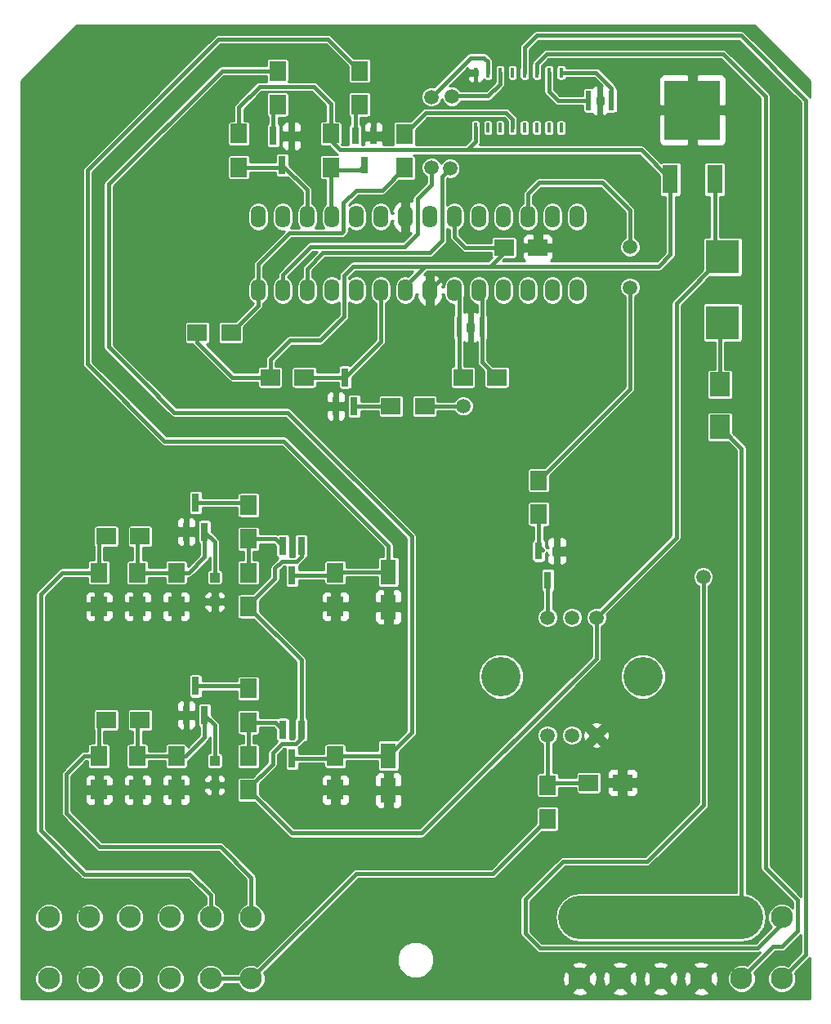
<source format=gbr>
G04 #@! TF.FileFunction,Copper,L2,Bot,Signal*
%FSLAX46Y46*%
G04 Gerber Fmt 4.6, Leading zero omitted, Abs format (unit mm)*
G04 Created by KiCad (PCBNEW 4.0.2-stable) date 11/1/2017 4:44:35 PM*
%MOMM*%
G01*
G04 APERTURE LIST*
%ADD10C,0.100000*%
%ADD11C,2.300000*%
%ADD12R,0.800100X1.800860*%
%ADD13O,1.600000X2.300000*%
%ADD14R,2.100000X2.500000*%
%ADD15R,1.600000X3.000000*%
%ADD16R,5.800000X6.200000*%
%ADD17R,0.600000X2.000000*%
%ADD18R,2.000000X1.700000*%
%ADD19R,1.700000X2.000000*%
%ADD20R,3.500000X3.500000*%
%ADD21R,0.400000X1.000000*%
%ADD22R,1.600000X2.600000*%
%ADD23R,1.000000X1.000000*%
%ADD24R,0.800000X1.900000*%
%ADD25C,4.064000*%
%ADD26C,1.500000*%
%ADD27C,0.400000*%
%ADD28C,4.500000*%
%ADD29C,0.254000*%
G04 APERTURE END LIST*
D10*
D11*
X108451000Y-133282000D03*
X108451000Y-139632000D03*
X112641000Y-133282000D03*
X112641000Y-139632000D03*
X116831000Y-133282000D03*
X116831000Y-139632000D03*
X121021000Y-133282000D03*
X121021000Y-139632000D03*
X125211000Y-133282000D03*
X125211000Y-139632000D03*
X129401000Y-133282000D03*
X129401000Y-139632000D03*
X163451000Y-133282000D03*
X163451000Y-139632000D03*
X167641000Y-133282000D03*
X167641000Y-139632000D03*
X171831000Y-133282000D03*
X171831000Y-139632000D03*
X176021000Y-133282000D03*
X176021000Y-139632000D03*
X180211000Y-133282000D03*
X180211000Y-139632000D03*
X184401000Y-133282000D03*
X184401000Y-139632000D03*
D12*
X159182600Y-95321660D03*
X161082600Y-95321660D03*
X160132600Y-98323940D03*
X140182600Y-52321660D03*
X142082600Y-52321660D03*
X141132600Y-55323940D03*
D13*
X130132600Y-68322800D03*
X132672600Y-68322800D03*
X135212600Y-68322800D03*
X137752600Y-68322800D03*
X140292600Y-68322800D03*
X142832600Y-68322800D03*
X145372600Y-68322800D03*
X147912600Y-68322800D03*
X150452600Y-68322800D03*
X152992600Y-68322800D03*
X155532600Y-68322800D03*
X158072600Y-68322800D03*
X160612600Y-68322800D03*
X163152600Y-68322800D03*
X163152600Y-60702800D03*
X160612600Y-60702800D03*
X158072600Y-60702800D03*
X155532600Y-60702800D03*
X152992600Y-60702800D03*
X150452600Y-60702800D03*
X147912600Y-60702800D03*
X145372600Y-60702800D03*
X142832600Y-60702800D03*
X140292600Y-60702800D03*
X137752600Y-60702800D03*
X135212600Y-60702800D03*
X132672600Y-60702800D03*
X130132600Y-60702800D03*
D14*
X177982600Y-78072800D03*
X177982600Y-82472800D03*
D15*
X177422600Y-56822800D03*
D16*
X175132600Y-49642800D03*
D15*
X172842600Y-56822800D03*
D17*
X150932600Y-72142800D03*
X152132600Y-72142800D03*
X153332600Y-72142800D03*
D18*
X155602600Y-63892800D03*
X159102600Y-63892800D03*
D19*
X145292600Y-55622800D03*
X145292600Y-52122800D03*
D20*
X178242600Y-64872800D03*
X178242600Y-71672800D03*
D21*
X152657600Y-45767800D03*
X153922600Y-45767800D03*
X155187600Y-45767800D03*
X156452600Y-45767800D03*
X157717600Y-45767800D03*
X158982600Y-45767800D03*
X160247600Y-45767800D03*
X161512600Y-45767800D03*
X152657600Y-51467800D03*
X153922600Y-51467800D03*
X155187600Y-51467800D03*
X156452600Y-51467800D03*
X157717600Y-51467800D03*
X158982600Y-51467800D03*
X160247600Y-51467800D03*
X161512600Y-51467800D03*
D19*
X137632600Y-55572800D03*
X137632600Y-52072800D03*
X140632600Y-49072800D03*
X140632600Y-45572800D03*
X159202600Y-91492800D03*
X159202600Y-87992800D03*
D18*
X154862600Y-77342800D03*
X151362600Y-77342800D03*
X123812600Y-72702800D03*
X127312600Y-72702800D03*
D17*
X164342600Y-48652800D03*
X165542600Y-48652800D03*
X166742600Y-48652800D03*
D19*
X113632600Y-97572800D03*
X113632600Y-101072800D03*
X113632600Y-116572800D03*
X113632600Y-120072800D03*
X121632600Y-97572800D03*
X121632600Y-101072800D03*
X121632600Y-116572800D03*
X121632600Y-120072800D03*
D22*
X143632600Y-97522800D03*
X143632600Y-101122800D03*
X143632600Y-116522800D03*
X143632600Y-120122800D03*
D23*
X125632600Y-98072800D03*
X125632600Y-100572800D03*
X125632600Y-117072800D03*
X125632600Y-119572800D03*
D24*
X124582600Y-93322800D03*
X122682600Y-93322800D03*
X123632600Y-90322800D03*
X124582600Y-112322800D03*
X122682600Y-112322800D03*
X123632600Y-109322800D03*
X132682600Y-94822800D03*
X134582600Y-94822800D03*
X133632600Y-97822800D03*
X132682600Y-113822800D03*
X134582600Y-113822800D03*
X133632600Y-116822800D03*
X131682600Y-52322800D03*
X133582600Y-52322800D03*
X132632600Y-55322800D03*
X140082600Y-80322800D03*
X138182600Y-80322800D03*
X139132600Y-77322800D03*
D18*
X117882600Y-93822800D03*
X114382600Y-93822800D03*
X117882600Y-112822800D03*
X114382600Y-112822800D03*
D19*
X117632600Y-101072800D03*
X117632600Y-97572800D03*
X117632600Y-120072800D03*
X117632600Y-116572800D03*
X129132600Y-97572800D03*
X129132600Y-101072800D03*
X129132600Y-90572800D03*
X129132600Y-94072800D03*
X129132600Y-116572800D03*
X129132600Y-120072800D03*
X129132600Y-109572800D03*
X129132600Y-113072800D03*
X138132600Y-101072800D03*
X138132600Y-97572800D03*
X138132600Y-120072800D03*
X138132600Y-116572800D03*
X128132600Y-55572800D03*
X128132600Y-52072800D03*
X132132600Y-49072800D03*
X132132600Y-45572800D03*
X160132600Y-119572800D03*
X160132600Y-123072800D03*
D18*
X167882600Y-119322800D03*
X164382600Y-119322800D03*
X134882600Y-77322800D03*
X131382600Y-77322800D03*
X143882600Y-80322800D03*
X147382600Y-80322800D03*
D25*
X155279300Y-108322800D03*
D26*
X160092600Y-102227800D03*
X160092600Y-114417800D03*
X162632600Y-102227800D03*
X162632600Y-114417800D03*
X165172600Y-102227800D03*
X165172600Y-114417800D03*
D25*
X169985900Y-108322800D03*
D26*
X168642600Y-63832800D03*
X168642600Y-68012800D03*
X148092600Y-55592800D03*
X148082600Y-48282800D03*
X151382600Y-80302800D03*
X176242600Y-98012800D03*
X150202600Y-48222800D03*
X150012600Y-55682800D03*
D27*
X152132600Y-72142800D02*
X152132600Y-70262800D01*
X152132600Y-70262800D02*
X151712600Y-69842800D01*
X151712600Y-69842800D02*
X151712600Y-67302800D01*
X151712600Y-67302800D02*
X150882600Y-66472800D01*
X150882600Y-66472800D02*
X149762600Y-66472800D01*
X149762600Y-66472800D02*
X147912600Y-68322800D01*
X139132600Y-77322800D02*
X142832600Y-73622800D01*
X142832600Y-73622800D02*
X142832600Y-68322800D01*
X134882600Y-77322800D02*
X139132600Y-77322800D01*
X142832600Y-68322800D02*
X142632600Y-68522800D01*
X150452600Y-68322800D02*
X150932600Y-68802800D01*
X150932600Y-68802800D02*
X150932600Y-72142800D01*
X150932600Y-72142800D02*
X150932600Y-76442800D01*
X150932600Y-76442800D02*
X151132600Y-76642800D01*
X153332600Y-72142800D02*
X153332600Y-68662800D01*
X153332600Y-68662800D02*
X152992600Y-68322800D01*
X154882600Y-77322800D02*
X153332600Y-75772800D01*
X153332600Y-75772800D02*
X153332600Y-72142800D01*
X154832600Y-77322800D02*
X155132600Y-77322800D01*
X160612600Y-60702800D02*
X160612600Y-61082800D01*
X159202600Y-87992800D02*
X168642600Y-78552800D01*
X158072600Y-58312800D02*
X158072600Y-60702800D01*
X159222600Y-57162800D02*
X158072600Y-58312800D01*
X165802600Y-57162800D02*
X159222600Y-57162800D01*
X168642600Y-60002800D02*
X165802600Y-57162800D01*
X168642600Y-63832800D02*
X168642600Y-60002800D01*
X168642600Y-78552800D02*
X168642600Y-68012800D01*
X137632600Y-55822800D02*
X140633740Y-55822800D01*
X140633740Y-55822800D02*
X141132600Y-55323940D01*
X137632600Y-55822800D02*
X137632600Y-60582800D01*
X137632600Y-60582800D02*
X137752600Y-60702800D01*
X135212600Y-60702800D02*
X135212600Y-57902800D01*
X135212600Y-57902800D02*
X132632600Y-55322800D01*
X128132600Y-55572800D02*
X132382600Y-55572800D01*
X132382600Y-55572800D02*
X132632600Y-55322800D01*
X140182600Y-52321660D02*
X140182600Y-49772800D01*
X140182600Y-49772800D02*
X140632600Y-49322800D01*
X129132600Y-116572800D02*
X129132600Y-113072800D01*
X129132600Y-113072800D02*
X131932600Y-113072800D01*
X131932600Y-113072800D02*
X132682600Y-113822800D01*
X131682600Y-52322800D02*
X131682600Y-49522800D01*
X131682600Y-49522800D02*
X132132600Y-49072800D01*
X131682600Y-49522800D02*
X132132600Y-49072800D01*
X140082600Y-80322800D02*
X143882600Y-80322800D01*
X159202600Y-91492800D02*
X159202600Y-94832800D01*
X159202600Y-94832800D02*
X159592600Y-95222800D01*
X159182600Y-95321660D02*
X159382600Y-95121660D01*
X147982600Y-65822800D02*
X139952600Y-65822800D01*
X131382600Y-75532800D02*
X131382600Y-77322800D01*
X133422600Y-73492800D02*
X131382600Y-75532800D01*
X136552600Y-73492800D02*
X133422600Y-73492800D01*
X139022600Y-71022800D02*
X136552600Y-73492800D01*
X139022600Y-66752800D02*
X139022600Y-71022800D01*
X139952600Y-65822800D02*
X139022600Y-66752800D01*
X131382600Y-77322800D02*
X127452600Y-77322800D01*
X127452600Y-77322800D02*
X123812600Y-73682800D01*
X123812600Y-73682800D02*
X123812600Y-72702800D01*
X128132600Y-52072800D02*
X128132600Y-49342800D01*
X128132600Y-49342800D02*
X130272600Y-47202800D01*
X130272600Y-47202800D02*
X135862600Y-47202800D01*
X135862600Y-47202800D02*
X137632600Y-48972800D01*
X137632600Y-48972800D02*
X137632600Y-52072800D01*
X155602600Y-63892800D02*
X151552600Y-63892800D01*
X150452600Y-62792800D02*
X150452600Y-60702800D01*
X151552600Y-63892800D02*
X150452600Y-62792800D01*
X155602600Y-63892800D02*
X155602600Y-64382800D01*
X155602600Y-64382800D02*
X154162600Y-65822800D01*
X152657600Y-51467800D02*
X152657600Y-52897800D01*
X152657600Y-52897800D02*
X151772600Y-53782800D01*
X145372600Y-68322800D02*
X145372600Y-67882800D01*
X145372600Y-67882800D02*
X147432600Y-65822800D01*
X147432600Y-65822800D02*
X147982600Y-65822800D01*
X147982600Y-65822800D02*
X148282600Y-65822800D01*
X172842600Y-64612800D02*
X172842600Y-56822800D01*
X148282600Y-65822800D02*
X154162600Y-65822800D01*
X154162600Y-65822800D02*
X171632600Y-65822800D01*
X171632600Y-65822800D02*
X172842600Y-64612800D01*
X145372600Y-68322800D02*
X145372600Y-68562800D01*
X172362600Y-57302800D02*
X172842600Y-56822800D01*
X137632600Y-51822800D02*
X137632600Y-52832800D01*
X137632600Y-52832800D02*
X138582600Y-53782800D01*
X172842600Y-56822800D02*
X169802600Y-53782800D01*
X162692600Y-53782800D02*
X155682600Y-53782800D01*
X169802600Y-53782800D02*
X162692600Y-53782800D01*
X155682600Y-53782800D02*
X151772600Y-53782800D01*
X151772600Y-53782800D02*
X147932600Y-53782800D01*
X147932600Y-53782800D02*
X147712600Y-53782800D01*
X147712600Y-53782800D02*
X138582600Y-53782800D01*
X129401000Y-139632000D02*
X125211000Y-139632000D01*
X160132600Y-123072800D02*
X154462600Y-128742800D01*
X140290200Y-128742800D02*
X129401000Y-139632000D01*
X154462600Y-128742800D02*
X140290200Y-128742800D01*
X180211000Y-133282000D02*
X180211000Y-84701200D01*
X180211000Y-84701200D02*
X177982600Y-82472800D01*
D28*
X180211000Y-133282000D02*
X176021000Y-133282000D01*
X176021000Y-133282000D02*
X171831000Y-133282000D01*
X171831000Y-133282000D02*
X167641000Y-133282000D01*
X163451000Y-133282000D02*
X167641000Y-133282000D01*
X163451000Y-133282000D02*
X180211000Y-133282000D01*
D27*
X132672600Y-66702800D02*
X135592600Y-63782800D01*
X148092600Y-57342800D02*
X148092600Y-55592800D01*
X146612600Y-58822800D02*
X148092600Y-57342800D01*
X146612600Y-62472800D02*
X146612600Y-58822800D01*
X145302600Y-63782800D02*
X146612600Y-62472800D01*
X135592600Y-63782800D02*
X145302600Y-63782800D01*
X132672600Y-68322800D02*
X132672600Y-66702800D01*
X153922600Y-44622800D02*
X153922600Y-45767800D01*
X153532600Y-44232800D02*
X153922600Y-44622800D01*
X152132600Y-44232800D02*
X153532600Y-44232800D01*
X148082600Y-48282800D02*
X152132600Y-44232800D01*
X176292600Y-107342800D02*
X176292600Y-98062800D01*
X151362600Y-80322800D02*
X147382600Y-80322800D01*
X151382600Y-80302800D02*
X151362600Y-80322800D01*
X176292600Y-98062800D02*
X176242600Y-98012800D01*
X184401000Y-133954400D02*
X181892600Y-136462800D01*
X176292600Y-121612800D02*
X176292600Y-107342800D01*
X176292600Y-107342800D02*
X176292600Y-107212800D01*
X170422600Y-127482800D02*
X176292600Y-121612800D01*
X161712600Y-127482800D02*
X170422600Y-127482800D01*
X157792600Y-131402800D02*
X161712600Y-127482800D01*
X157792600Y-134942800D02*
X157792600Y-131402800D01*
X159312600Y-136462800D02*
X157792600Y-134942800D01*
X181892600Y-136462800D02*
X159312600Y-136462800D01*
X184401000Y-133282000D02*
X184401000Y-133954400D01*
X149202600Y-63132800D02*
X149202600Y-56492800D01*
X135212600Y-66072800D02*
X136862600Y-64422800D01*
X135212600Y-68322800D02*
X135212600Y-66072800D01*
X136862600Y-64422800D02*
X147912600Y-64422800D01*
X147912600Y-64422800D02*
X149202600Y-63132800D01*
X155187600Y-46957800D02*
X155187600Y-45767800D01*
X153952600Y-48192800D02*
X155187600Y-46957800D01*
X150232600Y-48192800D02*
X153952600Y-48192800D01*
X150202600Y-48222800D02*
X150232600Y-48192800D01*
X149202600Y-56492800D02*
X150012600Y-55682800D01*
X127312600Y-72702800D02*
X130132600Y-69882800D01*
X130132600Y-69882800D02*
X130132600Y-68322800D01*
X130132600Y-68322800D02*
X130132600Y-65622800D01*
X142982600Y-57932800D02*
X145292600Y-55622800D01*
X140302600Y-57932800D02*
X142982600Y-57932800D01*
X138972600Y-59262800D02*
X140302600Y-57932800D01*
X138972600Y-62202800D02*
X138972600Y-59262800D01*
X138802600Y-62372800D02*
X138972600Y-62202800D01*
X133382600Y-62372800D02*
X138802600Y-62372800D01*
X130132600Y-65622800D02*
X133382600Y-62372800D01*
X145292600Y-52122800D02*
X147482600Y-49932800D01*
X156452600Y-50582800D02*
X156452600Y-51467800D01*
X155802600Y-49932800D02*
X156452600Y-50582800D01*
X147482600Y-49932800D02*
X155802600Y-49932800D01*
X180211000Y-139632000D02*
X180211000Y-139594400D01*
X180211000Y-139594400D02*
X183512600Y-136292800D01*
X183512600Y-136292800D02*
X184442600Y-136292800D01*
X184442600Y-136292800D02*
X186022600Y-134712800D01*
X186022600Y-134712800D02*
X186022600Y-131492800D01*
X186022600Y-131492800D02*
X182672600Y-128142800D01*
X182672600Y-128142800D02*
X182672600Y-48212800D01*
X182672600Y-48212800D02*
X178312600Y-43852800D01*
X178312600Y-43852800D02*
X160002600Y-43852800D01*
X160002600Y-43852800D02*
X158982600Y-44872800D01*
X158982600Y-44872800D02*
X158982600Y-45767800D01*
X184401000Y-139632000D02*
X186902600Y-137130400D01*
X157717600Y-43177800D02*
X157717600Y-45767800D01*
X158982600Y-41912800D02*
X157717600Y-43177800D01*
X180172600Y-41912800D02*
X158982600Y-41912800D01*
X186902600Y-48642800D02*
X180172600Y-41912800D01*
X186902600Y-137130400D02*
X186902600Y-48642800D01*
X178242600Y-71672800D02*
X177982600Y-71932800D01*
X177982600Y-71932800D02*
X177982600Y-78072800D01*
X164342600Y-48652800D02*
X161172600Y-48652800D01*
X160247600Y-47727800D02*
X160247600Y-45767800D01*
X161172600Y-48652800D02*
X160247600Y-47727800D01*
X166742600Y-48652800D02*
X166742600Y-47382800D01*
X165127600Y-45767800D02*
X161512600Y-45767800D01*
X166742600Y-47382800D02*
X165127600Y-45767800D01*
X114382600Y-93822800D02*
X113632600Y-94572800D01*
X113632600Y-94572800D02*
X113632600Y-97572800D01*
X125211000Y-133282000D02*
X125211000Y-130981200D01*
X109832600Y-97572800D02*
X113632600Y-97572800D01*
X107572600Y-99832800D02*
X109832600Y-97572800D01*
X107572600Y-124282800D02*
X107572600Y-99832800D01*
X112102600Y-128812800D02*
X107572600Y-124282800D01*
X123042600Y-128812800D02*
X112102600Y-128812800D01*
X125211000Y-130981200D02*
X123042600Y-128812800D01*
X114382600Y-112822800D02*
X113632600Y-113572800D01*
X113632600Y-113572800D02*
X113632600Y-116572800D01*
X129401000Y-133282000D02*
X129401000Y-129141200D01*
X112082600Y-116572800D02*
X113632600Y-116572800D01*
X110232600Y-118422800D02*
X112082600Y-116572800D01*
X110232600Y-122462800D02*
X110232600Y-118422800D01*
X113742600Y-125972800D02*
X110232600Y-122462800D01*
X126232600Y-125972800D02*
X113742600Y-125972800D01*
X129401000Y-129141200D02*
X126232600Y-125972800D01*
X125632600Y-98072800D02*
X125632600Y-94372800D01*
X125632600Y-94372800D02*
X124582600Y-93322800D01*
X121632600Y-97572800D02*
X122942600Y-97572800D01*
X124582600Y-95932800D02*
X124582600Y-93322800D01*
X122942600Y-97572800D02*
X124582600Y-95932800D01*
X117632600Y-97572800D02*
X121632600Y-97572800D01*
X117632600Y-97572800D02*
X117632600Y-94072800D01*
X117632600Y-94072800D02*
X117882600Y-93822800D01*
X125632600Y-117072800D02*
X125632600Y-113372800D01*
X125632600Y-113372800D02*
X124582600Y-112322800D01*
X121632600Y-116572800D02*
X122622600Y-116572800D01*
X124582600Y-114612800D02*
X124582600Y-112322800D01*
X122622600Y-116572800D02*
X124582600Y-114612800D01*
X121632600Y-116572800D02*
X117632600Y-116572800D01*
X117882600Y-112822800D02*
X117632600Y-113072800D01*
X117632600Y-113072800D02*
X117632600Y-116572800D01*
X120227600Y-48087800D02*
X126012600Y-42302800D01*
X137362600Y-42302800D02*
X140632600Y-45572800D01*
X126012600Y-42302800D02*
X137362600Y-42302800D01*
X120422600Y-83932800D02*
X112432600Y-75942800D01*
X112432600Y-75942800D02*
X112432600Y-55882800D01*
X112432600Y-55882800D02*
X120227600Y-48087800D01*
X120227600Y-48087800D02*
X120262600Y-48052800D01*
X143632600Y-97522800D02*
X143632600Y-94792800D01*
X143632600Y-94792800D02*
X132772600Y-83932800D01*
X132772600Y-83932800D02*
X120422600Y-83932800D01*
X143632600Y-97522800D02*
X138182600Y-97522800D01*
X138182600Y-97522800D02*
X138132600Y-97572800D01*
X133632600Y-97822800D02*
X137882600Y-97822800D01*
X137882600Y-97822800D02*
X138132600Y-97572800D01*
X140172600Y-45322800D02*
X140632600Y-45322800D01*
X140142600Y-45322800D02*
X140632600Y-45322800D01*
X118182600Y-77732800D02*
X114612600Y-74162800D01*
X146012600Y-114142800D02*
X146012600Y-93812800D01*
X146012600Y-93812800D02*
X133172600Y-80972800D01*
X133172600Y-80972800D02*
X121422600Y-80972800D01*
X121422600Y-80972800D02*
X118182600Y-77732800D01*
X143632600Y-116522800D02*
X146012600Y-114142800D01*
X126372600Y-45572800D02*
X132132600Y-45572800D01*
X114612600Y-57332800D02*
X126372600Y-45572800D01*
X114612600Y-74162800D02*
X114612600Y-57332800D01*
X143632600Y-116522800D02*
X138182600Y-116522800D01*
X138182600Y-116522800D02*
X138132600Y-116572800D01*
X133632600Y-116822800D02*
X137882600Y-116822800D01*
X137882600Y-116822800D02*
X138132600Y-116572800D01*
X165172600Y-102227800D02*
X165172600Y-106452800D01*
X133612600Y-124552800D02*
X129132600Y-120072800D01*
X147072600Y-124552800D02*
X133612600Y-124552800D01*
X165172600Y-106452800D02*
X147072600Y-124552800D01*
X165172600Y-102227800D02*
X173442600Y-93957800D01*
X173442600Y-69672800D02*
X178242600Y-64872800D01*
X173442600Y-93957800D02*
X173442600Y-69672800D01*
X134582600Y-113822800D02*
X134582600Y-106612800D01*
X134582600Y-106612800D02*
X129132600Y-101162800D01*
X129132600Y-101162800D02*
X129132600Y-101072800D01*
X129132600Y-101072800D02*
X129132600Y-100922800D01*
X129132600Y-100922800D02*
X131862600Y-98192800D01*
X131862600Y-98192800D02*
X131862600Y-97112800D01*
X131862600Y-97112800D02*
X132582600Y-96392800D01*
X132582600Y-96392800D02*
X134082600Y-96392800D01*
X134082600Y-96392800D02*
X134582600Y-95892800D01*
X134582600Y-95892800D02*
X134582600Y-94822800D01*
X129132600Y-120072800D02*
X129132600Y-119882800D01*
X129132600Y-119882800D02*
X131632600Y-117382800D01*
X131632600Y-117382800D02*
X131632600Y-116242800D01*
X131632600Y-116242800D02*
X132582600Y-115292800D01*
X132582600Y-115292800D02*
X134002600Y-115292800D01*
X134002600Y-115292800D02*
X134582600Y-114712800D01*
X134582600Y-114712800D02*
X134582600Y-113822800D01*
X178242600Y-64872800D02*
X177422600Y-64052800D01*
X177422600Y-64052800D02*
X177422600Y-56822800D01*
X177632600Y-57032800D02*
X177422600Y-56822800D01*
X123632600Y-90322800D02*
X128882600Y-90322800D01*
X128882600Y-90322800D02*
X129132600Y-90572800D01*
X123632600Y-109322800D02*
X128882600Y-109322800D01*
X128882600Y-109322800D02*
X129132600Y-109572800D01*
X129132600Y-94072800D02*
X131932600Y-94072800D01*
X131932600Y-94072800D02*
X132682600Y-94822800D01*
X129132600Y-94072800D02*
X129132600Y-97572800D01*
X160132600Y-98323940D02*
X160132600Y-102187800D01*
X160132600Y-102187800D02*
X160092600Y-102227800D01*
X164382600Y-119322800D02*
X160382600Y-119322800D01*
X160382600Y-119322800D02*
X160132600Y-119572800D01*
X160132600Y-119572800D02*
X160132600Y-114457800D01*
X160132600Y-114457800D02*
X160092600Y-114417800D01*
D29*
G36*
X187304000Y-46649492D02*
X187304000Y-48313189D01*
X187275245Y-48270155D01*
X180545245Y-41540155D01*
X180374275Y-41425915D01*
X180172600Y-41385800D01*
X158982600Y-41385800D01*
X158780925Y-41425915D01*
X158609955Y-41540155D01*
X157344955Y-42805155D01*
X157230715Y-42976125D01*
X157230715Y-42976126D01*
X157190600Y-43177800D01*
X157190600Y-45236167D01*
X157184194Y-45267800D01*
X157184194Y-46267800D01*
X157206995Y-46388979D01*
X157278612Y-46500274D01*
X157387886Y-46574938D01*
X157517600Y-46601206D01*
X157917600Y-46601206D01*
X158038779Y-46578405D01*
X158150074Y-46506788D01*
X158224738Y-46397514D01*
X158251006Y-46267800D01*
X158251006Y-45267800D01*
X158244600Y-45233754D01*
X158244600Y-43396090D01*
X159200890Y-42439800D01*
X179954310Y-42439800D01*
X186375600Y-48861090D01*
X186375600Y-131100509D01*
X183199600Y-127924510D01*
X183199600Y-48212800D01*
X183180306Y-48115800D01*
X183159485Y-48011125D01*
X183045245Y-47840155D01*
X178685245Y-43480155D01*
X178514275Y-43365915D01*
X178312600Y-43325800D01*
X160002600Y-43325800D01*
X159800925Y-43365915D01*
X159629955Y-43480155D01*
X158609955Y-44500155D01*
X158495715Y-44671125D01*
X158462937Y-44835915D01*
X158455600Y-44872800D01*
X158455600Y-45236167D01*
X158449194Y-45267800D01*
X158449194Y-46267800D01*
X158471995Y-46388979D01*
X158543612Y-46500274D01*
X158652886Y-46574938D01*
X158782600Y-46601206D01*
X159182600Y-46601206D01*
X159303779Y-46578405D01*
X159415074Y-46506788D01*
X159489738Y-46397514D01*
X159516006Y-46267800D01*
X159516006Y-45267800D01*
X159714194Y-45267800D01*
X159714194Y-46267800D01*
X159720600Y-46301846D01*
X159720600Y-47727800D01*
X159760715Y-47929475D01*
X159874955Y-48100445D01*
X160799955Y-49025446D01*
X160928071Y-49111050D01*
X160970926Y-49139685D01*
X161172600Y-49179800D01*
X163709194Y-49179800D01*
X163709194Y-49652800D01*
X163731995Y-49773979D01*
X163803612Y-49885274D01*
X163912886Y-49959938D01*
X164042600Y-49986206D01*
X164642600Y-49986206D01*
X164689710Y-49977342D01*
X164704273Y-50012499D01*
X164882902Y-50191127D01*
X165116291Y-50287800D01*
X165233850Y-50287800D01*
X165392600Y-50129050D01*
X165392600Y-49025800D01*
X165242600Y-49025800D01*
X165242600Y-48279800D01*
X165392600Y-48279800D01*
X165392600Y-47176550D01*
X165233850Y-47017800D01*
X165116291Y-47017800D01*
X164882902Y-47114473D01*
X164704273Y-47293101D01*
X164689452Y-47328882D01*
X164642600Y-47319394D01*
X164042600Y-47319394D01*
X163921421Y-47342195D01*
X163810126Y-47413812D01*
X163735462Y-47523086D01*
X163709194Y-47652800D01*
X163709194Y-48125800D01*
X161390891Y-48125800D01*
X160774600Y-47509510D01*
X160774600Y-46299433D01*
X160781006Y-46267800D01*
X160781006Y-45267800D01*
X160979194Y-45267800D01*
X160979194Y-46267800D01*
X161001995Y-46388979D01*
X161073612Y-46500274D01*
X161182886Y-46574938D01*
X161312600Y-46601206D01*
X161712600Y-46601206D01*
X161833779Y-46578405D01*
X161945074Y-46506788D01*
X162019738Y-46397514D01*
X162040538Y-46294800D01*
X164909310Y-46294800D01*
X165741830Y-47127320D01*
X165692600Y-47176550D01*
X165692600Y-48279800D01*
X165842600Y-48279800D01*
X165842600Y-49025800D01*
X165692600Y-49025800D01*
X165692600Y-50129050D01*
X165851350Y-50287800D01*
X165968909Y-50287800D01*
X166202298Y-50191127D01*
X166218875Y-50174550D01*
X171597600Y-50174550D01*
X171597600Y-52869110D01*
X171694273Y-53102499D01*
X171872902Y-53281127D01*
X172106291Y-53377800D01*
X174600850Y-53377800D01*
X174759600Y-53219050D01*
X174759600Y-50015800D01*
X175505600Y-50015800D01*
X175505600Y-53219050D01*
X175664350Y-53377800D01*
X178158909Y-53377800D01*
X178392298Y-53281127D01*
X178570927Y-53102499D01*
X178667600Y-52869110D01*
X178667600Y-50174550D01*
X178508850Y-50015800D01*
X175505600Y-50015800D01*
X174759600Y-50015800D01*
X171756350Y-50015800D01*
X171597600Y-50174550D01*
X166218875Y-50174550D01*
X166380927Y-50012499D01*
X166395748Y-49976718D01*
X166442600Y-49986206D01*
X167042600Y-49986206D01*
X167163779Y-49963405D01*
X167275074Y-49891788D01*
X167349738Y-49782514D01*
X167376006Y-49652800D01*
X167376006Y-47652800D01*
X167353205Y-47531621D01*
X167281588Y-47420326D01*
X167269600Y-47412135D01*
X167269600Y-47382800D01*
X167233796Y-47202800D01*
X167229485Y-47181125D01*
X167115245Y-47010155D01*
X166521580Y-46416490D01*
X171597600Y-46416490D01*
X171597600Y-49111050D01*
X171756350Y-49269800D01*
X174759600Y-49269800D01*
X174759600Y-46066550D01*
X175505600Y-46066550D01*
X175505600Y-49269800D01*
X178508850Y-49269800D01*
X178667600Y-49111050D01*
X178667600Y-46416490D01*
X178570927Y-46183101D01*
X178392298Y-46004473D01*
X178158909Y-45907800D01*
X175664350Y-45907800D01*
X175505600Y-46066550D01*
X174759600Y-46066550D01*
X174600850Y-45907800D01*
X172106291Y-45907800D01*
X171872902Y-46004473D01*
X171694273Y-46183101D01*
X171597600Y-46416490D01*
X166521580Y-46416490D01*
X165500245Y-45395155D01*
X165329275Y-45280915D01*
X165127600Y-45240800D01*
X162040926Y-45240800D01*
X162023205Y-45146621D01*
X161951588Y-45035326D01*
X161842314Y-44960662D01*
X161712600Y-44934394D01*
X161312600Y-44934394D01*
X161191421Y-44957195D01*
X161080126Y-45028812D01*
X161005462Y-45138086D01*
X160979194Y-45267800D01*
X160781006Y-45267800D01*
X160758205Y-45146621D01*
X160686588Y-45035326D01*
X160577314Y-44960662D01*
X160447600Y-44934394D01*
X160047600Y-44934394D01*
X159926421Y-44957195D01*
X159815126Y-45028812D01*
X159740462Y-45138086D01*
X159714194Y-45267800D01*
X159516006Y-45267800D01*
X159509600Y-45233754D01*
X159509600Y-45091090D01*
X160220890Y-44379800D01*
X178094310Y-44379800D01*
X182145600Y-48431090D01*
X182145600Y-128142800D01*
X182185715Y-128344475D01*
X182299955Y-128515445D01*
X185495600Y-131711091D01*
X185495600Y-132287894D01*
X185238746Y-132030591D01*
X184696082Y-131805257D01*
X184108495Y-131804744D01*
X183565440Y-132029130D01*
X183149591Y-132444254D01*
X182924257Y-132986918D01*
X182923744Y-133574505D01*
X183148130Y-134117560D01*
X183320190Y-134289920D01*
X181674310Y-135935800D01*
X159530891Y-135935800D01*
X158319600Y-134724510D01*
X158319600Y-133282000D01*
X160874000Y-133282000D01*
X161070162Y-134268175D01*
X161628786Y-135104214D01*
X162464825Y-135662838D01*
X163451000Y-135859000D01*
X180211000Y-135859000D01*
X181197175Y-135662838D01*
X182033214Y-135104214D01*
X182591838Y-134268175D01*
X182788000Y-133282000D01*
X182591838Y-132295825D01*
X182033214Y-131459786D01*
X181197175Y-130901162D01*
X180738000Y-130809827D01*
X180738000Y-84701200D01*
X180697885Y-84499526D01*
X180644536Y-84419684D01*
X180583646Y-84328555D01*
X179366006Y-83110916D01*
X179366006Y-81222800D01*
X179343205Y-81101621D01*
X179271588Y-80990326D01*
X179162314Y-80915662D01*
X179032600Y-80889394D01*
X176932600Y-80889394D01*
X176811421Y-80912195D01*
X176700126Y-80983812D01*
X176625462Y-81093086D01*
X176599194Y-81222800D01*
X176599194Y-83722800D01*
X176621995Y-83843979D01*
X176693612Y-83955274D01*
X176802886Y-84029938D01*
X176932600Y-84056206D01*
X178820715Y-84056206D01*
X179684000Y-84919491D01*
X179684000Y-130705000D01*
X163451000Y-130705000D01*
X162464825Y-130901162D01*
X161628786Y-131459786D01*
X161070162Y-132295825D01*
X160874000Y-133282000D01*
X158319600Y-133282000D01*
X158319600Y-131621090D01*
X161930890Y-128009800D01*
X170422600Y-128009800D01*
X170624275Y-127969685D01*
X170795245Y-127855445D01*
X176665246Y-121985445D01*
X176779485Y-121814474D01*
X176819600Y-121612800D01*
X176819600Y-98939705D01*
X176851875Y-98926369D01*
X177155104Y-98623668D01*
X177319413Y-98227968D01*
X177319787Y-97799511D01*
X177156169Y-97403525D01*
X176853468Y-97100296D01*
X176457768Y-96935987D01*
X176029311Y-96935613D01*
X175633325Y-97099231D01*
X175330096Y-97401932D01*
X175165787Y-97797632D01*
X175165413Y-98226089D01*
X175329031Y-98622075D01*
X175631732Y-98925304D01*
X175765600Y-98980891D01*
X175765600Y-121394509D01*
X170204310Y-126955800D01*
X161712600Y-126955800D01*
X161544385Y-126989260D01*
X161510925Y-126995915D01*
X161339955Y-127110155D01*
X157419955Y-131030155D01*
X157305715Y-131201125D01*
X157305715Y-131201126D01*
X157265600Y-131402800D01*
X157265600Y-134942800D01*
X157305715Y-135144475D01*
X157419955Y-135315445D01*
X158939955Y-136835446D01*
X159110926Y-136949685D01*
X159312600Y-136989800D01*
X181892600Y-136989800D01*
X182094275Y-136949685D01*
X182142945Y-136917164D01*
X180787852Y-138272258D01*
X180506082Y-138155257D01*
X179918495Y-138154744D01*
X179375440Y-138379130D01*
X178959591Y-138794254D01*
X178734257Y-139336918D01*
X178733744Y-139924505D01*
X178958130Y-140467560D01*
X179373254Y-140883409D01*
X179915918Y-141108743D01*
X180503505Y-141109256D01*
X181046560Y-140884870D01*
X181462409Y-140469746D01*
X181687743Y-139927082D01*
X181688256Y-139339495D01*
X181548772Y-139001918D01*
X183730891Y-136819800D01*
X184442600Y-136819800D01*
X184644275Y-136779685D01*
X184815245Y-136665445D01*
X186375600Y-135105091D01*
X186375600Y-136912109D01*
X185004420Y-138283290D01*
X184696082Y-138155257D01*
X184108495Y-138154744D01*
X183565440Y-138379130D01*
X183149591Y-138794254D01*
X182924257Y-139336918D01*
X182923744Y-139924505D01*
X183148130Y-140467560D01*
X183563254Y-140883409D01*
X184105918Y-141108743D01*
X184693505Y-141109256D01*
X185236560Y-140884870D01*
X185652409Y-140469746D01*
X185877743Y-139927082D01*
X185878256Y-139339495D01*
X185749766Y-139028525D01*
X187275246Y-137503045D01*
X187304000Y-137460012D01*
X187304000Y-141680000D01*
X105558000Y-141680000D01*
X105558000Y-139924505D01*
X106973744Y-139924505D01*
X107198130Y-140467560D01*
X107613254Y-140883409D01*
X108155918Y-141108743D01*
X108743505Y-141109256D01*
X109286560Y-140884870D01*
X109702409Y-140469746D01*
X109927743Y-139927082D01*
X109927745Y-139924505D01*
X111163744Y-139924505D01*
X111388130Y-140467560D01*
X111803254Y-140883409D01*
X112345918Y-141108743D01*
X112933505Y-141109256D01*
X113476560Y-140884870D01*
X113892409Y-140469746D01*
X114117743Y-139927082D01*
X114117745Y-139924505D01*
X115353744Y-139924505D01*
X115578130Y-140467560D01*
X115993254Y-140883409D01*
X116535918Y-141108743D01*
X117123505Y-141109256D01*
X117666560Y-140884870D01*
X118082409Y-140469746D01*
X118307743Y-139927082D01*
X118307745Y-139924505D01*
X119543744Y-139924505D01*
X119768130Y-140467560D01*
X120183254Y-140883409D01*
X120725918Y-141108743D01*
X121313505Y-141109256D01*
X121856560Y-140884870D01*
X122272409Y-140469746D01*
X122497743Y-139927082D01*
X122497745Y-139924505D01*
X123733744Y-139924505D01*
X123958130Y-140467560D01*
X124373254Y-140883409D01*
X124915918Y-141108743D01*
X125503505Y-141109256D01*
X126046560Y-140884870D01*
X126462409Y-140469746D01*
X126591442Y-140159000D01*
X128020635Y-140159000D01*
X128148130Y-140467560D01*
X128563254Y-140883409D01*
X129105918Y-141108743D01*
X129693505Y-141109256D01*
X129860107Y-141040417D01*
X162570084Y-141040417D01*
X162705719Y-141292376D01*
X163397849Y-141451194D01*
X164098070Y-141333056D01*
X164196281Y-141292376D01*
X164331916Y-141040417D01*
X166760084Y-141040417D01*
X166895719Y-141292376D01*
X167587849Y-141451194D01*
X168288070Y-141333056D01*
X168386281Y-141292376D01*
X168521916Y-141040417D01*
X170950084Y-141040417D01*
X171085719Y-141292376D01*
X171777849Y-141451194D01*
X172478070Y-141333056D01*
X172576281Y-141292376D01*
X172711916Y-141040417D01*
X175140084Y-141040417D01*
X175275719Y-141292376D01*
X175967849Y-141451194D01*
X176668070Y-141333056D01*
X176766281Y-141292376D01*
X176901916Y-141040417D01*
X176021000Y-140159502D01*
X175140084Y-141040417D01*
X172711916Y-141040417D01*
X171831000Y-140159502D01*
X170950084Y-141040417D01*
X168521916Y-141040417D01*
X167641000Y-140159502D01*
X166760084Y-141040417D01*
X164331916Y-141040417D01*
X163451000Y-140159502D01*
X162570084Y-141040417D01*
X129860107Y-141040417D01*
X130236560Y-140884870D01*
X130652409Y-140469746D01*
X130877743Y-139927082D01*
X130878256Y-139339495D01*
X130749766Y-139028525D01*
X131724669Y-138053622D01*
X144503666Y-138053622D01*
X144796416Y-138762132D01*
X145338017Y-139304678D01*
X146046014Y-139598665D01*
X146812622Y-139599334D01*
X146862199Y-139578849D01*
X161631806Y-139578849D01*
X161749944Y-140279070D01*
X161790624Y-140377281D01*
X162042583Y-140512916D01*
X162923498Y-139632000D01*
X163978502Y-139632000D01*
X164859417Y-140512916D01*
X165111376Y-140377281D01*
X165270194Y-139685151D01*
X165252260Y-139578849D01*
X165821806Y-139578849D01*
X165939944Y-140279070D01*
X165980624Y-140377281D01*
X166232583Y-140512916D01*
X167113498Y-139632000D01*
X168168502Y-139632000D01*
X169049417Y-140512916D01*
X169301376Y-140377281D01*
X169460194Y-139685151D01*
X169442260Y-139578849D01*
X170011806Y-139578849D01*
X170129944Y-140279070D01*
X170170624Y-140377281D01*
X170422583Y-140512916D01*
X171303498Y-139632000D01*
X172358502Y-139632000D01*
X173239417Y-140512916D01*
X173491376Y-140377281D01*
X173650194Y-139685151D01*
X173632260Y-139578849D01*
X174201806Y-139578849D01*
X174319944Y-140279070D01*
X174360624Y-140377281D01*
X174612583Y-140512916D01*
X175493498Y-139632000D01*
X176548502Y-139632000D01*
X177429417Y-140512916D01*
X177681376Y-140377281D01*
X177840194Y-139685151D01*
X177722056Y-138984930D01*
X177681376Y-138886719D01*
X177429417Y-138751084D01*
X176548502Y-139632000D01*
X175493498Y-139632000D01*
X174612583Y-138751084D01*
X174360624Y-138886719D01*
X174201806Y-139578849D01*
X173632260Y-139578849D01*
X173532056Y-138984930D01*
X173491376Y-138886719D01*
X173239417Y-138751084D01*
X172358502Y-139632000D01*
X171303498Y-139632000D01*
X170422583Y-138751084D01*
X170170624Y-138886719D01*
X170011806Y-139578849D01*
X169442260Y-139578849D01*
X169342056Y-138984930D01*
X169301376Y-138886719D01*
X169049417Y-138751084D01*
X168168502Y-139632000D01*
X167113498Y-139632000D01*
X166232583Y-138751084D01*
X165980624Y-138886719D01*
X165821806Y-139578849D01*
X165252260Y-139578849D01*
X165152056Y-138984930D01*
X165111376Y-138886719D01*
X164859417Y-138751084D01*
X163978502Y-139632000D01*
X162923498Y-139632000D01*
X162042583Y-138751084D01*
X161790624Y-138886719D01*
X161631806Y-139578849D01*
X146862199Y-139578849D01*
X147521132Y-139306584D01*
X148063678Y-138764983D01*
X148288487Y-138223583D01*
X162570084Y-138223583D01*
X163451000Y-139104498D01*
X164331916Y-138223583D01*
X166760084Y-138223583D01*
X167641000Y-139104498D01*
X168521916Y-138223583D01*
X170950084Y-138223583D01*
X171831000Y-139104498D01*
X172711916Y-138223583D01*
X175140084Y-138223583D01*
X176021000Y-139104498D01*
X176901916Y-138223583D01*
X176766281Y-137971624D01*
X176074151Y-137812806D01*
X175373930Y-137930944D01*
X175275719Y-137971624D01*
X175140084Y-138223583D01*
X172711916Y-138223583D01*
X172576281Y-137971624D01*
X171884151Y-137812806D01*
X171183930Y-137930944D01*
X171085719Y-137971624D01*
X170950084Y-138223583D01*
X168521916Y-138223583D01*
X168386281Y-137971624D01*
X167694151Y-137812806D01*
X166993930Y-137930944D01*
X166895719Y-137971624D01*
X166760084Y-138223583D01*
X164331916Y-138223583D01*
X164196281Y-137971624D01*
X163504151Y-137812806D01*
X162803930Y-137930944D01*
X162705719Y-137971624D01*
X162570084Y-138223583D01*
X148288487Y-138223583D01*
X148357665Y-138056986D01*
X148358334Y-137290378D01*
X148065584Y-136581868D01*
X147523983Y-136039322D01*
X146815986Y-135745335D01*
X146049378Y-135744666D01*
X145340868Y-136037416D01*
X144798322Y-136579017D01*
X144504335Y-137287014D01*
X144503666Y-138053622D01*
X131724669Y-138053622D01*
X140508491Y-129269800D01*
X154462600Y-129269800D01*
X154664275Y-129229685D01*
X154835245Y-129115445D01*
X159544484Y-124406206D01*
X160982600Y-124406206D01*
X161103779Y-124383405D01*
X161215074Y-124311788D01*
X161289738Y-124202514D01*
X161316006Y-124072800D01*
X161316006Y-122072800D01*
X161293205Y-121951621D01*
X161221588Y-121840326D01*
X161112314Y-121765662D01*
X160982600Y-121739394D01*
X159282600Y-121739394D01*
X159161421Y-121762195D01*
X159050126Y-121833812D01*
X158975462Y-121943086D01*
X158949194Y-122072800D01*
X158949194Y-123510916D01*
X154244310Y-128215800D01*
X140290200Y-128215800D01*
X140121985Y-128249260D01*
X140088525Y-128255915D01*
X139917554Y-128370155D01*
X130004420Y-138283290D01*
X129696082Y-138155257D01*
X129108495Y-138154744D01*
X128565440Y-138379130D01*
X128149591Y-138794254D01*
X128020558Y-139105000D01*
X126591365Y-139105000D01*
X126463870Y-138796440D01*
X126048746Y-138380591D01*
X125506082Y-138155257D01*
X124918495Y-138154744D01*
X124375440Y-138379130D01*
X123959591Y-138794254D01*
X123734257Y-139336918D01*
X123733744Y-139924505D01*
X122497745Y-139924505D01*
X122498256Y-139339495D01*
X122273870Y-138796440D01*
X121858746Y-138380591D01*
X121316082Y-138155257D01*
X120728495Y-138154744D01*
X120185440Y-138379130D01*
X119769591Y-138794254D01*
X119544257Y-139336918D01*
X119543744Y-139924505D01*
X118307745Y-139924505D01*
X118308256Y-139339495D01*
X118083870Y-138796440D01*
X117668746Y-138380591D01*
X117126082Y-138155257D01*
X116538495Y-138154744D01*
X115995440Y-138379130D01*
X115579591Y-138794254D01*
X115354257Y-139336918D01*
X115353744Y-139924505D01*
X114117745Y-139924505D01*
X114118256Y-139339495D01*
X113893870Y-138796440D01*
X113478746Y-138380591D01*
X112936082Y-138155257D01*
X112348495Y-138154744D01*
X111805440Y-138379130D01*
X111389591Y-138794254D01*
X111164257Y-139336918D01*
X111163744Y-139924505D01*
X109927745Y-139924505D01*
X109928256Y-139339495D01*
X109703870Y-138796440D01*
X109288746Y-138380591D01*
X108746082Y-138155257D01*
X108158495Y-138154744D01*
X107615440Y-138379130D01*
X107199591Y-138794254D01*
X106974257Y-139336918D01*
X106973744Y-139924505D01*
X105558000Y-139924505D01*
X105558000Y-133574505D01*
X106973744Y-133574505D01*
X107198130Y-134117560D01*
X107613254Y-134533409D01*
X108155918Y-134758743D01*
X108743505Y-134759256D01*
X109286560Y-134534870D01*
X109702409Y-134119746D01*
X109927743Y-133577082D01*
X109927745Y-133574505D01*
X111163744Y-133574505D01*
X111388130Y-134117560D01*
X111803254Y-134533409D01*
X112345918Y-134758743D01*
X112933505Y-134759256D01*
X113476560Y-134534870D01*
X113892409Y-134119746D01*
X114117743Y-133577082D01*
X114117745Y-133574505D01*
X115353744Y-133574505D01*
X115578130Y-134117560D01*
X115993254Y-134533409D01*
X116535918Y-134758743D01*
X117123505Y-134759256D01*
X117666560Y-134534870D01*
X118082409Y-134119746D01*
X118307743Y-133577082D01*
X118307745Y-133574505D01*
X119543744Y-133574505D01*
X119768130Y-134117560D01*
X120183254Y-134533409D01*
X120725918Y-134758743D01*
X121313505Y-134759256D01*
X121856560Y-134534870D01*
X122272409Y-134119746D01*
X122497743Y-133577082D01*
X122498256Y-132989495D01*
X122273870Y-132446440D01*
X121858746Y-132030591D01*
X121316082Y-131805257D01*
X120728495Y-131804744D01*
X120185440Y-132029130D01*
X119769591Y-132444254D01*
X119544257Y-132986918D01*
X119543744Y-133574505D01*
X118307745Y-133574505D01*
X118308256Y-132989495D01*
X118083870Y-132446440D01*
X117668746Y-132030591D01*
X117126082Y-131805257D01*
X116538495Y-131804744D01*
X115995440Y-132029130D01*
X115579591Y-132444254D01*
X115354257Y-132986918D01*
X115353744Y-133574505D01*
X114117745Y-133574505D01*
X114118256Y-132989495D01*
X113893870Y-132446440D01*
X113478746Y-132030591D01*
X112936082Y-131805257D01*
X112348495Y-131804744D01*
X111805440Y-132029130D01*
X111389591Y-132444254D01*
X111164257Y-132986918D01*
X111163744Y-133574505D01*
X109927745Y-133574505D01*
X109928256Y-132989495D01*
X109703870Y-132446440D01*
X109288746Y-132030591D01*
X108746082Y-131805257D01*
X108158495Y-131804744D01*
X107615440Y-132029130D01*
X107199591Y-132444254D01*
X106974257Y-132986918D01*
X106973744Y-133574505D01*
X105558000Y-133574505D01*
X105558000Y-99832800D01*
X107045600Y-99832800D01*
X107045600Y-124282800D01*
X107085715Y-124484475D01*
X107199955Y-124655445D01*
X111729954Y-129185445D01*
X111796164Y-129229685D01*
X111900926Y-129299685D01*
X112102600Y-129339800D01*
X122824310Y-129339800D01*
X124684000Y-131199490D01*
X124684000Y-131901635D01*
X124375440Y-132029130D01*
X123959591Y-132444254D01*
X123734257Y-132986918D01*
X123733744Y-133574505D01*
X123958130Y-134117560D01*
X124373254Y-134533409D01*
X124915918Y-134758743D01*
X125503505Y-134759256D01*
X126046560Y-134534870D01*
X126462409Y-134119746D01*
X126687743Y-133577082D01*
X126688256Y-132989495D01*
X126463870Y-132446440D01*
X126048746Y-132030591D01*
X125738000Y-131901558D01*
X125738000Y-130981200D01*
X125697885Y-130779526D01*
X125583645Y-130608555D01*
X123415245Y-128440155D01*
X123244275Y-128325915D01*
X123042600Y-128285800D01*
X112320891Y-128285800D01*
X108099600Y-124064510D01*
X108099600Y-118422800D01*
X109705600Y-118422800D01*
X109705600Y-122462800D01*
X109745715Y-122664475D01*
X109859955Y-122835445D01*
X113369955Y-126345446D01*
X113540926Y-126459685D01*
X113742600Y-126499800D01*
X126014310Y-126499800D01*
X128874000Y-129359490D01*
X128874000Y-131901635D01*
X128565440Y-132029130D01*
X128149591Y-132444254D01*
X127924257Y-132986918D01*
X127923744Y-133574505D01*
X128148130Y-134117560D01*
X128563254Y-134533409D01*
X129105918Y-134758743D01*
X129693505Y-134759256D01*
X130236560Y-134534870D01*
X130652409Y-134119746D01*
X130877743Y-133577082D01*
X130878256Y-132989495D01*
X130653870Y-132446440D01*
X130238746Y-132030591D01*
X129928000Y-131901558D01*
X129928000Y-129141200D01*
X129894540Y-128972985D01*
X129887885Y-128939525D01*
X129773645Y-128768555D01*
X126605245Y-125600155D01*
X126434275Y-125485915D01*
X126232600Y-125445800D01*
X113960891Y-125445800D01*
X110759600Y-122244510D01*
X110759600Y-120604550D01*
X112147600Y-120604550D01*
X112147600Y-121199109D01*
X112244273Y-121432498D01*
X112422901Y-121611127D01*
X112656290Y-121707800D01*
X113100850Y-121707800D01*
X113259600Y-121549050D01*
X113259600Y-120445800D01*
X114005600Y-120445800D01*
X114005600Y-121549050D01*
X114164350Y-121707800D01*
X114608910Y-121707800D01*
X114842299Y-121611127D01*
X115020927Y-121432498D01*
X115117600Y-121199109D01*
X115117600Y-120604550D01*
X116147600Y-120604550D01*
X116147600Y-121199109D01*
X116244273Y-121432498D01*
X116422901Y-121611127D01*
X116656290Y-121707800D01*
X117100850Y-121707800D01*
X117259600Y-121549050D01*
X117259600Y-120445800D01*
X118005600Y-120445800D01*
X118005600Y-121549050D01*
X118164350Y-121707800D01*
X118608910Y-121707800D01*
X118842299Y-121611127D01*
X119020927Y-121432498D01*
X119117600Y-121199109D01*
X119117600Y-120604550D01*
X120147600Y-120604550D01*
X120147600Y-121199109D01*
X120244273Y-121432498D01*
X120422901Y-121611127D01*
X120656290Y-121707800D01*
X121100850Y-121707800D01*
X121259600Y-121549050D01*
X121259600Y-120445800D01*
X122005600Y-120445800D01*
X122005600Y-121549050D01*
X122164350Y-121707800D01*
X122608910Y-121707800D01*
X122842299Y-121611127D01*
X123020927Y-121432498D01*
X123117600Y-121199109D01*
X123117600Y-120604550D01*
X122958850Y-120445800D01*
X122005600Y-120445800D01*
X121259600Y-120445800D01*
X120306350Y-120445800D01*
X120147600Y-120604550D01*
X119117600Y-120604550D01*
X118958850Y-120445800D01*
X118005600Y-120445800D01*
X117259600Y-120445800D01*
X116306350Y-120445800D01*
X116147600Y-120604550D01*
X115117600Y-120604550D01*
X114958850Y-120445800D01*
X114005600Y-120445800D01*
X113259600Y-120445800D01*
X112306350Y-120445800D01*
X112147600Y-120604550D01*
X110759600Y-120604550D01*
X110759600Y-119981550D01*
X124497600Y-119981550D01*
X124497600Y-120199109D01*
X124594273Y-120432498D01*
X124772901Y-120611127D01*
X125006290Y-120707800D01*
X125223850Y-120707800D01*
X125382600Y-120549050D01*
X125382600Y-119822800D01*
X125882600Y-119822800D01*
X125882600Y-120549050D01*
X126041350Y-120707800D01*
X126258910Y-120707800D01*
X126492299Y-120611127D01*
X126670927Y-120432498D01*
X126767600Y-120199109D01*
X126767600Y-119981550D01*
X126608850Y-119822800D01*
X125882600Y-119822800D01*
X125382600Y-119822800D01*
X124656350Y-119822800D01*
X124497600Y-119981550D01*
X110759600Y-119981550D01*
X110759600Y-118946491D01*
X112147600Y-118946491D01*
X112147600Y-119541050D01*
X112306350Y-119699800D01*
X113259600Y-119699800D01*
X113259600Y-118596550D01*
X114005600Y-118596550D01*
X114005600Y-119699800D01*
X114958850Y-119699800D01*
X115117600Y-119541050D01*
X115117600Y-118946491D01*
X116147600Y-118946491D01*
X116147600Y-119541050D01*
X116306350Y-119699800D01*
X117259600Y-119699800D01*
X117259600Y-118596550D01*
X118005600Y-118596550D01*
X118005600Y-119699800D01*
X118958850Y-119699800D01*
X119117600Y-119541050D01*
X119117600Y-118946491D01*
X120147600Y-118946491D01*
X120147600Y-119541050D01*
X120306350Y-119699800D01*
X121259600Y-119699800D01*
X121259600Y-118596550D01*
X122005600Y-118596550D01*
X122005600Y-119699800D01*
X122958850Y-119699800D01*
X123117600Y-119541050D01*
X123117600Y-118946491D01*
X124497600Y-118946491D01*
X124497600Y-119164050D01*
X124656350Y-119322800D01*
X125382600Y-119322800D01*
X125382600Y-118596550D01*
X125882600Y-118596550D01*
X125882600Y-119322800D01*
X126608850Y-119322800D01*
X126767600Y-119164050D01*
X126767600Y-118946491D01*
X126670927Y-118713102D01*
X126492299Y-118534473D01*
X126258910Y-118437800D01*
X126041350Y-118437800D01*
X125882600Y-118596550D01*
X125382600Y-118596550D01*
X125223850Y-118437800D01*
X125006290Y-118437800D01*
X124772901Y-118534473D01*
X124594273Y-118713102D01*
X124497600Y-118946491D01*
X123117600Y-118946491D01*
X123020927Y-118713102D01*
X122842299Y-118534473D01*
X122608910Y-118437800D01*
X122164350Y-118437800D01*
X122005600Y-118596550D01*
X121259600Y-118596550D01*
X121100850Y-118437800D01*
X120656290Y-118437800D01*
X120422901Y-118534473D01*
X120244273Y-118713102D01*
X120147600Y-118946491D01*
X119117600Y-118946491D01*
X119020927Y-118713102D01*
X118842299Y-118534473D01*
X118608910Y-118437800D01*
X118164350Y-118437800D01*
X118005600Y-118596550D01*
X117259600Y-118596550D01*
X117100850Y-118437800D01*
X116656290Y-118437800D01*
X116422901Y-118534473D01*
X116244273Y-118713102D01*
X116147600Y-118946491D01*
X115117600Y-118946491D01*
X115020927Y-118713102D01*
X114842299Y-118534473D01*
X114608910Y-118437800D01*
X114164350Y-118437800D01*
X114005600Y-118596550D01*
X113259600Y-118596550D01*
X113100850Y-118437800D01*
X112656290Y-118437800D01*
X112422901Y-118534473D01*
X112244273Y-118713102D01*
X112147600Y-118946491D01*
X110759600Y-118946491D01*
X110759600Y-118641090D01*
X112300890Y-117099800D01*
X112449194Y-117099800D01*
X112449194Y-117572800D01*
X112471995Y-117693979D01*
X112543612Y-117805274D01*
X112652886Y-117879938D01*
X112782600Y-117906206D01*
X114482600Y-117906206D01*
X114603779Y-117883405D01*
X114715074Y-117811788D01*
X114789738Y-117702514D01*
X114816006Y-117572800D01*
X114816006Y-115572800D01*
X116449194Y-115572800D01*
X116449194Y-117572800D01*
X116471995Y-117693979D01*
X116543612Y-117805274D01*
X116652886Y-117879938D01*
X116782600Y-117906206D01*
X118482600Y-117906206D01*
X118603779Y-117883405D01*
X118715074Y-117811788D01*
X118789738Y-117702514D01*
X118816006Y-117572800D01*
X118816006Y-117099800D01*
X120449194Y-117099800D01*
X120449194Y-117572800D01*
X120471995Y-117693979D01*
X120543612Y-117805274D01*
X120652886Y-117879938D01*
X120782600Y-117906206D01*
X122482600Y-117906206D01*
X122603779Y-117883405D01*
X122715074Y-117811788D01*
X122789738Y-117702514D01*
X122816006Y-117572800D01*
X122816006Y-117061330D01*
X122824275Y-117059685D01*
X122995245Y-116945445D01*
X124955246Y-114985445D01*
X125069485Y-114814474D01*
X125105600Y-114632910D01*
X125105600Y-116244474D01*
X125011421Y-116262195D01*
X124900126Y-116333812D01*
X124825462Y-116443086D01*
X124799194Y-116572800D01*
X124799194Y-117572800D01*
X124821995Y-117693979D01*
X124893612Y-117805274D01*
X125002886Y-117879938D01*
X125132600Y-117906206D01*
X126132600Y-117906206D01*
X126253779Y-117883405D01*
X126365074Y-117811788D01*
X126439738Y-117702514D01*
X126466006Y-117572800D01*
X126466006Y-116572800D01*
X126443205Y-116451621D01*
X126371588Y-116340326D01*
X126262314Y-116265662D01*
X126159600Y-116244862D01*
X126159600Y-113372800D01*
X126125259Y-113200155D01*
X126119485Y-113171125D01*
X126005245Y-113000155D01*
X125316006Y-112310916D01*
X125316006Y-111372800D01*
X125293205Y-111251621D01*
X125221588Y-111140326D01*
X125112314Y-111065662D01*
X124982600Y-111039394D01*
X124182600Y-111039394D01*
X124061421Y-111062195D01*
X123950126Y-111133812D01*
X123875462Y-111243086D01*
X123849194Y-111372800D01*
X123849194Y-113272800D01*
X123871995Y-113393979D01*
X123943612Y-113505274D01*
X124052886Y-113579938D01*
X124055600Y-113580488D01*
X124055600Y-114394509D01*
X122816006Y-115634104D01*
X122816006Y-115572800D01*
X122793205Y-115451621D01*
X122721588Y-115340326D01*
X122612314Y-115265662D01*
X122482600Y-115239394D01*
X120782600Y-115239394D01*
X120661421Y-115262195D01*
X120550126Y-115333812D01*
X120475462Y-115443086D01*
X120449194Y-115572800D01*
X120449194Y-116045800D01*
X118816006Y-116045800D01*
X118816006Y-115572800D01*
X118793205Y-115451621D01*
X118721588Y-115340326D01*
X118612314Y-115265662D01*
X118482600Y-115239394D01*
X118159600Y-115239394D01*
X118159600Y-114006206D01*
X118882600Y-114006206D01*
X119003779Y-113983405D01*
X119115074Y-113911788D01*
X119189738Y-113802514D01*
X119216006Y-113672800D01*
X119216006Y-112854550D01*
X121647600Y-112854550D01*
X121647600Y-113399109D01*
X121744273Y-113632498D01*
X121922901Y-113811127D01*
X122156290Y-113907800D01*
X122323850Y-113907800D01*
X122482600Y-113749050D01*
X122482600Y-112695800D01*
X122882600Y-112695800D01*
X122882600Y-113749050D01*
X123041350Y-113907800D01*
X123208910Y-113907800D01*
X123442299Y-113811127D01*
X123620927Y-113632498D01*
X123717600Y-113399109D01*
X123717600Y-112854550D01*
X123558850Y-112695800D01*
X122882600Y-112695800D01*
X122482600Y-112695800D01*
X121806350Y-112695800D01*
X121647600Y-112854550D01*
X119216006Y-112854550D01*
X119216006Y-111972800D01*
X119193205Y-111851621D01*
X119121588Y-111740326D01*
X119012314Y-111665662D01*
X118882600Y-111639394D01*
X116882600Y-111639394D01*
X116761421Y-111662195D01*
X116650126Y-111733812D01*
X116575462Y-111843086D01*
X116549194Y-111972800D01*
X116549194Y-113672800D01*
X116571995Y-113793979D01*
X116643612Y-113905274D01*
X116752886Y-113979938D01*
X116882600Y-114006206D01*
X117105600Y-114006206D01*
X117105600Y-115239394D01*
X116782600Y-115239394D01*
X116661421Y-115262195D01*
X116550126Y-115333812D01*
X116475462Y-115443086D01*
X116449194Y-115572800D01*
X114816006Y-115572800D01*
X114793205Y-115451621D01*
X114721588Y-115340326D01*
X114612314Y-115265662D01*
X114482600Y-115239394D01*
X114159600Y-115239394D01*
X114159600Y-114006206D01*
X115382600Y-114006206D01*
X115503779Y-113983405D01*
X115615074Y-113911788D01*
X115689738Y-113802514D01*
X115716006Y-113672800D01*
X115716006Y-111972800D01*
X115693205Y-111851621D01*
X115621588Y-111740326D01*
X115512314Y-111665662D01*
X115382600Y-111639394D01*
X113382600Y-111639394D01*
X113261421Y-111662195D01*
X113150126Y-111733812D01*
X113075462Y-111843086D01*
X113049194Y-111972800D01*
X113049194Y-113672800D01*
X113071995Y-113793979D01*
X113105600Y-113846202D01*
X113105600Y-115239394D01*
X112782600Y-115239394D01*
X112661421Y-115262195D01*
X112550126Y-115333812D01*
X112475462Y-115443086D01*
X112449194Y-115572800D01*
X112449194Y-116045800D01*
X112082600Y-116045800D01*
X111880925Y-116085915D01*
X111709955Y-116200155D01*
X109859955Y-118050155D01*
X109745715Y-118221125D01*
X109742081Y-118239394D01*
X109705600Y-118422800D01*
X108099600Y-118422800D01*
X108099600Y-111246491D01*
X121647600Y-111246491D01*
X121647600Y-111791050D01*
X121806350Y-111949800D01*
X122482600Y-111949800D01*
X122482600Y-110896550D01*
X122882600Y-110896550D01*
X122882600Y-111949800D01*
X123558850Y-111949800D01*
X123717600Y-111791050D01*
X123717600Y-111246491D01*
X123620927Y-111013102D01*
X123442299Y-110834473D01*
X123208910Y-110737800D01*
X123041350Y-110737800D01*
X122882600Y-110896550D01*
X122482600Y-110896550D01*
X122323850Y-110737800D01*
X122156290Y-110737800D01*
X121922901Y-110834473D01*
X121744273Y-111013102D01*
X121647600Y-111246491D01*
X108099600Y-111246491D01*
X108099600Y-108372800D01*
X122899194Y-108372800D01*
X122899194Y-110272800D01*
X122921995Y-110393979D01*
X122993612Y-110505274D01*
X123102886Y-110579938D01*
X123232600Y-110606206D01*
X124032600Y-110606206D01*
X124153779Y-110583405D01*
X124265074Y-110511788D01*
X124339738Y-110402514D01*
X124366006Y-110272800D01*
X124366006Y-109849800D01*
X127949194Y-109849800D01*
X127949194Y-110572800D01*
X127971995Y-110693979D01*
X128043612Y-110805274D01*
X128152886Y-110879938D01*
X128282600Y-110906206D01*
X129982600Y-110906206D01*
X130103779Y-110883405D01*
X130215074Y-110811788D01*
X130289738Y-110702514D01*
X130316006Y-110572800D01*
X130316006Y-108572800D01*
X130293205Y-108451621D01*
X130221588Y-108340326D01*
X130112314Y-108265662D01*
X129982600Y-108239394D01*
X128282600Y-108239394D01*
X128161421Y-108262195D01*
X128050126Y-108333812D01*
X127975462Y-108443086D01*
X127949194Y-108572800D01*
X127949194Y-108795800D01*
X124366006Y-108795800D01*
X124366006Y-108372800D01*
X124343205Y-108251621D01*
X124271588Y-108140326D01*
X124162314Y-108065662D01*
X124032600Y-108039394D01*
X123232600Y-108039394D01*
X123111421Y-108062195D01*
X123000126Y-108133812D01*
X122925462Y-108243086D01*
X122899194Y-108372800D01*
X108099600Y-108372800D01*
X108099600Y-101604550D01*
X112147600Y-101604550D01*
X112147600Y-102199109D01*
X112244273Y-102432498D01*
X112422901Y-102611127D01*
X112656290Y-102707800D01*
X113100850Y-102707800D01*
X113259600Y-102549050D01*
X113259600Y-101445800D01*
X114005600Y-101445800D01*
X114005600Y-102549050D01*
X114164350Y-102707800D01*
X114608910Y-102707800D01*
X114842299Y-102611127D01*
X115020927Y-102432498D01*
X115117600Y-102199109D01*
X115117600Y-101604550D01*
X116147600Y-101604550D01*
X116147600Y-102199109D01*
X116244273Y-102432498D01*
X116422901Y-102611127D01*
X116656290Y-102707800D01*
X117100850Y-102707800D01*
X117259600Y-102549050D01*
X117259600Y-101445800D01*
X118005600Y-101445800D01*
X118005600Y-102549050D01*
X118164350Y-102707800D01*
X118608910Y-102707800D01*
X118842299Y-102611127D01*
X119020927Y-102432498D01*
X119117600Y-102199109D01*
X119117600Y-101604550D01*
X120147600Y-101604550D01*
X120147600Y-102199109D01*
X120244273Y-102432498D01*
X120422901Y-102611127D01*
X120656290Y-102707800D01*
X121100850Y-102707800D01*
X121259600Y-102549050D01*
X121259600Y-101445800D01*
X122005600Y-101445800D01*
X122005600Y-102549050D01*
X122164350Y-102707800D01*
X122608910Y-102707800D01*
X122842299Y-102611127D01*
X123020927Y-102432498D01*
X123117600Y-102199109D01*
X123117600Y-101604550D01*
X122958850Y-101445800D01*
X122005600Y-101445800D01*
X121259600Y-101445800D01*
X120306350Y-101445800D01*
X120147600Y-101604550D01*
X119117600Y-101604550D01*
X118958850Y-101445800D01*
X118005600Y-101445800D01*
X117259600Y-101445800D01*
X116306350Y-101445800D01*
X116147600Y-101604550D01*
X115117600Y-101604550D01*
X114958850Y-101445800D01*
X114005600Y-101445800D01*
X113259600Y-101445800D01*
X112306350Y-101445800D01*
X112147600Y-101604550D01*
X108099600Y-101604550D01*
X108099600Y-100981550D01*
X124497600Y-100981550D01*
X124497600Y-101199109D01*
X124594273Y-101432498D01*
X124772901Y-101611127D01*
X125006290Y-101707800D01*
X125223850Y-101707800D01*
X125382600Y-101549050D01*
X125382600Y-100822800D01*
X125882600Y-100822800D01*
X125882600Y-101549050D01*
X126041350Y-101707800D01*
X126258910Y-101707800D01*
X126492299Y-101611127D01*
X126670927Y-101432498D01*
X126767600Y-101199109D01*
X126767600Y-100981550D01*
X126608850Y-100822800D01*
X125882600Y-100822800D01*
X125382600Y-100822800D01*
X124656350Y-100822800D01*
X124497600Y-100981550D01*
X108099600Y-100981550D01*
X108099600Y-100051090D01*
X108204199Y-99946491D01*
X112147600Y-99946491D01*
X112147600Y-100541050D01*
X112306350Y-100699800D01*
X113259600Y-100699800D01*
X113259600Y-99596550D01*
X114005600Y-99596550D01*
X114005600Y-100699800D01*
X114958850Y-100699800D01*
X115117600Y-100541050D01*
X115117600Y-99946491D01*
X116147600Y-99946491D01*
X116147600Y-100541050D01*
X116306350Y-100699800D01*
X117259600Y-100699800D01*
X117259600Y-99596550D01*
X118005600Y-99596550D01*
X118005600Y-100699800D01*
X118958850Y-100699800D01*
X119117600Y-100541050D01*
X119117600Y-99946491D01*
X120147600Y-99946491D01*
X120147600Y-100541050D01*
X120306350Y-100699800D01*
X121259600Y-100699800D01*
X121259600Y-99596550D01*
X122005600Y-99596550D01*
X122005600Y-100699800D01*
X122958850Y-100699800D01*
X123117600Y-100541050D01*
X123117600Y-99946491D01*
X124497600Y-99946491D01*
X124497600Y-100164050D01*
X124656350Y-100322800D01*
X125382600Y-100322800D01*
X125382600Y-99596550D01*
X125882600Y-99596550D01*
X125882600Y-100322800D01*
X126608850Y-100322800D01*
X126767600Y-100164050D01*
X126767600Y-99946491D01*
X126670927Y-99713102D01*
X126492299Y-99534473D01*
X126258910Y-99437800D01*
X126041350Y-99437800D01*
X125882600Y-99596550D01*
X125382600Y-99596550D01*
X125223850Y-99437800D01*
X125006290Y-99437800D01*
X124772901Y-99534473D01*
X124594273Y-99713102D01*
X124497600Y-99946491D01*
X123117600Y-99946491D01*
X123020927Y-99713102D01*
X122842299Y-99534473D01*
X122608910Y-99437800D01*
X122164350Y-99437800D01*
X122005600Y-99596550D01*
X121259600Y-99596550D01*
X121100850Y-99437800D01*
X120656290Y-99437800D01*
X120422901Y-99534473D01*
X120244273Y-99713102D01*
X120147600Y-99946491D01*
X119117600Y-99946491D01*
X119020927Y-99713102D01*
X118842299Y-99534473D01*
X118608910Y-99437800D01*
X118164350Y-99437800D01*
X118005600Y-99596550D01*
X117259600Y-99596550D01*
X117100850Y-99437800D01*
X116656290Y-99437800D01*
X116422901Y-99534473D01*
X116244273Y-99713102D01*
X116147600Y-99946491D01*
X115117600Y-99946491D01*
X115020927Y-99713102D01*
X114842299Y-99534473D01*
X114608910Y-99437800D01*
X114164350Y-99437800D01*
X114005600Y-99596550D01*
X113259600Y-99596550D01*
X113100850Y-99437800D01*
X112656290Y-99437800D01*
X112422901Y-99534473D01*
X112244273Y-99713102D01*
X112147600Y-99946491D01*
X108204199Y-99946491D01*
X110050891Y-98099800D01*
X112449194Y-98099800D01*
X112449194Y-98572800D01*
X112471995Y-98693979D01*
X112543612Y-98805274D01*
X112652886Y-98879938D01*
X112782600Y-98906206D01*
X114482600Y-98906206D01*
X114603779Y-98883405D01*
X114715074Y-98811788D01*
X114789738Y-98702514D01*
X114816006Y-98572800D01*
X114816006Y-96572800D01*
X116449194Y-96572800D01*
X116449194Y-98572800D01*
X116471995Y-98693979D01*
X116543612Y-98805274D01*
X116652886Y-98879938D01*
X116782600Y-98906206D01*
X118482600Y-98906206D01*
X118603779Y-98883405D01*
X118715074Y-98811788D01*
X118789738Y-98702514D01*
X118816006Y-98572800D01*
X118816006Y-98099800D01*
X120449194Y-98099800D01*
X120449194Y-98572800D01*
X120471995Y-98693979D01*
X120543612Y-98805274D01*
X120652886Y-98879938D01*
X120782600Y-98906206D01*
X122482600Y-98906206D01*
X122603779Y-98883405D01*
X122715074Y-98811788D01*
X122789738Y-98702514D01*
X122816006Y-98572800D01*
X122816006Y-98099800D01*
X122942600Y-98099800D01*
X123144275Y-98059685D01*
X123315245Y-97945445D01*
X124955245Y-96305445D01*
X125069485Y-96134475D01*
X125099453Y-95983812D01*
X125105600Y-95952910D01*
X125105600Y-97244474D01*
X125011421Y-97262195D01*
X124900126Y-97333812D01*
X124825462Y-97443086D01*
X124799194Y-97572800D01*
X124799194Y-98572800D01*
X124821995Y-98693979D01*
X124893612Y-98805274D01*
X125002886Y-98879938D01*
X125132600Y-98906206D01*
X126132600Y-98906206D01*
X126253779Y-98883405D01*
X126365074Y-98811788D01*
X126439738Y-98702514D01*
X126466006Y-98572800D01*
X126466006Y-97572800D01*
X126443205Y-97451621D01*
X126371588Y-97340326D01*
X126262314Y-97265662D01*
X126159600Y-97244862D01*
X126159600Y-94372800D01*
X126125259Y-94200155D01*
X126119485Y-94171125D01*
X126005245Y-94000155D01*
X125316006Y-93310916D01*
X125316006Y-92372800D01*
X125293205Y-92251621D01*
X125221588Y-92140326D01*
X125112314Y-92065662D01*
X124982600Y-92039394D01*
X124182600Y-92039394D01*
X124061421Y-92062195D01*
X123950126Y-92133812D01*
X123875462Y-92243086D01*
X123849194Y-92372800D01*
X123849194Y-94272800D01*
X123871995Y-94393979D01*
X123943612Y-94505274D01*
X124052886Y-94579938D01*
X124055600Y-94580488D01*
X124055600Y-95714510D01*
X122816006Y-96954104D01*
X122816006Y-96572800D01*
X122793205Y-96451621D01*
X122721588Y-96340326D01*
X122612314Y-96265662D01*
X122482600Y-96239394D01*
X120782600Y-96239394D01*
X120661421Y-96262195D01*
X120550126Y-96333812D01*
X120475462Y-96443086D01*
X120449194Y-96572800D01*
X120449194Y-97045800D01*
X118816006Y-97045800D01*
X118816006Y-96572800D01*
X118793205Y-96451621D01*
X118721588Y-96340326D01*
X118612314Y-96265662D01*
X118482600Y-96239394D01*
X118159600Y-96239394D01*
X118159600Y-95006206D01*
X118882600Y-95006206D01*
X119003779Y-94983405D01*
X119115074Y-94911788D01*
X119189738Y-94802514D01*
X119216006Y-94672800D01*
X119216006Y-93854550D01*
X121647600Y-93854550D01*
X121647600Y-94399109D01*
X121744273Y-94632498D01*
X121922901Y-94811127D01*
X122156290Y-94907800D01*
X122323850Y-94907800D01*
X122482600Y-94749050D01*
X122482600Y-93695800D01*
X122882600Y-93695800D01*
X122882600Y-94749050D01*
X123041350Y-94907800D01*
X123208910Y-94907800D01*
X123442299Y-94811127D01*
X123620927Y-94632498D01*
X123717600Y-94399109D01*
X123717600Y-93854550D01*
X123558850Y-93695800D01*
X122882600Y-93695800D01*
X122482600Y-93695800D01*
X121806350Y-93695800D01*
X121647600Y-93854550D01*
X119216006Y-93854550D01*
X119216006Y-92972800D01*
X119193205Y-92851621D01*
X119121588Y-92740326D01*
X119012314Y-92665662D01*
X118882600Y-92639394D01*
X116882600Y-92639394D01*
X116761421Y-92662195D01*
X116650126Y-92733812D01*
X116575462Y-92843086D01*
X116549194Y-92972800D01*
X116549194Y-94672800D01*
X116571995Y-94793979D01*
X116643612Y-94905274D01*
X116752886Y-94979938D01*
X116882600Y-95006206D01*
X117105600Y-95006206D01*
X117105600Y-96239394D01*
X116782600Y-96239394D01*
X116661421Y-96262195D01*
X116550126Y-96333812D01*
X116475462Y-96443086D01*
X116449194Y-96572800D01*
X114816006Y-96572800D01*
X114793205Y-96451621D01*
X114721588Y-96340326D01*
X114612314Y-96265662D01*
X114482600Y-96239394D01*
X114159600Y-96239394D01*
X114159600Y-95006206D01*
X115382600Y-95006206D01*
X115503779Y-94983405D01*
X115615074Y-94911788D01*
X115689738Y-94802514D01*
X115716006Y-94672800D01*
X115716006Y-92972800D01*
X115693205Y-92851621D01*
X115621588Y-92740326D01*
X115512314Y-92665662D01*
X115382600Y-92639394D01*
X113382600Y-92639394D01*
X113261421Y-92662195D01*
X113150126Y-92733812D01*
X113075462Y-92843086D01*
X113049194Y-92972800D01*
X113049194Y-94672800D01*
X113071995Y-94793979D01*
X113105600Y-94846202D01*
X113105600Y-96239394D01*
X112782600Y-96239394D01*
X112661421Y-96262195D01*
X112550126Y-96333812D01*
X112475462Y-96443086D01*
X112449194Y-96572800D01*
X112449194Y-97045800D01*
X109832600Y-97045800D01*
X109630926Y-97085915D01*
X109459955Y-97200154D01*
X107199955Y-99460155D01*
X107085715Y-99631125D01*
X107085715Y-99631126D01*
X107045600Y-99832800D01*
X105558000Y-99832800D01*
X105558000Y-92246491D01*
X121647600Y-92246491D01*
X121647600Y-92791050D01*
X121806350Y-92949800D01*
X122482600Y-92949800D01*
X122482600Y-91896550D01*
X122882600Y-91896550D01*
X122882600Y-92949800D01*
X123558850Y-92949800D01*
X123717600Y-92791050D01*
X123717600Y-92246491D01*
X123620927Y-92013102D01*
X123442299Y-91834473D01*
X123208910Y-91737800D01*
X123041350Y-91737800D01*
X122882600Y-91896550D01*
X122482600Y-91896550D01*
X122323850Y-91737800D01*
X122156290Y-91737800D01*
X121922901Y-91834473D01*
X121744273Y-92013102D01*
X121647600Y-92246491D01*
X105558000Y-92246491D01*
X105558000Y-89372800D01*
X122899194Y-89372800D01*
X122899194Y-91272800D01*
X122921995Y-91393979D01*
X122993612Y-91505274D01*
X123102886Y-91579938D01*
X123232600Y-91606206D01*
X124032600Y-91606206D01*
X124153779Y-91583405D01*
X124265074Y-91511788D01*
X124339738Y-91402514D01*
X124366006Y-91272800D01*
X124366006Y-90849800D01*
X127949194Y-90849800D01*
X127949194Y-91572800D01*
X127971995Y-91693979D01*
X128043612Y-91805274D01*
X128152886Y-91879938D01*
X128282600Y-91906206D01*
X129982600Y-91906206D01*
X130103779Y-91883405D01*
X130215074Y-91811788D01*
X130289738Y-91702514D01*
X130316006Y-91572800D01*
X130316006Y-89572800D01*
X130293205Y-89451621D01*
X130221588Y-89340326D01*
X130112314Y-89265662D01*
X129982600Y-89239394D01*
X128282600Y-89239394D01*
X128161421Y-89262195D01*
X128050126Y-89333812D01*
X127975462Y-89443086D01*
X127949194Y-89572800D01*
X127949194Y-89795800D01*
X124366006Y-89795800D01*
X124366006Y-89372800D01*
X124343205Y-89251621D01*
X124271588Y-89140326D01*
X124162314Y-89065662D01*
X124032600Y-89039394D01*
X123232600Y-89039394D01*
X123111421Y-89062195D01*
X123000126Y-89133812D01*
X122925462Y-89243086D01*
X122899194Y-89372800D01*
X105558000Y-89372800D01*
X105558000Y-55882800D01*
X111905600Y-55882800D01*
X111905600Y-75942800D01*
X111945715Y-76144475D01*
X112059955Y-76315445D01*
X120049954Y-84305445D01*
X120084541Y-84328555D01*
X120220926Y-84419685D01*
X120422600Y-84459800D01*
X132554310Y-84459800D01*
X143105600Y-95011090D01*
X143105600Y-95889394D01*
X142832600Y-95889394D01*
X142711421Y-95912195D01*
X142600126Y-95983812D01*
X142525462Y-96093086D01*
X142499194Y-96222800D01*
X142499194Y-96995800D01*
X139316006Y-96995800D01*
X139316006Y-96572800D01*
X139293205Y-96451621D01*
X139221588Y-96340326D01*
X139112314Y-96265662D01*
X138982600Y-96239394D01*
X137282600Y-96239394D01*
X137161421Y-96262195D01*
X137050126Y-96333812D01*
X136975462Y-96443086D01*
X136949194Y-96572800D01*
X136949194Y-97295800D01*
X134366006Y-97295800D01*
X134366006Y-96872800D01*
X134358029Y-96830404D01*
X134455245Y-96765445D01*
X134955245Y-96265445D01*
X135069485Y-96094474D01*
X135070439Y-96089678D01*
X135103779Y-96083405D01*
X135215074Y-96011788D01*
X135289738Y-95902514D01*
X135316006Y-95772800D01*
X135316006Y-93872800D01*
X135293205Y-93751621D01*
X135221588Y-93640326D01*
X135112314Y-93565662D01*
X134982600Y-93539394D01*
X134182600Y-93539394D01*
X134061421Y-93562195D01*
X133950126Y-93633812D01*
X133875462Y-93743086D01*
X133849194Y-93872800D01*
X133849194Y-95772800D01*
X133866315Y-95863795D01*
X133864310Y-95865800D01*
X133397173Y-95865800D01*
X133416006Y-95772800D01*
X133416006Y-93872800D01*
X133393205Y-93751621D01*
X133321588Y-93640326D01*
X133212314Y-93565662D01*
X133082600Y-93539394D01*
X132282600Y-93539394D01*
X132161421Y-93562195D01*
X132126853Y-93584439D01*
X131932600Y-93545800D01*
X130316006Y-93545800D01*
X130316006Y-93072800D01*
X130293205Y-92951621D01*
X130221588Y-92840326D01*
X130112314Y-92765662D01*
X129982600Y-92739394D01*
X128282600Y-92739394D01*
X128161421Y-92762195D01*
X128050126Y-92833812D01*
X127975462Y-92943086D01*
X127949194Y-93072800D01*
X127949194Y-95072800D01*
X127971995Y-95193979D01*
X128043612Y-95305274D01*
X128152886Y-95379938D01*
X128282600Y-95406206D01*
X128605600Y-95406206D01*
X128605600Y-96239394D01*
X128282600Y-96239394D01*
X128161421Y-96262195D01*
X128050126Y-96333812D01*
X127975462Y-96443086D01*
X127949194Y-96572800D01*
X127949194Y-98572800D01*
X127971995Y-98693979D01*
X128043612Y-98805274D01*
X128152886Y-98879938D01*
X128282600Y-98906206D01*
X129982600Y-98906206D01*
X130103779Y-98883405D01*
X130215074Y-98811788D01*
X130289738Y-98702514D01*
X130316006Y-98572800D01*
X130316006Y-96572800D01*
X130293205Y-96451621D01*
X130221588Y-96340326D01*
X130112314Y-96265662D01*
X129982600Y-96239394D01*
X129659600Y-96239394D01*
X129659600Y-95406206D01*
X129982600Y-95406206D01*
X130103779Y-95383405D01*
X130215074Y-95311788D01*
X130289738Y-95202514D01*
X130316006Y-95072800D01*
X130316006Y-94599800D01*
X131714310Y-94599800D01*
X131949194Y-94834684D01*
X131949194Y-95772800D01*
X131971995Y-95893979D01*
X132043612Y-96005274D01*
X132151274Y-96078836D01*
X131489955Y-96740155D01*
X131375715Y-96911125D01*
X131370844Y-96935613D01*
X131335600Y-97112800D01*
X131335600Y-97974510D01*
X129570716Y-99739394D01*
X128282600Y-99739394D01*
X128161421Y-99762195D01*
X128050126Y-99833812D01*
X127975462Y-99943086D01*
X127949194Y-100072800D01*
X127949194Y-102072800D01*
X127971995Y-102193979D01*
X128043612Y-102305274D01*
X128152886Y-102379938D01*
X128282600Y-102406206D01*
X129630716Y-102406206D01*
X134055600Y-106831090D01*
X134055600Y-112565941D01*
X133950126Y-112633812D01*
X133875462Y-112743086D01*
X133849194Y-112872800D01*
X133849194Y-114700916D01*
X133784310Y-114765800D01*
X133416006Y-114765800D01*
X133416006Y-112872800D01*
X133393205Y-112751621D01*
X133321588Y-112640326D01*
X133212314Y-112565662D01*
X133082600Y-112539394D01*
X132282600Y-112539394D01*
X132161421Y-112562195D01*
X132126853Y-112584439D01*
X131932600Y-112545800D01*
X130316006Y-112545800D01*
X130316006Y-112072800D01*
X130293205Y-111951621D01*
X130221588Y-111840326D01*
X130112314Y-111765662D01*
X129982600Y-111739394D01*
X128282600Y-111739394D01*
X128161421Y-111762195D01*
X128050126Y-111833812D01*
X127975462Y-111943086D01*
X127949194Y-112072800D01*
X127949194Y-114072800D01*
X127971995Y-114193979D01*
X128043612Y-114305274D01*
X128152886Y-114379938D01*
X128282600Y-114406206D01*
X128605600Y-114406206D01*
X128605600Y-115239394D01*
X128282600Y-115239394D01*
X128161421Y-115262195D01*
X128050126Y-115333812D01*
X127975462Y-115443086D01*
X127949194Y-115572800D01*
X127949194Y-117572800D01*
X127971995Y-117693979D01*
X128043612Y-117805274D01*
X128152886Y-117879938D01*
X128282600Y-117906206D01*
X129982600Y-117906206D01*
X130103779Y-117883405D01*
X130215074Y-117811788D01*
X130289738Y-117702514D01*
X130316006Y-117572800D01*
X130316006Y-115572800D01*
X130293205Y-115451621D01*
X130221588Y-115340326D01*
X130112314Y-115265662D01*
X129982600Y-115239394D01*
X129659600Y-115239394D01*
X129659600Y-114406206D01*
X129982600Y-114406206D01*
X130103779Y-114383405D01*
X130215074Y-114311788D01*
X130289738Y-114202514D01*
X130316006Y-114072800D01*
X130316006Y-113599800D01*
X131714310Y-113599800D01*
X131949194Y-113834684D01*
X131949194Y-114772800D01*
X131971995Y-114893979D01*
X132043612Y-115005274D01*
X132091866Y-115038244D01*
X131259955Y-115870155D01*
X131145715Y-116041125D01*
X131106277Y-116239394D01*
X131105600Y-116242800D01*
X131105600Y-117164510D01*
X129530716Y-118739394D01*
X128282600Y-118739394D01*
X128161421Y-118762195D01*
X128050126Y-118833812D01*
X127975462Y-118943086D01*
X127949194Y-119072800D01*
X127949194Y-121072800D01*
X127971995Y-121193979D01*
X128043612Y-121305274D01*
X128152886Y-121379938D01*
X128282600Y-121406206D01*
X129720716Y-121406206D01*
X133239955Y-124925445D01*
X133410926Y-125039685D01*
X133612600Y-125079800D01*
X147072600Y-125079800D01*
X147274275Y-125039685D01*
X147445245Y-124925445D01*
X153797890Y-118572800D01*
X158949194Y-118572800D01*
X158949194Y-120572800D01*
X158971995Y-120693979D01*
X159043612Y-120805274D01*
X159152886Y-120879938D01*
X159282600Y-120906206D01*
X160982600Y-120906206D01*
X161103779Y-120883405D01*
X161215074Y-120811788D01*
X161289738Y-120702514D01*
X161316006Y-120572800D01*
X161316006Y-119849800D01*
X163049194Y-119849800D01*
X163049194Y-120172800D01*
X163071995Y-120293979D01*
X163143612Y-120405274D01*
X163252886Y-120479938D01*
X163382600Y-120506206D01*
X165382600Y-120506206D01*
X165503779Y-120483405D01*
X165615074Y-120411788D01*
X165689738Y-120302514D01*
X165716006Y-120172800D01*
X165716006Y-119854550D01*
X166247600Y-119854550D01*
X166247600Y-120299110D01*
X166344273Y-120532499D01*
X166522902Y-120711127D01*
X166756291Y-120807800D01*
X167350850Y-120807800D01*
X167509600Y-120649050D01*
X167509600Y-119695800D01*
X168255600Y-119695800D01*
X168255600Y-120649050D01*
X168414350Y-120807800D01*
X169008909Y-120807800D01*
X169242298Y-120711127D01*
X169420927Y-120532499D01*
X169517600Y-120299110D01*
X169517600Y-119854550D01*
X169358850Y-119695800D01*
X168255600Y-119695800D01*
X167509600Y-119695800D01*
X166406350Y-119695800D01*
X166247600Y-119854550D01*
X165716006Y-119854550D01*
X165716006Y-118472800D01*
X165693205Y-118351621D01*
X165689904Y-118346490D01*
X166247600Y-118346490D01*
X166247600Y-118791050D01*
X166406350Y-118949800D01*
X167509600Y-118949800D01*
X167509600Y-117996550D01*
X168255600Y-117996550D01*
X168255600Y-118949800D01*
X169358850Y-118949800D01*
X169517600Y-118791050D01*
X169517600Y-118346490D01*
X169420927Y-118113101D01*
X169242298Y-117934473D01*
X169008909Y-117837800D01*
X168414350Y-117837800D01*
X168255600Y-117996550D01*
X167509600Y-117996550D01*
X167350850Y-117837800D01*
X166756291Y-117837800D01*
X166522902Y-117934473D01*
X166344273Y-118113101D01*
X166247600Y-118346490D01*
X165689904Y-118346490D01*
X165621588Y-118240326D01*
X165512314Y-118165662D01*
X165382600Y-118139394D01*
X163382600Y-118139394D01*
X163261421Y-118162195D01*
X163150126Y-118233812D01*
X163075462Y-118343086D01*
X163049194Y-118472800D01*
X163049194Y-118795800D01*
X161316006Y-118795800D01*
X161316006Y-118572800D01*
X161293205Y-118451621D01*
X161221588Y-118340326D01*
X161112314Y-118265662D01*
X160982600Y-118239394D01*
X160659600Y-118239394D01*
X160659600Y-115527672D01*
X164590230Y-115527672D01*
X164673811Y-115738910D01*
X165217346Y-115829225D01*
X165671389Y-115738910D01*
X165754970Y-115527672D01*
X165172600Y-114945302D01*
X164590230Y-115527672D01*
X160659600Y-115527672D01*
X160659600Y-115348837D01*
X160701875Y-115331369D01*
X161005104Y-115028668D01*
X161169413Y-114632968D01*
X161169414Y-114631089D01*
X161555413Y-114631089D01*
X161719031Y-115027075D01*
X162021732Y-115330304D01*
X162417432Y-115494613D01*
X162845889Y-115494987D01*
X163241875Y-115331369D01*
X163545104Y-115028668D01*
X163709413Y-114632968D01*
X163709561Y-114462546D01*
X163761175Y-114462546D01*
X163851490Y-114916589D01*
X164062728Y-115000170D01*
X164645098Y-114417800D01*
X165700102Y-114417800D01*
X166282472Y-115000170D01*
X166493710Y-114916589D01*
X166584025Y-114373054D01*
X166493710Y-113919011D01*
X166282472Y-113835430D01*
X165700102Y-114417800D01*
X164645098Y-114417800D01*
X164062728Y-113835430D01*
X163851490Y-113919011D01*
X163761175Y-114462546D01*
X163709561Y-114462546D01*
X163709787Y-114204511D01*
X163546169Y-113808525D01*
X163243468Y-113505296D01*
X162847768Y-113340987D01*
X162419311Y-113340613D01*
X162023325Y-113504231D01*
X161720096Y-113806932D01*
X161555787Y-114202632D01*
X161555413Y-114631089D01*
X161169414Y-114631089D01*
X161169787Y-114204511D01*
X161006169Y-113808525D01*
X160703468Y-113505296D01*
X160307768Y-113340987D01*
X159879311Y-113340613D01*
X159483325Y-113504231D01*
X159180096Y-113806932D01*
X159015787Y-114202632D01*
X159015413Y-114631089D01*
X159179031Y-115027075D01*
X159481732Y-115330304D01*
X159605600Y-115381738D01*
X159605600Y-118239394D01*
X159282600Y-118239394D01*
X159161421Y-118262195D01*
X159050126Y-118333812D01*
X158975462Y-118443086D01*
X158949194Y-118572800D01*
X153797890Y-118572800D01*
X159062762Y-113307928D01*
X164590230Y-113307928D01*
X165172600Y-113890298D01*
X165754970Y-113307928D01*
X165671389Y-113096690D01*
X165127854Y-113006375D01*
X164673811Y-113096690D01*
X164590230Y-113307928D01*
X159062762Y-113307928D01*
X163580714Y-108789976D01*
X167626491Y-108789976D01*
X167984871Y-109657321D01*
X168647889Y-110321497D01*
X169514607Y-110681390D01*
X170453076Y-110682209D01*
X171320421Y-110323829D01*
X171984597Y-109660811D01*
X172344490Y-108794093D01*
X172345309Y-107855624D01*
X171986929Y-106988279D01*
X171323911Y-106324103D01*
X170457193Y-105964210D01*
X169518724Y-105963391D01*
X168651379Y-106321771D01*
X167987203Y-106984789D01*
X167627310Y-107851507D01*
X167626491Y-108789976D01*
X163580714Y-108789976D01*
X165545245Y-106825446D01*
X165659484Y-106654475D01*
X165659485Y-106654474D01*
X165699600Y-106452800D01*
X165699600Y-103175364D01*
X165781875Y-103141369D01*
X166085104Y-102838668D01*
X166249413Y-102442968D01*
X166249787Y-102014511D01*
X166215108Y-101930582D01*
X173815245Y-94330445D01*
X173929485Y-94159475D01*
X173938512Y-94114092D01*
X173969600Y-93957800D01*
X173969600Y-69922800D01*
X176159194Y-69922800D01*
X176159194Y-73422800D01*
X176181995Y-73543979D01*
X176253612Y-73655274D01*
X176362886Y-73729938D01*
X176492600Y-73756206D01*
X177455600Y-73756206D01*
X177455600Y-76489394D01*
X176932600Y-76489394D01*
X176811421Y-76512195D01*
X176700126Y-76583812D01*
X176625462Y-76693086D01*
X176599194Y-76822800D01*
X176599194Y-79322800D01*
X176621995Y-79443979D01*
X176693612Y-79555274D01*
X176802886Y-79629938D01*
X176932600Y-79656206D01*
X179032600Y-79656206D01*
X179153779Y-79633405D01*
X179265074Y-79561788D01*
X179339738Y-79452514D01*
X179366006Y-79322800D01*
X179366006Y-76822800D01*
X179343205Y-76701621D01*
X179271588Y-76590326D01*
X179162314Y-76515662D01*
X179032600Y-76489394D01*
X178509600Y-76489394D01*
X178509600Y-73756206D01*
X179992600Y-73756206D01*
X180113779Y-73733405D01*
X180225074Y-73661788D01*
X180299738Y-73552514D01*
X180326006Y-73422800D01*
X180326006Y-69922800D01*
X180303205Y-69801621D01*
X180231588Y-69690326D01*
X180122314Y-69615662D01*
X179992600Y-69589394D01*
X176492600Y-69589394D01*
X176371421Y-69612195D01*
X176260126Y-69683812D01*
X176185462Y-69793086D01*
X176159194Y-69922800D01*
X173969600Y-69922800D01*
X173969600Y-69891090D01*
X176904484Y-66956206D01*
X179992600Y-66956206D01*
X180113779Y-66933405D01*
X180225074Y-66861788D01*
X180299738Y-66752514D01*
X180326006Y-66622800D01*
X180326006Y-63122800D01*
X180303205Y-63001621D01*
X180231588Y-62890326D01*
X180122314Y-62815662D01*
X179992600Y-62789394D01*
X177949600Y-62789394D01*
X177949600Y-58656206D01*
X178222600Y-58656206D01*
X178343779Y-58633405D01*
X178455074Y-58561788D01*
X178529738Y-58452514D01*
X178556006Y-58322800D01*
X178556006Y-55322800D01*
X178533205Y-55201621D01*
X178461588Y-55090326D01*
X178352314Y-55015662D01*
X178222600Y-54989394D01*
X176622600Y-54989394D01*
X176501421Y-55012195D01*
X176390126Y-55083812D01*
X176315462Y-55193086D01*
X176289194Y-55322800D01*
X176289194Y-58322800D01*
X176311995Y-58443979D01*
X176383612Y-58555274D01*
X176492886Y-58629938D01*
X176622600Y-58656206D01*
X176895600Y-58656206D01*
X176895600Y-62789394D01*
X176492600Y-62789394D01*
X176371421Y-62812195D01*
X176260126Y-62883812D01*
X176185462Y-62993086D01*
X176159194Y-63122800D01*
X176159194Y-66210916D01*
X173069955Y-69300155D01*
X172955715Y-69471125D01*
X172955715Y-69471126D01*
X172915600Y-69672800D01*
X172915600Y-93739510D01*
X165469984Y-101185126D01*
X165387768Y-101150987D01*
X164959311Y-101150613D01*
X164563325Y-101314231D01*
X164260096Y-101616932D01*
X164095787Y-102012632D01*
X164095413Y-102441089D01*
X164259031Y-102837075D01*
X164561732Y-103140304D01*
X164645600Y-103175129D01*
X164645600Y-106234509D01*
X146854310Y-124025800D01*
X133830890Y-124025800D01*
X130409640Y-120604550D01*
X136647600Y-120604550D01*
X136647600Y-121199109D01*
X136744273Y-121432498D01*
X136922901Y-121611127D01*
X137156290Y-121707800D01*
X137600850Y-121707800D01*
X137759600Y-121549050D01*
X137759600Y-120445800D01*
X138505600Y-120445800D01*
X138505600Y-121549050D01*
X138664350Y-121707800D01*
X139108910Y-121707800D01*
X139342299Y-121611127D01*
X139520927Y-121432498D01*
X139617600Y-121199109D01*
X139617600Y-120654550D01*
X142197600Y-120654550D01*
X142197600Y-121549109D01*
X142294273Y-121782498D01*
X142472901Y-121961127D01*
X142706290Y-122057800D01*
X143100850Y-122057800D01*
X143259600Y-121899050D01*
X143259600Y-120495800D01*
X144005600Y-120495800D01*
X144005600Y-121899050D01*
X144164350Y-122057800D01*
X144558910Y-122057800D01*
X144792299Y-121961127D01*
X144970927Y-121782498D01*
X145067600Y-121549109D01*
X145067600Y-120654550D01*
X144908850Y-120495800D01*
X144005600Y-120495800D01*
X143259600Y-120495800D01*
X142356350Y-120495800D01*
X142197600Y-120654550D01*
X139617600Y-120654550D01*
X139617600Y-120604550D01*
X139458850Y-120445800D01*
X138505600Y-120445800D01*
X137759600Y-120445800D01*
X136806350Y-120445800D01*
X136647600Y-120604550D01*
X130409640Y-120604550D01*
X130316006Y-120510916D01*
X130316006Y-119444684D01*
X130814199Y-118946491D01*
X136647600Y-118946491D01*
X136647600Y-119541050D01*
X136806350Y-119699800D01*
X137759600Y-119699800D01*
X137759600Y-118596550D01*
X138505600Y-118596550D01*
X138505600Y-119699800D01*
X139458850Y-119699800D01*
X139617600Y-119541050D01*
X139617600Y-118946491D01*
X139520927Y-118713102D01*
X139504317Y-118696491D01*
X142197600Y-118696491D01*
X142197600Y-119591050D01*
X142356350Y-119749800D01*
X143259600Y-119749800D01*
X143259600Y-118346550D01*
X144005600Y-118346550D01*
X144005600Y-119749800D01*
X144908850Y-119749800D01*
X145067600Y-119591050D01*
X145067600Y-118696491D01*
X144970927Y-118463102D01*
X144792299Y-118284473D01*
X144558910Y-118187800D01*
X144164350Y-118187800D01*
X144005600Y-118346550D01*
X143259600Y-118346550D01*
X143100850Y-118187800D01*
X142706290Y-118187800D01*
X142472901Y-118284473D01*
X142294273Y-118463102D01*
X142197600Y-118696491D01*
X139504317Y-118696491D01*
X139342299Y-118534473D01*
X139108910Y-118437800D01*
X138664350Y-118437800D01*
X138505600Y-118596550D01*
X137759600Y-118596550D01*
X137600850Y-118437800D01*
X137156290Y-118437800D01*
X136922901Y-118534473D01*
X136744273Y-118713102D01*
X136647600Y-118946491D01*
X130814199Y-118946491D01*
X132005245Y-117755445D01*
X132119485Y-117584475D01*
X132159600Y-117382800D01*
X132159600Y-116461090D01*
X132800890Y-115819800D01*
X132909927Y-115819800D01*
X132899194Y-115872800D01*
X132899194Y-117772800D01*
X132921995Y-117893979D01*
X132993612Y-118005274D01*
X133102886Y-118079938D01*
X133232600Y-118106206D01*
X134032600Y-118106206D01*
X134153779Y-118083405D01*
X134265074Y-118011788D01*
X134339738Y-117902514D01*
X134366006Y-117772800D01*
X134366006Y-117349800D01*
X136949194Y-117349800D01*
X136949194Y-117572800D01*
X136971995Y-117693979D01*
X137043612Y-117805274D01*
X137152886Y-117879938D01*
X137282600Y-117906206D01*
X138982600Y-117906206D01*
X139103779Y-117883405D01*
X139215074Y-117811788D01*
X139289738Y-117702514D01*
X139316006Y-117572800D01*
X139316006Y-117049800D01*
X142499194Y-117049800D01*
X142499194Y-117822800D01*
X142521995Y-117943979D01*
X142593612Y-118055274D01*
X142702886Y-118129938D01*
X142832600Y-118156206D01*
X144432600Y-118156206D01*
X144553779Y-118133405D01*
X144665074Y-118061788D01*
X144739738Y-117952514D01*
X144766006Y-117822800D01*
X144766006Y-116134684D01*
X146385245Y-114515445D01*
X146499485Y-114344475D01*
X146520235Y-114240154D01*
X146539600Y-114142800D01*
X146539600Y-108789976D01*
X152919891Y-108789976D01*
X153278271Y-109657321D01*
X153941289Y-110321497D01*
X154808007Y-110681390D01*
X155746476Y-110682209D01*
X156613821Y-110323829D01*
X157277997Y-109660811D01*
X157637890Y-108794093D01*
X157638709Y-107855624D01*
X157280329Y-106988279D01*
X156617311Y-106324103D01*
X155750593Y-105964210D01*
X154812124Y-105963391D01*
X153944779Y-106321771D01*
X153280603Y-106984789D01*
X152920710Y-107851507D01*
X152919891Y-108789976D01*
X146539600Y-108789976D01*
X146539600Y-102441089D01*
X159015413Y-102441089D01*
X159179031Y-102837075D01*
X159481732Y-103140304D01*
X159877432Y-103304613D01*
X160305889Y-103304987D01*
X160701875Y-103141369D01*
X161005104Y-102838668D01*
X161169413Y-102442968D01*
X161169414Y-102441089D01*
X161555413Y-102441089D01*
X161719031Y-102837075D01*
X162021732Y-103140304D01*
X162417432Y-103304613D01*
X162845889Y-103304987D01*
X163241875Y-103141369D01*
X163545104Y-102838668D01*
X163709413Y-102442968D01*
X163709787Y-102014511D01*
X163546169Y-101618525D01*
X163243468Y-101315296D01*
X162847768Y-101150987D01*
X162419311Y-101150613D01*
X162023325Y-101314231D01*
X161720096Y-101616932D01*
X161555787Y-102012632D01*
X161555413Y-102441089D01*
X161169414Y-102441089D01*
X161169787Y-102014511D01*
X161006169Y-101618525D01*
X160703468Y-101315296D01*
X160659600Y-101297080D01*
X160659600Y-99531261D01*
X160765124Y-99463358D01*
X160839788Y-99354084D01*
X160866056Y-99224370D01*
X160866056Y-97423510D01*
X160843255Y-97302331D01*
X160771638Y-97191036D01*
X160662364Y-97116372D01*
X160532650Y-97090104D01*
X159732550Y-97090104D01*
X159611371Y-97112905D01*
X159500076Y-97184522D01*
X159425412Y-97293796D01*
X159399144Y-97423510D01*
X159399144Y-99224370D01*
X159421945Y-99345549D01*
X159493562Y-99456844D01*
X159602836Y-99531508D01*
X159605600Y-99532068D01*
X159605600Y-101263708D01*
X159483325Y-101314231D01*
X159180096Y-101616932D01*
X159015787Y-102012632D01*
X159015413Y-102441089D01*
X146539600Y-102441089D01*
X146539600Y-93812800D01*
X146505293Y-93640326D01*
X146499485Y-93611125D01*
X146385245Y-93440155D01*
X143437890Y-90492800D01*
X158019194Y-90492800D01*
X158019194Y-92492800D01*
X158041995Y-92613979D01*
X158113612Y-92725274D01*
X158222886Y-92799938D01*
X158352600Y-92826206D01*
X158675600Y-92826206D01*
X158675600Y-94107948D01*
X158661371Y-94110625D01*
X158550076Y-94182242D01*
X158475412Y-94291516D01*
X158449144Y-94421230D01*
X158449144Y-96222090D01*
X158471945Y-96343269D01*
X158543562Y-96454564D01*
X158652836Y-96529228D01*
X158782550Y-96555496D01*
X159582650Y-96555496D01*
X159703829Y-96532695D01*
X159815124Y-96461078D01*
X159889788Y-96351804D01*
X159916056Y-96222090D01*
X159916056Y-95628312D01*
X159965245Y-95595445D01*
X160047550Y-95472268D01*
X160047550Y-95694662D01*
X160206298Y-95694662D01*
X160047550Y-95853410D01*
X160047550Y-96348400D01*
X160144223Y-96581789D01*
X160322852Y-96760417D01*
X160556241Y-96857090D01*
X160723825Y-96857090D01*
X160882575Y-96698340D01*
X160882575Y-95694660D01*
X161282625Y-95694660D01*
X161282625Y-96698340D01*
X161441375Y-96857090D01*
X161608959Y-96857090D01*
X161842348Y-96760417D01*
X162020977Y-96581789D01*
X162117650Y-96348400D01*
X162117650Y-95853410D01*
X161958900Y-95694660D01*
X161282625Y-95694660D01*
X160882575Y-95694660D01*
X160689600Y-95694660D01*
X160689600Y-94948660D01*
X160882575Y-94948660D01*
X160882575Y-93944980D01*
X161282625Y-93944980D01*
X161282625Y-94948660D01*
X161958900Y-94948660D01*
X162117650Y-94789910D01*
X162117650Y-94294920D01*
X162020977Y-94061531D01*
X161842348Y-93882903D01*
X161608959Y-93786230D01*
X161441375Y-93786230D01*
X161282625Y-93944980D01*
X160882575Y-93944980D01*
X160723825Y-93786230D01*
X160556241Y-93786230D01*
X160322852Y-93882903D01*
X160144223Y-94061531D01*
X160047550Y-94294920D01*
X160047550Y-94789910D01*
X160206298Y-94948658D01*
X160047550Y-94948658D01*
X160047550Y-94973332D01*
X159965245Y-94850155D01*
X159916056Y-94800966D01*
X159916056Y-94421230D01*
X159893255Y-94300051D01*
X159821638Y-94188756D01*
X159729600Y-94125869D01*
X159729600Y-92826206D01*
X160052600Y-92826206D01*
X160173779Y-92803405D01*
X160285074Y-92731788D01*
X160359738Y-92622514D01*
X160386006Y-92492800D01*
X160386006Y-90492800D01*
X160363205Y-90371621D01*
X160291588Y-90260326D01*
X160182314Y-90185662D01*
X160052600Y-90159394D01*
X158352600Y-90159394D01*
X158231421Y-90182195D01*
X158120126Y-90253812D01*
X158045462Y-90363086D01*
X158019194Y-90492800D01*
X143437890Y-90492800D01*
X139937890Y-86992800D01*
X158019194Y-86992800D01*
X158019194Y-88992800D01*
X158041995Y-89113979D01*
X158113612Y-89225274D01*
X158222886Y-89299938D01*
X158352600Y-89326206D01*
X160052600Y-89326206D01*
X160173779Y-89303405D01*
X160285074Y-89231788D01*
X160359738Y-89122514D01*
X160386006Y-88992800D01*
X160386006Y-87554684D01*
X169015245Y-78925445D01*
X169129485Y-78754475D01*
X169169600Y-78552800D01*
X169169600Y-68960364D01*
X169251875Y-68926369D01*
X169555104Y-68623668D01*
X169719413Y-68227968D01*
X169719787Y-67799511D01*
X169556169Y-67403525D01*
X169253468Y-67100296D01*
X168857768Y-66935987D01*
X168429311Y-66935613D01*
X168033325Y-67099231D01*
X167730096Y-67401932D01*
X167565787Y-67797632D01*
X167565413Y-68226089D01*
X167729031Y-68622075D01*
X168031732Y-68925304D01*
X168115600Y-68960129D01*
X168115600Y-78334510D01*
X159790716Y-86659394D01*
X158352600Y-86659394D01*
X158231421Y-86682195D01*
X158120126Y-86753812D01*
X158045462Y-86863086D01*
X158019194Y-86992800D01*
X139937890Y-86992800D01*
X133799640Y-80854550D01*
X137147600Y-80854550D01*
X137147600Y-81399109D01*
X137244273Y-81632498D01*
X137422901Y-81811127D01*
X137656290Y-81907800D01*
X137823850Y-81907800D01*
X137982600Y-81749050D01*
X137982600Y-80695800D01*
X138382600Y-80695800D01*
X138382600Y-81749050D01*
X138541350Y-81907800D01*
X138708910Y-81907800D01*
X138942299Y-81811127D01*
X139120927Y-81632498D01*
X139217600Y-81399109D01*
X139217600Y-80854550D01*
X139058850Y-80695800D01*
X138382600Y-80695800D01*
X137982600Y-80695800D01*
X137306350Y-80695800D01*
X137147600Y-80854550D01*
X133799640Y-80854550D01*
X133545245Y-80600155D01*
X133374275Y-80485915D01*
X133172600Y-80445800D01*
X121640890Y-80445800D01*
X120441581Y-79246491D01*
X137147600Y-79246491D01*
X137147600Y-79791050D01*
X137306350Y-79949800D01*
X137982600Y-79949800D01*
X137982600Y-78896550D01*
X138382600Y-78896550D01*
X138382600Y-79949800D01*
X139058850Y-79949800D01*
X139217600Y-79791050D01*
X139217600Y-79372800D01*
X139349194Y-79372800D01*
X139349194Y-81272800D01*
X139371995Y-81393979D01*
X139443612Y-81505274D01*
X139552886Y-81579938D01*
X139682600Y-81606206D01*
X140482600Y-81606206D01*
X140603779Y-81583405D01*
X140715074Y-81511788D01*
X140789738Y-81402514D01*
X140816006Y-81272800D01*
X140816006Y-80849800D01*
X142549194Y-80849800D01*
X142549194Y-81172800D01*
X142571995Y-81293979D01*
X142643612Y-81405274D01*
X142752886Y-81479938D01*
X142882600Y-81506206D01*
X144882600Y-81506206D01*
X145003779Y-81483405D01*
X145115074Y-81411788D01*
X145189738Y-81302514D01*
X145216006Y-81172800D01*
X145216006Y-79472800D01*
X146049194Y-79472800D01*
X146049194Y-81172800D01*
X146071995Y-81293979D01*
X146143612Y-81405274D01*
X146252886Y-81479938D01*
X146382600Y-81506206D01*
X148382600Y-81506206D01*
X148503779Y-81483405D01*
X148615074Y-81411788D01*
X148689738Y-81302514D01*
X148716006Y-81172800D01*
X148716006Y-80849800D01*
X150443300Y-80849800D01*
X150469031Y-80912075D01*
X150771732Y-81215304D01*
X151167432Y-81379613D01*
X151595889Y-81379987D01*
X151991875Y-81216369D01*
X152295104Y-80913668D01*
X152459413Y-80517968D01*
X152459787Y-80089511D01*
X152296169Y-79693525D01*
X151993468Y-79390296D01*
X151597768Y-79225987D01*
X151169311Y-79225613D01*
X150773325Y-79389231D01*
X150470096Y-79691932D01*
X150426966Y-79795800D01*
X148716006Y-79795800D01*
X148716006Y-79472800D01*
X148693205Y-79351621D01*
X148621588Y-79240326D01*
X148512314Y-79165662D01*
X148382600Y-79139394D01*
X146382600Y-79139394D01*
X146261421Y-79162195D01*
X146150126Y-79233812D01*
X146075462Y-79343086D01*
X146049194Y-79472800D01*
X145216006Y-79472800D01*
X145193205Y-79351621D01*
X145121588Y-79240326D01*
X145012314Y-79165662D01*
X144882600Y-79139394D01*
X142882600Y-79139394D01*
X142761421Y-79162195D01*
X142650126Y-79233812D01*
X142575462Y-79343086D01*
X142549194Y-79472800D01*
X142549194Y-79795800D01*
X140816006Y-79795800D01*
X140816006Y-79372800D01*
X140793205Y-79251621D01*
X140721588Y-79140326D01*
X140612314Y-79065662D01*
X140482600Y-79039394D01*
X139682600Y-79039394D01*
X139561421Y-79062195D01*
X139450126Y-79133812D01*
X139375462Y-79243086D01*
X139349194Y-79372800D01*
X139217600Y-79372800D01*
X139217600Y-79246491D01*
X139120927Y-79013102D01*
X138942299Y-78834473D01*
X138708910Y-78737800D01*
X138541350Y-78737800D01*
X138382600Y-78896550D01*
X137982600Y-78896550D01*
X137823850Y-78737800D01*
X137656290Y-78737800D01*
X137422901Y-78834473D01*
X137244273Y-79013102D01*
X137147600Y-79246491D01*
X120441581Y-79246491D01*
X118555247Y-77360157D01*
X118555245Y-77360154D01*
X115139600Y-73944510D01*
X115139600Y-60323864D01*
X129005600Y-60323864D01*
X129005600Y-61081736D01*
X129091388Y-61513020D01*
X129335691Y-61878645D01*
X129701316Y-62122948D01*
X130132600Y-62208736D01*
X130563884Y-62122948D01*
X130929509Y-61878645D01*
X131173812Y-61513020D01*
X131259600Y-61081736D01*
X131259600Y-60323864D01*
X131173812Y-59892580D01*
X130929509Y-59526955D01*
X130563884Y-59282652D01*
X130132600Y-59196864D01*
X129701316Y-59282652D01*
X129335691Y-59526955D01*
X129091388Y-59892580D01*
X129005600Y-60323864D01*
X115139600Y-60323864D01*
X115139600Y-57551090D01*
X126590891Y-46099800D01*
X130949194Y-46099800D01*
X130949194Y-46572800D01*
X130968574Y-46675800D01*
X130272600Y-46675800D01*
X130070925Y-46715915D01*
X129899955Y-46830155D01*
X127759955Y-48970155D01*
X127645715Y-49141125D01*
X127616915Y-49285915D01*
X127605600Y-49342800D01*
X127605600Y-50739394D01*
X127282600Y-50739394D01*
X127161421Y-50762195D01*
X127050126Y-50833812D01*
X126975462Y-50943086D01*
X126949194Y-51072800D01*
X126949194Y-53072800D01*
X126971995Y-53193979D01*
X127043612Y-53305274D01*
X127152886Y-53379938D01*
X127282600Y-53406206D01*
X128982600Y-53406206D01*
X129103779Y-53383405D01*
X129215074Y-53311788D01*
X129289738Y-53202514D01*
X129316006Y-53072800D01*
X129316006Y-51072800D01*
X129293205Y-50951621D01*
X129221588Y-50840326D01*
X129112314Y-50765662D01*
X128982600Y-50739394D01*
X128659600Y-50739394D01*
X128659600Y-49561090D01*
X130147890Y-48072800D01*
X130949194Y-48072800D01*
X130949194Y-50072800D01*
X130971995Y-50193979D01*
X131043612Y-50305274D01*
X131152886Y-50379938D01*
X131155600Y-50380488D01*
X131155600Y-51065941D01*
X131050126Y-51133812D01*
X130975462Y-51243086D01*
X130949194Y-51372800D01*
X130949194Y-53272800D01*
X130971995Y-53393979D01*
X131043612Y-53505274D01*
X131152886Y-53579938D01*
X131282600Y-53606206D01*
X132082600Y-53606206D01*
X132203779Y-53583405D01*
X132315074Y-53511788D01*
X132389738Y-53402514D01*
X132416006Y-53272800D01*
X132416006Y-52854550D01*
X132547600Y-52854550D01*
X132547600Y-53399109D01*
X132644273Y-53632498D01*
X132822901Y-53811127D01*
X133056290Y-53907800D01*
X133223850Y-53907800D01*
X133382600Y-53749050D01*
X133382600Y-52695800D01*
X133782600Y-52695800D01*
X133782600Y-53749050D01*
X133941350Y-53907800D01*
X134108910Y-53907800D01*
X134342299Y-53811127D01*
X134520927Y-53632498D01*
X134617600Y-53399109D01*
X134617600Y-52854550D01*
X134458850Y-52695800D01*
X133782600Y-52695800D01*
X133382600Y-52695800D01*
X132706350Y-52695800D01*
X132547600Y-52854550D01*
X132416006Y-52854550D01*
X132416006Y-51372800D01*
X132393205Y-51251621D01*
X132389904Y-51246491D01*
X132547600Y-51246491D01*
X132547600Y-51791050D01*
X132706350Y-51949800D01*
X133382600Y-51949800D01*
X133382600Y-50896550D01*
X133782600Y-50896550D01*
X133782600Y-51949800D01*
X134458850Y-51949800D01*
X134617600Y-51791050D01*
X134617600Y-51246491D01*
X134520927Y-51013102D01*
X134342299Y-50834473D01*
X134108910Y-50737800D01*
X133941350Y-50737800D01*
X133782600Y-50896550D01*
X133382600Y-50896550D01*
X133223850Y-50737800D01*
X133056290Y-50737800D01*
X132822901Y-50834473D01*
X132644273Y-51013102D01*
X132547600Y-51246491D01*
X132389904Y-51246491D01*
X132321588Y-51140326D01*
X132212314Y-51065662D01*
X132209600Y-51065112D01*
X132209600Y-50406206D01*
X132982600Y-50406206D01*
X133103779Y-50383405D01*
X133215074Y-50311788D01*
X133289738Y-50202514D01*
X133316006Y-50072800D01*
X133316006Y-48072800D01*
X133293205Y-47951621D01*
X133221588Y-47840326D01*
X133112314Y-47765662D01*
X132982600Y-47739394D01*
X131282600Y-47739394D01*
X131161421Y-47762195D01*
X131050126Y-47833812D01*
X130975462Y-47943086D01*
X130949194Y-48072800D01*
X130147890Y-48072800D01*
X130490890Y-47729800D01*
X135644310Y-47729800D01*
X137105600Y-49191090D01*
X137105600Y-50739394D01*
X136782600Y-50739394D01*
X136661421Y-50762195D01*
X136550126Y-50833812D01*
X136475462Y-50943086D01*
X136449194Y-51072800D01*
X136449194Y-53072800D01*
X136471995Y-53193979D01*
X136543612Y-53305274D01*
X136652886Y-53379938D01*
X136782600Y-53406206D01*
X137460716Y-53406206D01*
X138209955Y-54155445D01*
X138335592Y-54239394D01*
X136782600Y-54239394D01*
X136661421Y-54262195D01*
X136550126Y-54333812D01*
X136475462Y-54443086D01*
X136449194Y-54572800D01*
X136449194Y-56572800D01*
X136471995Y-56693979D01*
X136543612Y-56805274D01*
X136652886Y-56879938D01*
X136782600Y-56906206D01*
X137105600Y-56906206D01*
X137105600Y-59426789D01*
X136955691Y-59526955D01*
X136711388Y-59892580D01*
X136625600Y-60323864D01*
X136625600Y-61081736D01*
X136711388Y-61513020D01*
X136933745Y-61845800D01*
X136031455Y-61845800D01*
X136253812Y-61513020D01*
X136339600Y-61081736D01*
X136339600Y-60323864D01*
X136253812Y-59892580D01*
X136009509Y-59526955D01*
X135739600Y-59346607D01*
X135739600Y-57902800D01*
X135699485Y-57701126D01*
X135699485Y-57701125D01*
X135585245Y-57530155D01*
X133366006Y-55310916D01*
X133366006Y-54372800D01*
X133343205Y-54251621D01*
X133271588Y-54140326D01*
X133162314Y-54065662D01*
X133032600Y-54039394D01*
X132232600Y-54039394D01*
X132111421Y-54062195D01*
X132000126Y-54133812D01*
X131925462Y-54243086D01*
X131899194Y-54372800D01*
X131899194Y-55045800D01*
X129316006Y-55045800D01*
X129316006Y-54572800D01*
X129293205Y-54451621D01*
X129221588Y-54340326D01*
X129112314Y-54265662D01*
X128982600Y-54239394D01*
X127282600Y-54239394D01*
X127161421Y-54262195D01*
X127050126Y-54333812D01*
X126975462Y-54443086D01*
X126949194Y-54572800D01*
X126949194Y-56572800D01*
X126971995Y-56693979D01*
X127043612Y-56805274D01*
X127152886Y-56879938D01*
X127282600Y-56906206D01*
X128982600Y-56906206D01*
X129103779Y-56883405D01*
X129215074Y-56811788D01*
X129289738Y-56702514D01*
X129316006Y-56572800D01*
X129316006Y-56099800D01*
X131899194Y-56099800D01*
X131899194Y-56272800D01*
X131921995Y-56393979D01*
X131993612Y-56505274D01*
X132102886Y-56579938D01*
X132232600Y-56606206D01*
X133032600Y-56606206D01*
X133148844Y-56584334D01*
X134685600Y-58121090D01*
X134685600Y-59346607D01*
X134415691Y-59526955D01*
X134171388Y-59892580D01*
X134085600Y-60323864D01*
X134085600Y-61081736D01*
X134171388Y-61513020D01*
X134393745Y-61845800D01*
X133491455Y-61845800D01*
X133713812Y-61513020D01*
X133799600Y-61081736D01*
X133799600Y-60323864D01*
X133713812Y-59892580D01*
X133469509Y-59526955D01*
X133103884Y-59282652D01*
X132672600Y-59196864D01*
X132241316Y-59282652D01*
X131875691Y-59526955D01*
X131631388Y-59892580D01*
X131545600Y-60323864D01*
X131545600Y-61081736D01*
X131631388Y-61513020D01*
X131875691Y-61878645D01*
X132241316Y-62122948D01*
X132672600Y-62208736D01*
X132833349Y-62176761D01*
X129759955Y-65250155D01*
X129645715Y-65421125D01*
X129645715Y-65421126D01*
X129605600Y-65622800D01*
X129605600Y-66966607D01*
X129335691Y-67146955D01*
X129091388Y-67512580D01*
X129005600Y-67943864D01*
X129005600Y-68701736D01*
X129091388Y-69133020D01*
X129335691Y-69498645D01*
X129596918Y-69673192D01*
X127750716Y-71519394D01*
X126312600Y-71519394D01*
X126191421Y-71542195D01*
X126080126Y-71613812D01*
X126005462Y-71723086D01*
X125979194Y-71852800D01*
X125979194Y-73552800D01*
X126001995Y-73673979D01*
X126073612Y-73785274D01*
X126182886Y-73859938D01*
X126312600Y-73886206D01*
X128312600Y-73886206D01*
X128433779Y-73863405D01*
X128545074Y-73791788D01*
X128619738Y-73682514D01*
X128646006Y-73552800D01*
X128646006Y-72114684D01*
X130505245Y-70255445D01*
X130619485Y-70084475D01*
X130639656Y-69983065D01*
X130659600Y-69882800D01*
X130659600Y-69678993D01*
X130929509Y-69498645D01*
X131173812Y-69133020D01*
X131259600Y-68701736D01*
X131259600Y-67943864D01*
X131173812Y-67512580D01*
X130929509Y-67146955D01*
X130659600Y-66966607D01*
X130659600Y-65841090D01*
X133600890Y-62899800D01*
X138802600Y-62899800D01*
X139004275Y-62859685D01*
X139175245Y-62745445D01*
X139345245Y-62575445D01*
X139459485Y-62404475D01*
X139486009Y-62271125D01*
X139499600Y-62202800D01*
X139499600Y-61881257D01*
X139861316Y-62122948D01*
X140292600Y-62208736D01*
X140723884Y-62122948D01*
X141089509Y-61878645D01*
X141333812Y-61513020D01*
X141419600Y-61081736D01*
X141419600Y-60323864D01*
X141705600Y-60323864D01*
X141705600Y-61081736D01*
X141791388Y-61513020D01*
X142035691Y-61878645D01*
X142401316Y-62122948D01*
X142832600Y-62208736D01*
X143263884Y-62122948D01*
X143629509Y-61878645D01*
X143873812Y-61513020D01*
X143959600Y-61081736D01*
X143959600Y-61075802D01*
X144099340Y-61075802D01*
X143961819Y-61299532D01*
X144163629Y-61820633D01*
X144549493Y-62224838D01*
X144787425Y-62363065D01*
X144999600Y-62273327D01*
X144999600Y-61075800D01*
X144979600Y-61075800D01*
X144979600Y-60329800D01*
X144999600Y-60329800D01*
X144999600Y-59132273D01*
X144787425Y-59042535D01*
X144549493Y-59180762D01*
X144163629Y-59584967D01*
X143961819Y-60106068D01*
X144099340Y-60329798D01*
X143959600Y-60329798D01*
X143959600Y-60323864D01*
X143873812Y-59892580D01*
X143629509Y-59526955D01*
X143263884Y-59282652D01*
X142832600Y-59196864D01*
X142401316Y-59282652D01*
X142035691Y-59526955D01*
X141791388Y-59892580D01*
X141705600Y-60323864D01*
X141419600Y-60323864D01*
X141333812Y-59892580D01*
X141089509Y-59526955D01*
X140723884Y-59282652D01*
X140292600Y-59196864D01*
X139861316Y-59282652D01*
X139499600Y-59524343D01*
X139499600Y-59481090D01*
X140520890Y-58459800D01*
X142982600Y-58459800D01*
X143184275Y-58419685D01*
X143355245Y-58305445D01*
X144704485Y-56956206D01*
X146142600Y-56956206D01*
X146263779Y-56933405D01*
X146375074Y-56861788D01*
X146449738Y-56752514D01*
X146476006Y-56622800D01*
X146476006Y-54622800D01*
X146453205Y-54501621D01*
X146381588Y-54390326D01*
X146272314Y-54315662D01*
X146243367Y-54309800D01*
X169584310Y-54309800D01*
X171709194Y-56434684D01*
X171709194Y-58322800D01*
X171731995Y-58443979D01*
X171803612Y-58555274D01*
X171912886Y-58629938D01*
X172042600Y-58656206D01*
X172315600Y-58656206D01*
X172315600Y-64394509D01*
X171414310Y-65295800D01*
X160426874Y-65295800D01*
X160462298Y-65281127D01*
X160640927Y-65102499D01*
X160737600Y-64869110D01*
X160737600Y-64424550D01*
X160578850Y-64265800D01*
X159475600Y-64265800D01*
X159475600Y-64285800D01*
X158729600Y-64285800D01*
X158729600Y-64265800D01*
X157626350Y-64265800D01*
X157467600Y-64424550D01*
X157467600Y-64869110D01*
X157564273Y-65102499D01*
X157742902Y-65281127D01*
X157778326Y-65295800D01*
X155434891Y-65295800D01*
X155654485Y-65076206D01*
X156602600Y-65076206D01*
X156723779Y-65053405D01*
X156835074Y-64981788D01*
X156909738Y-64872514D01*
X156936006Y-64742800D01*
X156936006Y-63042800D01*
X156913205Y-62921621D01*
X156909904Y-62916490D01*
X157467600Y-62916490D01*
X157467600Y-63361050D01*
X157626350Y-63519800D01*
X158729600Y-63519800D01*
X158729600Y-62566550D01*
X159475600Y-62566550D01*
X159475600Y-63519800D01*
X160578850Y-63519800D01*
X160737600Y-63361050D01*
X160737600Y-62916490D01*
X160640927Y-62683101D01*
X160462298Y-62504473D01*
X160228909Y-62407800D01*
X159634350Y-62407800D01*
X159475600Y-62566550D01*
X158729600Y-62566550D01*
X158570850Y-62407800D01*
X157976291Y-62407800D01*
X157742902Y-62504473D01*
X157564273Y-62683101D01*
X157467600Y-62916490D01*
X156909904Y-62916490D01*
X156841588Y-62810326D01*
X156732314Y-62735662D01*
X156602600Y-62709394D01*
X154602600Y-62709394D01*
X154481421Y-62732195D01*
X154370126Y-62803812D01*
X154295462Y-62913086D01*
X154269194Y-63042800D01*
X154269194Y-63365800D01*
X151770890Y-63365800D01*
X150979600Y-62574510D01*
X150979600Y-62058993D01*
X151249509Y-61878645D01*
X151493812Y-61513020D01*
X151579600Y-61081736D01*
X151579600Y-60323864D01*
X151865600Y-60323864D01*
X151865600Y-61081736D01*
X151951388Y-61513020D01*
X152195691Y-61878645D01*
X152561316Y-62122948D01*
X152992600Y-62208736D01*
X153423884Y-62122948D01*
X153789509Y-61878645D01*
X154033812Y-61513020D01*
X154119600Y-61081736D01*
X154119600Y-60323864D01*
X154405600Y-60323864D01*
X154405600Y-61081736D01*
X154491388Y-61513020D01*
X154735691Y-61878645D01*
X155101316Y-62122948D01*
X155532600Y-62208736D01*
X155963884Y-62122948D01*
X156329509Y-61878645D01*
X156573812Y-61513020D01*
X156659600Y-61081736D01*
X156659600Y-60323864D01*
X156945600Y-60323864D01*
X156945600Y-61081736D01*
X157031388Y-61513020D01*
X157275691Y-61878645D01*
X157641316Y-62122948D01*
X158072600Y-62208736D01*
X158503884Y-62122948D01*
X158869509Y-61878645D01*
X159113812Y-61513020D01*
X159199600Y-61081736D01*
X159199600Y-60323864D01*
X159485600Y-60323864D01*
X159485600Y-61081736D01*
X159571388Y-61513020D01*
X159815691Y-61878645D01*
X160181316Y-62122948D01*
X160612600Y-62208736D01*
X161043884Y-62122948D01*
X161409509Y-61878645D01*
X161653812Y-61513020D01*
X161739600Y-61081736D01*
X161739600Y-60323864D01*
X162025600Y-60323864D01*
X162025600Y-61081736D01*
X162111388Y-61513020D01*
X162355691Y-61878645D01*
X162721316Y-62122948D01*
X163152600Y-62208736D01*
X163583884Y-62122948D01*
X163949509Y-61878645D01*
X164193812Y-61513020D01*
X164279600Y-61081736D01*
X164279600Y-60323864D01*
X164193812Y-59892580D01*
X163949509Y-59526955D01*
X163583884Y-59282652D01*
X163152600Y-59196864D01*
X162721316Y-59282652D01*
X162355691Y-59526955D01*
X162111388Y-59892580D01*
X162025600Y-60323864D01*
X161739600Y-60323864D01*
X161653812Y-59892580D01*
X161409509Y-59526955D01*
X161043884Y-59282652D01*
X160612600Y-59196864D01*
X160181316Y-59282652D01*
X159815691Y-59526955D01*
X159571388Y-59892580D01*
X159485600Y-60323864D01*
X159199600Y-60323864D01*
X159113812Y-59892580D01*
X158869509Y-59526955D01*
X158599600Y-59346607D01*
X158599600Y-58531090D01*
X159440891Y-57689800D01*
X165584310Y-57689800D01*
X168115600Y-60221091D01*
X168115600Y-62885236D01*
X168033325Y-62919231D01*
X167730096Y-63221932D01*
X167565787Y-63617632D01*
X167565413Y-64046089D01*
X167729031Y-64442075D01*
X168031732Y-64745304D01*
X168427432Y-64909613D01*
X168855889Y-64909987D01*
X169251875Y-64746369D01*
X169555104Y-64443668D01*
X169719413Y-64047968D01*
X169719787Y-63619511D01*
X169556169Y-63223525D01*
X169253468Y-62920296D01*
X169169600Y-62885471D01*
X169169600Y-60002800D01*
X169129485Y-59801126D01*
X169095113Y-59749685D01*
X169015246Y-59630155D01*
X166175245Y-56790155D01*
X166004275Y-56675915D01*
X165802600Y-56635800D01*
X159222600Y-56635800D01*
X159020926Y-56675915D01*
X158849955Y-56790154D01*
X157699955Y-57940155D01*
X157585715Y-58111125D01*
X157553030Y-58275445D01*
X157545600Y-58312800D01*
X157545600Y-59346607D01*
X157275691Y-59526955D01*
X157031388Y-59892580D01*
X156945600Y-60323864D01*
X156659600Y-60323864D01*
X156573812Y-59892580D01*
X156329509Y-59526955D01*
X155963884Y-59282652D01*
X155532600Y-59196864D01*
X155101316Y-59282652D01*
X154735691Y-59526955D01*
X154491388Y-59892580D01*
X154405600Y-60323864D01*
X154119600Y-60323864D01*
X154033812Y-59892580D01*
X153789509Y-59526955D01*
X153423884Y-59282652D01*
X152992600Y-59196864D01*
X152561316Y-59282652D01*
X152195691Y-59526955D01*
X151951388Y-59892580D01*
X151865600Y-60323864D01*
X151579600Y-60323864D01*
X151493812Y-59892580D01*
X151249509Y-59526955D01*
X150883884Y-59282652D01*
X150452600Y-59196864D01*
X150021316Y-59282652D01*
X149729600Y-59477571D01*
X149729600Y-56731447D01*
X149797432Y-56759613D01*
X150225889Y-56759987D01*
X150621875Y-56596369D01*
X150925104Y-56293668D01*
X151089413Y-55897968D01*
X151089787Y-55469511D01*
X150926169Y-55073525D01*
X150623468Y-54770296D01*
X150227768Y-54605987D01*
X149799311Y-54605613D01*
X149403325Y-54769231D01*
X149100096Y-55071932D01*
X149071326Y-55141217D01*
X149006169Y-54983525D01*
X148703468Y-54680296D01*
X148307768Y-54515987D01*
X147879311Y-54515613D01*
X147483325Y-54679231D01*
X147180096Y-54981932D01*
X147015787Y-55377632D01*
X147015413Y-55806089D01*
X147179031Y-56202075D01*
X147481732Y-56505304D01*
X147565600Y-56540129D01*
X147565600Y-57124510D01*
X146239955Y-58450155D01*
X146125715Y-58621125D01*
X146118737Y-58656206D01*
X146085600Y-58822800D01*
X146085600Y-59116795D01*
X145957775Y-59042535D01*
X145745600Y-59132273D01*
X145745600Y-60329800D01*
X145765600Y-60329800D01*
X145765600Y-61075800D01*
X145745600Y-61075800D01*
X145745600Y-62273327D01*
X145957775Y-62363065D01*
X146003760Y-62336350D01*
X145084310Y-63255800D01*
X135592600Y-63255800D01*
X135390926Y-63295915D01*
X135219955Y-63410154D01*
X132299955Y-66330155D01*
X132185715Y-66501125D01*
X132185715Y-66501126D01*
X132145600Y-66702800D01*
X132145600Y-66966607D01*
X131875691Y-67146955D01*
X131631388Y-67512580D01*
X131545600Y-67943864D01*
X131545600Y-68701736D01*
X131631388Y-69133020D01*
X131875691Y-69498645D01*
X132241316Y-69742948D01*
X132672600Y-69828736D01*
X133103884Y-69742948D01*
X133469509Y-69498645D01*
X133713812Y-69133020D01*
X133799600Y-68701736D01*
X133799600Y-67943864D01*
X133713812Y-67512580D01*
X133469509Y-67146955D01*
X133199600Y-66966607D01*
X133199600Y-66921090D01*
X135810891Y-64309800D01*
X136230309Y-64309800D01*
X134839955Y-65700155D01*
X134725715Y-65871125D01*
X134695212Y-66024475D01*
X134685600Y-66072800D01*
X134685600Y-66966607D01*
X134415691Y-67146955D01*
X134171388Y-67512580D01*
X134085600Y-67943864D01*
X134085600Y-68701736D01*
X134171388Y-69133020D01*
X134415691Y-69498645D01*
X134781316Y-69742948D01*
X135212600Y-69828736D01*
X135643884Y-69742948D01*
X136009509Y-69498645D01*
X136253812Y-69133020D01*
X136339600Y-68701736D01*
X136339600Y-67943864D01*
X136253812Y-67512580D01*
X136009509Y-67146955D01*
X135739600Y-66966607D01*
X135739600Y-66291090D01*
X137080891Y-64949800D01*
X147912600Y-64949800D01*
X148114275Y-64909685D01*
X148285245Y-64795445D01*
X149575245Y-63505446D01*
X149689484Y-63334475D01*
X149689485Y-63334474D01*
X149729600Y-63132800D01*
X149729600Y-61928029D01*
X149925600Y-62058993D01*
X149925600Y-62792800D01*
X149965715Y-62994475D01*
X150079955Y-63165445D01*
X151179955Y-64265445D01*
X151350925Y-64379685D01*
X151552600Y-64419800D01*
X154269194Y-64419800D01*
X154269194Y-64742800D01*
X154291995Y-64863979D01*
X154324937Y-64915172D01*
X153944310Y-65295800D01*
X139952600Y-65295800D01*
X139750926Y-65335915D01*
X139579955Y-65450154D01*
X138649955Y-66380155D01*
X138535715Y-66551125D01*
X138497355Y-66743979D01*
X138495600Y-66752800D01*
X138495600Y-67110934D01*
X138183884Y-66902652D01*
X137752600Y-66816864D01*
X137321316Y-66902652D01*
X136955691Y-67146955D01*
X136711388Y-67512580D01*
X136625600Y-67943864D01*
X136625600Y-68701736D01*
X136711388Y-69133020D01*
X136955691Y-69498645D01*
X137321316Y-69742948D01*
X137752600Y-69828736D01*
X138183884Y-69742948D01*
X138495600Y-69534666D01*
X138495600Y-70804509D01*
X136334310Y-72965800D01*
X133422600Y-72965800D01*
X133220926Y-73005915D01*
X133049955Y-73120154D01*
X131009955Y-75160155D01*
X130895715Y-75331125D01*
X130895715Y-75331126D01*
X130855600Y-75532800D01*
X130855600Y-76139394D01*
X130382600Y-76139394D01*
X130261421Y-76162195D01*
X130150126Y-76233812D01*
X130075462Y-76343086D01*
X130049194Y-76472800D01*
X130049194Y-76795800D01*
X127670891Y-76795800D01*
X124761296Y-73886206D01*
X124812600Y-73886206D01*
X124933779Y-73863405D01*
X125045074Y-73791788D01*
X125119738Y-73682514D01*
X125146006Y-73552800D01*
X125146006Y-71852800D01*
X125123205Y-71731621D01*
X125051588Y-71620326D01*
X124942314Y-71545662D01*
X124812600Y-71519394D01*
X122812600Y-71519394D01*
X122691421Y-71542195D01*
X122580126Y-71613812D01*
X122505462Y-71723086D01*
X122479194Y-71852800D01*
X122479194Y-73552800D01*
X122501995Y-73673979D01*
X122573612Y-73785274D01*
X122682886Y-73859938D01*
X122812600Y-73886206D01*
X123326872Y-73886206D01*
X123439955Y-74055445D01*
X127079954Y-77695445D01*
X127135860Y-77732800D01*
X127250926Y-77809685D01*
X127452600Y-77849800D01*
X130049194Y-77849800D01*
X130049194Y-78172800D01*
X130071995Y-78293979D01*
X130143612Y-78405274D01*
X130252886Y-78479938D01*
X130382600Y-78506206D01*
X132382600Y-78506206D01*
X132503779Y-78483405D01*
X132615074Y-78411788D01*
X132689738Y-78302514D01*
X132716006Y-78172800D01*
X132716006Y-76472800D01*
X133549194Y-76472800D01*
X133549194Y-78172800D01*
X133571995Y-78293979D01*
X133643612Y-78405274D01*
X133752886Y-78479938D01*
X133882600Y-78506206D01*
X135882600Y-78506206D01*
X136003779Y-78483405D01*
X136115074Y-78411788D01*
X136189738Y-78302514D01*
X136216006Y-78172800D01*
X136216006Y-77849800D01*
X138399194Y-77849800D01*
X138399194Y-78272800D01*
X138421995Y-78393979D01*
X138493612Y-78505274D01*
X138602886Y-78579938D01*
X138732600Y-78606206D01*
X139532600Y-78606206D01*
X139653779Y-78583405D01*
X139765074Y-78511788D01*
X139839738Y-78402514D01*
X139866006Y-78272800D01*
X139866006Y-77334684D01*
X143205245Y-73995445D01*
X143319485Y-73824475D01*
X143333064Y-73756206D01*
X143359600Y-73622800D01*
X143359600Y-69678993D01*
X143629509Y-69498645D01*
X143873812Y-69133020D01*
X143959600Y-68701736D01*
X143959600Y-67943864D01*
X143873812Y-67512580D01*
X143629509Y-67146955D01*
X143263884Y-66902652D01*
X142832600Y-66816864D01*
X142401316Y-66902652D01*
X142035691Y-67146955D01*
X141791388Y-67512580D01*
X141705600Y-67943864D01*
X141705600Y-68701736D01*
X141791388Y-69133020D01*
X142035691Y-69498645D01*
X142305600Y-69678993D01*
X142305600Y-73404510D01*
X139647457Y-76062653D01*
X139532600Y-76039394D01*
X138732600Y-76039394D01*
X138611421Y-76062195D01*
X138500126Y-76133812D01*
X138425462Y-76243086D01*
X138399194Y-76372800D01*
X138399194Y-76795800D01*
X136216006Y-76795800D01*
X136216006Y-76472800D01*
X136193205Y-76351621D01*
X136121588Y-76240326D01*
X136012314Y-76165662D01*
X135882600Y-76139394D01*
X133882600Y-76139394D01*
X133761421Y-76162195D01*
X133650126Y-76233812D01*
X133575462Y-76343086D01*
X133549194Y-76472800D01*
X132716006Y-76472800D01*
X132693205Y-76351621D01*
X132621588Y-76240326D01*
X132512314Y-76165662D01*
X132382600Y-76139394D01*
X131909600Y-76139394D01*
X131909600Y-75751090D01*
X133640891Y-74019800D01*
X136552600Y-74019800D01*
X136754275Y-73979685D01*
X136925245Y-73865445D01*
X139395245Y-71395446D01*
X139509484Y-71224475D01*
X139509485Y-71224474D01*
X139549600Y-71022800D01*
X139549600Y-69534666D01*
X139861316Y-69742948D01*
X140292600Y-69828736D01*
X140723884Y-69742948D01*
X141089509Y-69498645D01*
X141333812Y-69133020D01*
X141419600Y-68701736D01*
X141419600Y-67943864D01*
X141333812Y-67512580D01*
X141089509Y-67146955D01*
X140723884Y-66902652D01*
X140292600Y-66816864D01*
X139861316Y-66902652D01*
X139549600Y-67110934D01*
X139549600Y-66971090D01*
X140170891Y-66349800D01*
X146160310Y-66349800D01*
X145640047Y-66870063D01*
X145372600Y-66816864D01*
X144941316Y-66902652D01*
X144575691Y-67146955D01*
X144331388Y-67512580D01*
X144245600Y-67943864D01*
X144245600Y-68701736D01*
X144331388Y-69133020D01*
X144575691Y-69498645D01*
X144941316Y-69742948D01*
X145372600Y-69828736D01*
X145803884Y-69742948D01*
X146169509Y-69498645D01*
X146413812Y-69133020D01*
X146499600Y-68701736D01*
X146499600Y-68695802D01*
X146639340Y-68695802D01*
X146501819Y-68919532D01*
X146703629Y-69440633D01*
X147089493Y-69844838D01*
X147327425Y-69983065D01*
X147539600Y-69893327D01*
X147539600Y-68695800D01*
X147519600Y-68695800D01*
X147519600Y-67949800D01*
X147539600Y-67949800D01*
X147539600Y-66752273D01*
X148285600Y-66752273D01*
X148285600Y-67949800D01*
X148305600Y-67949800D01*
X148305600Y-68695800D01*
X148285600Y-68695800D01*
X148285600Y-69893327D01*
X148497775Y-69983065D01*
X148735707Y-69844838D01*
X149121571Y-69440633D01*
X149323381Y-68919532D01*
X149185860Y-68695802D01*
X149325600Y-68695802D01*
X149325600Y-68701736D01*
X149411388Y-69133020D01*
X149655691Y-69498645D01*
X150021316Y-69742948D01*
X150405600Y-69819387D01*
X150405600Y-70900290D01*
X150400126Y-70903812D01*
X150325462Y-71013086D01*
X150299194Y-71142800D01*
X150299194Y-73142800D01*
X150321995Y-73263979D01*
X150393612Y-73375274D01*
X150405600Y-73383465D01*
X150405600Y-76159394D01*
X150362600Y-76159394D01*
X150241421Y-76182195D01*
X150130126Y-76253812D01*
X150055462Y-76363086D01*
X150029194Y-76492800D01*
X150029194Y-78192800D01*
X150051995Y-78313979D01*
X150123612Y-78425274D01*
X150232886Y-78499938D01*
X150362600Y-78526206D01*
X152362600Y-78526206D01*
X152483779Y-78503405D01*
X152595074Y-78431788D01*
X152669738Y-78322514D01*
X152696006Y-78192800D01*
X152696006Y-76492800D01*
X152673205Y-76371621D01*
X152601588Y-76260326D01*
X152492314Y-76185662D01*
X152362600Y-76159394D01*
X151459600Y-76159394D01*
X151459600Y-73667825D01*
X151472902Y-73681127D01*
X151706291Y-73777800D01*
X151823850Y-73777800D01*
X151982600Y-73619050D01*
X151982600Y-72515800D01*
X151832600Y-72515800D01*
X151832600Y-71769800D01*
X151982600Y-71769800D01*
X151982600Y-70666550D01*
X151823850Y-70507800D01*
X151706291Y-70507800D01*
X151472902Y-70604473D01*
X151459600Y-70617775D01*
X151459600Y-69184222D01*
X151493812Y-69133020D01*
X151579600Y-68701736D01*
X151579600Y-67943864D01*
X151865600Y-67943864D01*
X151865600Y-68701736D01*
X151951388Y-69133020D01*
X152195691Y-69498645D01*
X152561316Y-69742948D01*
X152805600Y-69791539D01*
X152805600Y-70617775D01*
X152792298Y-70604473D01*
X152558909Y-70507800D01*
X152441350Y-70507800D01*
X152282600Y-70666550D01*
X152282600Y-71769800D01*
X152432600Y-71769800D01*
X152432600Y-72515800D01*
X152282600Y-72515800D01*
X152282600Y-73619050D01*
X152441350Y-73777800D01*
X152558909Y-73777800D01*
X152792298Y-73681127D01*
X152805600Y-73667825D01*
X152805600Y-75772800D01*
X152845715Y-75974475D01*
X152959955Y-76145445D01*
X153529194Y-76714684D01*
X153529194Y-78192800D01*
X153551995Y-78313979D01*
X153623612Y-78425274D01*
X153732886Y-78499938D01*
X153862600Y-78526206D01*
X155862600Y-78526206D01*
X155983779Y-78503405D01*
X156095074Y-78431788D01*
X156169738Y-78322514D01*
X156196006Y-78192800D01*
X156196006Y-76492800D01*
X156173205Y-76371621D01*
X156101588Y-76260326D01*
X155992314Y-76185662D01*
X155862600Y-76159394D01*
X154464484Y-76159394D01*
X153859600Y-75554510D01*
X153859600Y-73385310D01*
X153865074Y-73381788D01*
X153939738Y-73272514D01*
X153966006Y-73142800D01*
X153966006Y-71142800D01*
X153943205Y-71021621D01*
X153871588Y-70910326D01*
X153859600Y-70902135D01*
X153859600Y-69393746D01*
X154033812Y-69133020D01*
X154119600Y-68701736D01*
X154119600Y-67943864D01*
X154405600Y-67943864D01*
X154405600Y-68701736D01*
X154491388Y-69133020D01*
X154735691Y-69498645D01*
X155101316Y-69742948D01*
X155532600Y-69828736D01*
X155963884Y-69742948D01*
X156329509Y-69498645D01*
X156573812Y-69133020D01*
X156659600Y-68701736D01*
X156659600Y-67943864D01*
X156945600Y-67943864D01*
X156945600Y-68701736D01*
X157031388Y-69133020D01*
X157275691Y-69498645D01*
X157641316Y-69742948D01*
X158072600Y-69828736D01*
X158503884Y-69742948D01*
X158869509Y-69498645D01*
X159113812Y-69133020D01*
X159199600Y-68701736D01*
X159199600Y-67943864D01*
X159485600Y-67943864D01*
X159485600Y-68701736D01*
X159571388Y-69133020D01*
X159815691Y-69498645D01*
X160181316Y-69742948D01*
X160612600Y-69828736D01*
X161043884Y-69742948D01*
X161409509Y-69498645D01*
X161653812Y-69133020D01*
X161739600Y-68701736D01*
X161739600Y-67943864D01*
X162025600Y-67943864D01*
X162025600Y-68701736D01*
X162111388Y-69133020D01*
X162355691Y-69498645D01*
X162721316Y-69742948D01*
X163152600Y-69828736D01*
X163583884Y-69742948D01*
X163949509Y-69498645D01*
X164193812Y-69133020D01*
X164279600Y-68701736D01*
X164279600Y-67943864D01*
X164193812Y-67512580D01*
X163949509Y-67146955D01*
X163583884Y-66902652D01*
X163152600Y-66816864D01*
X162721316Y-66902652D01*
X162355691Y-67146955D01*
X162111388Y-67512580D01*
X162025600Y-67943864D01*
X161739600Y-67943864D01*
X161653812Y-67512580D01*
X161409509Y-67146955D01*
X161043884Y-66902652D01*
X160612600Y-66816864D01*
X160181316Y-66902652D01*
X159815691Y-67146955D01*
X159571388Y-67512580D01*
X159485600Y-67943864D01*
X159199600Y-67943864D01*
X159113812Y-67512580D01*
X158869509Y-67146955D01*
X158503884Y-66902652D01*
X158072600Y-66816864D01*
X157641316Y-66902652D01*
X157275691Y-67146955D01*
X157031388Y-67512580D01*
X156945600Y-67943864D01*
X156659600Y-67943864D01*
X156573812Y-67512580D01*
X156329509Y-67146955D01*
X155963884Y-66902652D01*
X155532600Y-66816864D01*
X155101316Y-66902652D01*
X154735691Y-67146955D01*
X154491388Y-67512580D01*
X154405600Y-67943864D01*
X154119600Y-67943864D01*
X154033812Y-67512580D01*
X153789509Y-67146955D01*
X153423884Y-66902652D01*
X152992600Y-66816864D01*
X152561316Y-66902652D01*
X152195691Y-67146955D01*
X151951388Y-67512580D01*
X151865600Y-67943864D01*
X151579600Y-67943864D01*
X151493812Y-67512580D01*
X151249509Y-67146955D01*
X150883884Y-66902652D01*
X150452600Y-66816864D01*
X150021316Y-66902652D01*
X149655691Y-67146955D01*
X149411388Y-67512580D01*
X149325600Y-67943864D01*
X149325600Y-67949798D01*
X149185860Y-67949798D01*
X149323381Y-67726068D01*
X149121571Y-67204967D01*
X148735707Y-66800762D01*
X148497775Y-66662535D01*
X148285600Y-66752273D01*
X147539600Y-66752273D01*
X147334966Y-66665724D01*
X147650890Y-66349800D01*
X171632600Y-66349800D01*
X171834275Y-66309685D01*
X172005245Y-66195445D01*
X173215245Y-64985446D01*
X173329484Y-64814475D01*
X173329485Y-64814474D01*
X173369600Y-64612800D01*
X173369600Y-58656206D01*
X173642600Y-58656206D01*
X173763779Y-58633405D01*
X173875074Y-58561788D01*
X173949738Y-58452514D01*
X173976006Y-58322800D01*
X173976006Y-55322800D01*
X173953205Y-55201621D01*
X173881588Y-55090326D01*
X173772314Y-55015662D01*
X173642600Y-54989394D01*
X172042600Y-54989394D01*
X171921421Y-55012195D01*
X171833720Y-55068630D01*
X170175245Y-53410155D01*
X170004275Y-53295915D01*
X169802600Y-53255800D01*
X153040031Y-53255800D01*
X153144485Y-53099475D01*
X153184600Y-52897800D01*
X153184600Y-51999433D01*
X153191006Y-51967800D01*
X153191006Y-50967800D01*
X153389194Y-50967800D01*
X153389194Y-51967800D01*
X153411995Y-52088979D01*
X153483612Y-52200274D01*
X153592886Y-52274938D01*
X153722600Y-52301206D01*
X154122600Y-52301206D01*
X154243779Y-52278405D01*
X154355074Y-52206788D01*
X154429738Y-52097514D01*
X154456006Y-51967800D01*
X154456006Y-50967800D01*
X154654194Y-50967800D01*
X154654194Y-51967800D01*
X154676995Y-52088979D01*
X154748612Y-52200274D01*
X154857886Y-52274938D01*
X154987600Y-52301206D01*
X155387600Y-52301206D01*
X155508779Y-52278405D01*
X155620074Y-52206788D01*
X155694738Y-52097514D01*
X155721006Y-51967800D01*
X155721006Y-50967800D01*
X155698205Y-50846621D01*
X155626588Y-50735326D01*
X155517314Y-50660662D01*
X155387600Y-50634394D01*
X154987600Y-50634394D01*
X154866421Y-50657195D01*
X154755126Y-50728812D01*
X154680462Y-50838086D01*
X154654194Y-50967800D01*
X154456006Y-50967800D01*
X154433205Y-50846621D01*
X154361588Y-50735326D01*
X154252314Y-50660662D01*
X154122600Y-50634394D01*
X153722600Y-50634394D01*
X153601421Y-50657195D01*
X153490126Y-50728812D01*
X153415462Y-50838086D01*
X153389194Y-50967800D01*
X153191006Y-50967800D01*
X153168205Y-50846621D01*
X153096588Y-50735326D01*
X152987314Y-50660662D01*
X152857600Y-50634394D01*
X152457600Y-50634394D01*
X152336421Y-50657195D01*
X152225126Y-50728812D01*
X152150462Y-50838086D01*
X152124194Y-50967800D01*
X152124194Y-51967800D01*
X152130600Y-52001846D01*
X152130600Y-52679510D01*
X151554310Y-53255800D01*
X146447493Y-53255800D01*
X146449738Y-53252514D01*
X146476006Y-53122800D01*
X146476006Y-51684684D01*
X147700890Y-50459800D01*
X155584310Y-50459800D01*
X155925600Y-50801090D01*
X155925600Y-50936167D01*
X155919194Y-50967800D01*
X155919194Y-51967800D01*
X155941995Y-52088979D01*
X156013612Y-52200274D01*
X156122886Y-52274938D01*
X156252600Y-52301206D01*
X156652600Y-52301206D01*
X156773779Y-52278405D01*
X156885074Y-52206788D01*
X156959738Y-52097514D01*
X156986006Y-51967800D01*
X156986006Y-50967800D01*
X157184194Y-50967800D01*
X157184194Y-51967800D01*
X157206995Y-52088979D01*
X157278612Y-52200274D01*
X157387886Y-52274938D01*
X157517600Y-52301206D01*
X157917600Y-52301206D01*
X158038779Y-52278405D01*
X158150074Y-52206788D01*
X158224738Y-52097514D01*
X158251006Y-51967800D01*
X158251006Y-50967800D01*
X158449194Y-50967800D01*
X158449194Y-51967800D01*
X158471995Y-52088979D01*
X158543612Y-52200274D01*
X158652886Y-52274938D01*
X158782600Y-52301206D01*
X159182600Y-52301206D01*
X159303779Y-52278405D01*
X159415074Y-52206788D01*
X159489738Y-52097514D01*
X159516006Y-51967800D01*
X159516006Y-50967800D01*
X159714194Y-50967800D01*
X159714194Y-51967800D01*
X159736995Y-52088979D01*
X159808612Y-52200274D01*
X159917886Y-52274938D01*
X160047600Y-52301206D01*
X160447600Y-52301206D01*
X160568779Y-52278405D01*
X160680074Y-52206788D01*
X160754738Y-52097514D01*
X160781006Y-51967800D01*
X160781006Y-50967800D01*
X160979194Y-50967800D01*
X160979194Y-51967800D01*
X161001995Y-52088979D01*
X161073612Y-52200274D01*
X161182886Y-52274938D01*
X161312600Y-52301206D01*
X161712600Y-52301206D01*
X161833779Y-52278405D01*
X161945074Y-52206788D01*
X162019738Y-52097514D01*
X162046006Y-51967800D01*
X162046006Y-50967800D01*
X162023205Y-50846621D01*
X161951588Y-50735326D01*
X161842314Y-50660662D01*
X161712600Y-50634394D01*
X161312600Y-50634394D01*
X161191421Y-50657195D01*
X161080126Y-50728812D01*
X161005462Y-50838086D01*
X160979194Y-50967800D01*
X160781006Y-50967800D01*
X160758205Y-50846621D01*
X160686588Y-50735326D01*
X160577314Y-50660662D01*
X160447600Y-50634394D01*
X160047600Y-50634394D01*
X159926421Y-50657195D01*
X159815126Y-50728812D01*
X159740462Y-50838086D01*
X159714194Y-50967800D01*
X159516006Y-50967800D01*
X159493205Y-50846621D01*
X159421588Y-50735326D01*
X159312314Y-50660662D01*
X159182600Y-50634394D01*
X158782600Y-50634394D01*
X158661421Y-50657195D01*
X158550126Y-50728812D01*
X158475462Y-50838086D01*
X158449194Y-50967800D01*
X158251006Y-50967800D01*
X158228205Y-50846621D01*
X158156588Y-50735326D01*
X158047314Y-50660662D01*
X157917600Y-50634394D01*
X157517600Y-50634394D01*
X157396421Y-50657195D01*
X157285126Y-50728812D01*
X157210462Y-50838086D01*
X157184194Y-50967800D01*
X156986006Y-50967800D01*
X156979600Y-50933754D01*
X156979600Y-50582800D01*
X156944474Y-50406206D01*
X156939485Y-50381125D01*
X156825245Y-50210155D01*
X156175245Y-49560155D01*
X156004275Y-49445915D01*
X155802600Y-49405800D01*
X147482600Y-49405800D01*
X147280926Y-49445915D01*
X147109955Y-49560155D01*
X145880716Y-50789394D01*
X144442600Y-50789394D01*
X144321421Y-50812195D01*
X144210126Y-50883812D01*
X144135462Y-50993086D01*
X144109194Y-51122800D01*
X144109194Y-53122800D01*
X144131995Y-53243979D01*
X144139602Y-53255800D01*
X143117650Y-53255800D01*
X143117650Y-52853410D01*
X142958900Y-52694660D01*
X142282625Y-52694660D01*
X142282625Y-52714660D01*
X141882575Y-52714660D01*
X141882575Y-52694660D01*
X141206300Y-52694660D01*
X141047550Y-52853410D01*
X141047550Y-53255800D01*
X140909229Y-53255800D01*
X140916056Y-53222090D01*
X140916056Y-51421230D01*
X140893255Y-51300051D01*
X140889954Y-51294920D01*
X141047550Y-51294920D01*
X141047550Y-51789910D01*
X141206300Y-51948660D01*
X141882575Y-51948660D01*
X141882575Y-50944980D01*
X142282625Y-50944980D01*
X142282625Y-51948660D01*
X142958900Y-51948660D01*
X143117650Y-51789910D01*
X143117650Y-51294920D01*
X143020977Y-51061531D01*
X142842348Y-50882903D01*
X142608959Y-50786230D01*
X142441375Y-50786230D01*
X142282625Y-50944980D01*
X141882575Y-50944980D01*
X141723825Y-50786230D01*
X141556241Y-50786230D01*
X141322852Y-50882903D01*
X141144223Y-51061531D01*
X141047550Y-51294920D01*
X140889954Y-51294920D01*
X140821638Y-51188756D01*
X140712364Y-51114092D01*
X140709600Y-51113532D01*
X140709600Y-50406206D01*
X141482600Y-50406206D01*
X141603779Y-50383405D01*
X141715074Y-50311788D01*
X141789738Y-50202514D01*
X141816006Y-50072800D01*
X141816006Y-48496089D01*
X147005413Y-48496089D01*
X147169031Y-48892075D01*
X147471732Y-49195304D01*
X147867432Y-49359613D01*
X148295889Y-49359987D01*
X148691875Y-49196369D01*
X148995104Y-48893668D01*
X149155187Y-48508146D01*
X149289031Y-48832075D01*
X149591732Y-49135304D01*
X149987432Y-49299613D01*
X150415889Y-49299987D01*
X150811875Y-49136369D01*
X151115104Y-48833668D01*
X151162386Y-48719800D01*
X153952600Y-48719800D01*
X154154275Y-48679685D01*
X154325245Y-48565445D01*
X155560245Y-47330445D01*
X155674485Y-47159474D01*
X155714600Y-46957800D01*
X155714600Y-46299433D01*
X155721006Y-46267800D01*
X155721006Y-45267800D01*
X155919194Y-45267800D01*
X155919194Y-46267800D01*
X155941995Y-46388979D01*
X156013612Y-46500274D01*
X156122886Y-46574938D01*
X156252600Y-46601206D01*
X156652600Y-46601206D01*
X156773779Y-46578405D01*
X156885074Y-46506788D01*
X156959738Y-46397514D01*
X156986006Y-46267800D01*
X156986006Y-45267800D01*
X156963205Y-45146621D01*
X156891588Y-45035326D01*
X156782314Y-44960662D01*
X156652600Y-44934394D01*
X156252600Y-44934394D01*
X156131421Y-44957195D01*
X156020126Y-45028812D01*
X155945462Y-45138086D01*
X155919194Y-45267800D01*
X155721006Y-45267800D01*
X155698205Y-45146621D01*
X155626588Y-45035326D01*
X155517314Y-44960662D01*
X155387600Y-44934394D01*
X154987600Y-44934394D01*
X154866421Y-44957195D01*
X154755126Y-45028812D01*
X154680462Y-45138086D01*
X154654194Y-45267800D01*
X154654194Y-46267800D01*
X154660600Y-46301846D01*
X154660600Y-46739510D01*
X153734310Y-47665800D01*
X151137769Y-47665800D01*
X151116169Y-47613525D01*
X150813468Y-47310296D01*
X150417768Y-47145987D01*
X149989311Y-47145613D01*
X149948013Y-47162677D01*
X150934140Y-46176550D01*
X151822600Y-46176550D01*
X151822600Y-46394110D01*
X151919273Y-46627499D01*
X152097902Y-46806127D01*
X152331291Y-46902800D01*
X152398850Y-46902800D01*
X152557600Y-46744050D01*
X152557600Y-46017800D01*
X151981350Y-46017800D01*
X151822600Y-46176550D01*
X150934140Y-46176550D01*
X151822600Y-45288090D01*
X151822600Y-45359050D01*
X151981350Y-45517800D01*
X152557600Y-45517800D01*
X152557600Y-45374800D01*
X152757600Y-45374800D01*
X152757600Y-45517800D01*
X152857600Y-45517800D01*
X152857600Y-46017800D01*
X152757600Y-46017800D01*
X152757600Y-46744050D01*
X152916350Y-46902800D01*
X152983909Y-46902800D01*
X153217298Y-46806127D01*
X153395927Y-46627499D01*
X153462327Y-46467196D01*
X153483612Y-46500274D01*
X153592886Y-46574938D01*
X153722600Y-46601206D01*
X154122600Y-46601206D01*
X154243779Y-46578405D01*
X154355074Y-46506788D01*
X154429738Y-46397514D01*
X154456006Y-46267800D01*
X154456006Y-45267800D01*
X154449600Y-45233754D01*
X154449600Y-44622800D01*
X154409485Y-44421126D01*
X154409485Y-44421125D01*
X154295245Y-44250155D01*
X153905245Y-43860155D01*
X153734275Y-43745915D01*
X153532600Y-43705800D01*
X152132600Y-43705800D01*
X151930925Y-43745915D01*
X151759955Y-43860155D01*
X148379984Y-47240126D01*
X148297768Y-47205987D01*
X147869311Y-47205613D01*
X147473325Y-47369231D01*
X147170096Y-47671932D01*
X147005787Y-48067632D01*
X147005413Y-48496089D01*
X141816006Y-48496089D01*
X141816006Y-48072800D01*
X141793205Y-47951621D01*
X141721588Y-47840326D01*
X141612314Y-47765662D01*
X141482600Y-47739394D01*
X139782600Y-47739394D01*
X139661421Y-47762195D01*
X139550126Y-47833812D01*
X139475462Y-47943086D01*
X139449194Y-48072800D01*
X139449194Y-50072800D01*
X139471995Y-50193979D01*
X139543612Y-50305274D01*
X139652886Y-50379938D01*
X139655600Y-50380488D01*
X139655600Y-51114339D01*
X139550076Y-51182242D01*
X139475412Y-51291516D01*
X139449144Y-51421230D01*
X139449144Y-53222090D01*
X139455487Y-53255800D01*
X138800890Y-53255800D01*
X138772635Y-53227545D01*
X138789738Y-53202514D01*
X138816006Y-53072800D01*
X138816006Y-51072800D01*
X138793205Y-50951621D01*
X138721588Y-50840326D01*
X138612314Y-50765662D01*
X138482600Y-50739394D01*
X138159600Y-50739394D01*
X138159600Y-48972800D01*
X138139376Y-48871125D01*
X138119485Y-48771125D01*
X138005245Y-48600155D01*
X136235245Y-46830155D01*
X136064275Y-46715915D01*
X135862600Y-46675800D01*
X133295148Y-46675800D01*
X133316006Y-46572800D01*
X133316006Y-44572800D01*
X133293205Y-44451621D01*
X133221588Y-44340326D01*
X133112314Y-44265662D01*
X132982600Y-44239394D01*
X131282600Y-44239394D01*
X131161421Y-44262195D01*
X131050126Y-44333812D01*
X130975462Y-44443086D01*
X130949194Y-44572800D01*
X130949194Y-45045800D01*
X126372600Y-45045800D01*
X126170926Y-45085915D01*
X126170924Y-45085916D01*
X126170925Y-45085916D01*
X125999954Y-45200155D01*
X114239955Y-56960155D01*
X114125715Y-57131125D01*
X114125715Y-57131126D01*
X114085600Y-57332800D01*
X114085600Y-74162800D01*
X114125715Y-74364475D01*
X114239955Y-74535445D01*
X117809954Y-78105445D01*
X117809957Y-78105447D01*
X121049955Y-81345445D01*
X121220925Y-81459685D01*
X121422600Y-81499800D01*
X132954310Y-81499800D01*
X145485600Y-94031090D01*
X145485600Y-113924510D01*
X144505877Y-114904233D01*
X144432600Y-114889394D01*
X142832600Y-114889394D01*
X142711421Y-114912195D01*
X142600126Y-114983812D01*
X142525462Y-115093086D01*
X142499194Y-115222800D01*
X142499194Y-115995800D01*
X139316006Y-115995800D01*
X139316006Y-115572800D01*
X139293205Y-115451621D01*
X139221588Y-115340326D01*
X139112314Y-115265662D01*
X138982600Y-115239394D01*
X137282600Y-115239394D01*
X137161421Y-115262195D01*
X137050126Y-115333812D01*
X136975462Y-115443086D01*
X136949194Y-115572800D01*
X136949194Y-116295800D01*
X134366006Y-116295800D01*
X134366006Y-115872800D01*
X134343205Y-115751621D01*
X134314060Y-115706328D01*
X134375245Y-115665445D01*
X134934484Y-115106206D01*
X134982600Y-115106206D01*
X135103779Y-115083405D01*
X135215074Y-115011788D01*
X135289738Y-114902514D01*
X135316006Y-114772800D01*
X135316006Y-112872800D01*
X135293205Y-112751621D01*
X135221588Y-112640326D01*
X135112314Y-112565662D01*
X135109600Y-112565112D01*
X135109600Y-106612800D01*
X135069485Y-106411125D01*
X134955245Y-106240155D01*
X130319640Y-101604550D01*
X136647600Y-101604550D01*
X136647600Y-102199109D01*
X136744273Y-102432498D01*
X136922901Y-102611127D01*
X137156290Y-102707800D01*
X137600850Y-102707800D01*
X137759600Y-102549050D01*
X137759600Y-101445800D01*
X138505600Y-101445800D01*
X138505600Y-102549050D01*
X138664350Y-102707800D01*
X139108910Y-102707800D01*
X139342299Y-102611127D01*
X139520927Y-102432498D01*
X139617600Y-102199109D01*
X139617600Y-101654550D01*
X142197600Y-101654550D01*
X142197600Y-102549109D01*
X142294273Y-102782498D01*
X142472901Y-102961127D01*
X142706290Y-103057800D01*
X143100850Y-103057800D01*
X143259600Y-102899050D01*
X143259600Y-101495800D01*
X144005600Y-101495800D01*
X144005600Y-102899050D01*
X144164350Y-103057800D01*
X144558910Y-103057800D01*
X144792299Y-102961127D01*
X144970927Y-102782498D01*
X145067600Y-102549109D01*
X145067600Y-101654550D01*
X144908850Y-101495800D01*
X144005600Y-101495800D01*
X143259600Y-101495800D01*
X142356350Y-101495800D01*
X142197600Y-101654550D01*
X139617600Y-101654550D01*
X139617600Y-101604550D01*
X139458850Y-101445800D01*
X138505600Y-101445800D01*
X137759600Y-101445800D01*
X136806350Y-101445800D01*
X136647600Y-101604550D01*
X130319640Y-101604550D01*
X130316006Y-101600916D01*
X130316006Y-100484684D01*
X130854199Y-99946491D01*
X136647600Y-99946491D01*
X136647600Y-100541050D01*
X136806350Y-100699800D01*
X137759600Y-100699800D01*
X137759600Y-99596550D01*
X138505600Y-99596550D01*
X138505600Y-100699800D01*
X139458850Y-100699800D01*
X139617600Y-100541050D01*
X139617600Y-99946491D01*
X139520927Y-99713102D01*
X139504317Y-99696491D01*
X142197600Y-99696491D01*
X142197600Y-100591050D01*
X142356350Y-100749800D01*
X143259600Y-100749800D01*
X143259600Y-99346550D01*
X144005600Y-99346550D01*
X144005600Y-100749800D01*
X144908850Y-100749800D01*
X145067600Y-100591050D01*
X145067600Y-99696491D01*
X144970927Y-99463102D01*
X144792299Y-99284473D01*
X144558910Y-99187800D01*
X144164350Y-99187800D01*
X144005600Y-99346550D01*
X143259600Y-99346550D01*
X143100850Y-99187800D01*
X142706290Y-99187800D01*
X142472901Y-99284473D01*
X142294273Y-99463102D01*
X142197600Y-99696491D01*
X139504317Y-99696491D01*
X139342299Y-99534473D01*
X139108910Y-99437800D01*
X138664350Y-99437800D01*
X138505600Y-99596550D01*
X137759600Y-99596550D01*
X137600850Y-99437800D01*
X137156290Y-99437800D01*
X136922901Y-99534473D01*
X136744273Y-99713102D01*
X136647600Y-99946491D01*
X130854199Y-99946491D01*
X132235245Y-98565445D01*
X132349485Y-98394475D01*
X132389600Y-98192800D01*
X132389600Y-97331090D01*
X132800890Y-96919800D01*
X132899194Y-96919800D01*
X132899194Y-98772800D01*
X132921995Y-98893979D01*
X132993612Y-99005274D01*
X133102886Y-99079938D01*
X133232600Y-99106206D01*
X134032600Y-99106206D01*
X134153779Y-99083405D01*
X134265074Y-99011788D01*
X134339738Y-98902514D01*
X134366006Y-98772800D01*
X134366006Y-98349800D01*
X136949194Y-98349800D01*
X136949194Y-98572800D01*
X136971995Y-98693979D01*
X137043612Y-98805274D01*
X137152886Y-98879938D01*
X137282600Y-98906206D01*
X138982600Y-98906206D01*
X139103779Y-98883405D01*
X139215074Y-98811788D01*
X139289738Y-98702514D01*
X139316006Y-98572800D01*
X139316006Y-98049800D01*
X142499194Y-98049800D01*
X142499194Y-98822800D01*
X142521995Y-98943979D01*
X142593612Y-99055274D01*
X142702886Y-99129938D01*
X142832600Y-99156206D01*
X144432600Y-99156206D01*
X144553779Y-99133405D01*
X144665074Y-99061788D01*
X144739738Y-98952514D01*
X144766006Y-98822800D01*
X144766006Y-96222800D01*
X144743205Y-96101621D01*
X144671588Y-95990326D01*
X144562314Y-95915662D01*
X144432600Y-95889394D01*
X144159600Y-95889394D01*
X144159600Y-94792800D01*
X144119485Y-94591126D01*
X144119485Y-94591125D01*
X144005245Y-94420155D01*
X133145245Y-83560155D01*
X132974275Y-83445915D01*
X132772600Y-83405800D01*
X120640891Y-83405800D01*
X112959600Y-75724510D01*
X112959600Y-56101090D01*
X120600245Y-48460445D01*
X120635245Y-48425446D01*
X120635247Y-48425443D01*
X126230891Y-42829800D01*
X137144310Y-42829800D01*
X139449194Y-45134685D01*
X139449194Y-46572800D01*
X139471995Y-46693979D01*
X139543612Y-46805274D01*
X139652886Y-46879938D01*
X139782600Y-46906206D01*
X141482600Y-46906206D01*
X141603779Y-46883405D01*
X141715074Y-46811788D01*
X141789738Y-46702514D01*
X141816006Y-46572800D01*
X141816006Y-44572800D01*
X141793205Y-44451621D01*
X141721588Y-44340326D01*
X141612314Y-44265662D01*
X141482600Y-44239394D01*
X140044485Y-44239394D01*
X137735245Y-41930155D01*
X137564275Y-41815915D01*
X137362600Y-41775800D01*
X126012600Y-41775800D01*
X125810926Y-41815915D01*
X125810924Y-41815916D01*
X125810925Y-41815916D01*
X125639954Y-41930155D01*
X119889957Y-47680153D01*
X119889954Y-47680155D01*
X119864195Y-47705915D01*
X112059955Y-55510155D01*
X111945715Y-55681125D01*
X111942640Y-55696585D01*
X111905600Y-55882800D01*
X105558000Y-55882800D01*
X105558000Y-46648514D01*
X111322514Y-40884000D01*
X181490462Y-40884000D01*
X187304000Y-46649492D01*
X187304000Y-46649492D01*
G37*
X187304000Y-46649492D02*
X187304000Y-48313189D01*
X187275245Y-48270155D01*
X180545245Y-41540155D01*
X180374275Y-41425915D01*
X180172600Y-41385800D01*
X158982600Y-41385800D01*
X158780925Y-41425915D01*
X158609955Y-41540155D01*
X157344955Y-42805155D01*
X157230715Y-42976125D01*
X157230715Y-42976126D01*
X157190600Y-43177800D01*
X157190600Y-45236167D01*
X157184194Y-45267800D01*
X157184194Y-46267800D01*
X157206995Y-46388979D01*
X157278612Y-46500274D01*
X157387886Y-46574938D01*
X157517600Y-46601206D01*
X157917600Y-46601206D01*
X158038779Y-46578405D01*
X158150074Y-46506788D01*
X158224738Y-46397514D01*
X158251006Y-46267800D01*
X158251006Y-45267800D01*
X158244600Y-45233754D01*
X158244600Y-43396090D01*
X159200890Y-42439800D01*
X179954310Y-42439800D01*
X186375600Y-48861090D01*
X186375600Y-131100509D01*
X183199600Y-127924510D01*
X183199600Y-48212800D01*
X183180306Y-48115800D01*
X183159485Y-48011125D01*
X183045245Y-47840155D01*
X178685245Y-43480155D01*
X178514275Y-43365915D01*
X178312600Y-43325800D01*
X160002600Y-43325800D01*
X159800925Y-43365915D01*
X159629955Y-43480155D01*
X158609955Y-44500155D01*
X158495715Y-44671125D01*
X158462937Y-44835915D01*
X158455600Y-44872800D01*
X158455600Y-45236167D01*
X158449194Y-45267800D01*
X158449194Y-46267800D01*
X158471995Y-46388979D01*
X158543612Y-46500274D01*
X158652886Y-46574938D01*
X158782600Y-46601206D01*
X159182600Y-46601206D01*
X159303779Y-46578405D01*
X159415074Y-46506788D01*
X159489738Y-46397514D01*
X159516006Y-46267800D01*
X159516006Y-45267800D01*
X159714194Y-45267800D01*
X159714194Y-46267800D01*
X159720600Y-46301846D01*
X159720600Y-47727800D01*
X159760715Y-47929475D01*
X159874955Y-48100445D01*
X160799955Y-49025446D01*
X160928071Y-49111050D01*
X160970926Y-49139685D01*
X161172600Y-49179800D01*
X163709194Y-49179800D01*
X163709194Y-49652800D01*
X163731995Y-49773979D01*
X163803612Y-49885274D01*
X163912886Y-49959938D01*
X164042600Y-49986206D01*
X164642600Y-49986206D01*
X164689710Y-49977342D01*
X164704273Y-50012499D01*
X164882902Y-50191127D01*
X165116291Y-50287800D01*
X165233850Y-50287800D01*
X165392600Y-50129050D01*
X165392600Y-49025800D01*
X165242600Y-49025800D01*
X165242600Y-48279800D01*
X165392600Y-48279800D01*
X165392600Y-47176550D01*
X165233850Y-47017800D01*
X165116291Y-47017800D01*
X164882902Y-47114473D01*
X164704273Y-47293101D01*
X164689452Y-47328882D01*
X164642600Y-47319394D01*
X164042600Y-47319394D01*
X163921421Y-47342195D01*
X163810126Y-47413812D01*
X163735462Y-47523086D01*
X163709194Y-47652800D01*
X163709194Y-48125800D01*
X161390891Y-48125800D01*
X160774600Y-47509510D01*
X160774600Y-46299433D01*
X160781006Y-46267800D01*
X160781006Y-45267800D01*
X160979194Y-45267800D01*
X160979194Y-46267800D01*
X161001995Y-46388979D01*
X161073612Y-46500274D01*
X161182886Y-46574938D01*
X161312600Y-46601206D01*
X161712600Y-46601206D01*
X161833779Y-46578405D01*
X161945074Y-46506788D01*
X162019738Y-46397514D01*
X162040538Y-46294800D01*
X164909310Y-46294800D01*
X165741830Y-47127320D01*
X165692600Y-47176550D01*
X165692600Y-48279800D01*
X165842600Y-48279800D01*
X165842600Y-49025800D01*
X165692600Y-49025800D01*
X165692600Y-50129050D01*
X165851350Y-50287800D01*
X165968909Y-50287800D01*
X166202298Y-50191127D01*
X166218875Y-50174550D01*
X171597600Y-50174550D01*
X171597600Y-52869110D01*
X171694273Y-53102499D01*
X171872902Y-53281127D01*
X172106291Y-53377800D01*
X174600850Y-53377800D01*
X174759600Y-53219050D01*
X174759600Y-50015800D01*
X175505600Y-50015800D01*
X175505600Y-53219050D01*
X175664350Y-53377800D01*
X178158909Y-53377800D01*
X178392298Y-53281127D01*
X178570927Y-53102499D01*
X178667600Y-52869110D01*
X178667600Y-50174550D01*
X178508850Y-50015800D01*
X175505600Y-50015800D01*
X174759600Y-50015800D01*
X171756350Y-50015800D01*
X171597600Y-50174550D01*
X166218875Y-50174550D01*
X166380927Y-50012499D01*
X166395748Y-49976718D01*
X166442600Y-49986206D01*
X167042600Y-49986206D01*
X167163779Y-49963405D01*
X167275074Y-49891788D01*
X167349738Y-49782514D01*
X167376006Y-49652800D01*
X167376006Y-47652800D01*
X167353205Y-47531621D01*
X167281588Y-47420326D01*
X167269600Y-47412135D01*
X167269600Y-47382800D01*
X167233796Y-47202800D01*
X167229485Y-47181125D01*
X167115245Y-47010155D01*
X166521580Y-46416490D01*
X171597600Y-46416490D01*
X171597600Y-49111050D01*
X171756350Y-49269800D01*
X174759600Y-49269800D01*
X174759600Y-46066550D01*
X175505600Y-46066550D01*
X175505600Y-49269800D01*
X178508850Y-49269800D01*
X178667600Y-49111050D01*
X178667600Y-46416490D01*
X178570927Y-46183101D01*
X178392298Y-46004473D01*
X178158909Y-45907800D01*
X175664350Y-45907800D01*
X175505600Y-46066550D01*
X174759600Y-46066550D01*
X174600850Y-45907800D01*
X172106291Y-45907800D01*
X171872902Y-46004473D01*
X171694273Y-46183101D01*
X171597600Y-46416490D01*
X166521580Y-46416490D01*
X165500245Y-45395155D01*
X165329275Y-45280915D01*
X165127600Y-45240800D01*
X162040926Y-45240800D01*
X162023205Y-45146621D01*
X161951588Y-45035326D01*
X161842314Y-44960662D01*
X161712600Y-44934394D01*
X161312600Y-44934394D01*
X161191421Y-44957195D01*
X161080126Y-45028812D01*
X161005462Y-45138086D01*
X160979194Y-45267800D01*
X160781006Y-45267800D01*
X160758205Y-45146621D01*
X160686588Y-45035326D01*
X160577314Y-44960662D01*
X160447600Y-44934394D01*
X160047600Y-44934394D01*
X159926421Y-44957195D01*
X159815126Y-45028812D01*
X159740462Y-45138086D01*
X159714194Y-45267800D01*
X159516006Y-45267800D01*
X159509600Y-45233754D01*
X159509600Y-45091090D01*
X160220890Y-44379800D01*
X178094310Y-44379800D01*
X182145600Y-48431090D01*
X182145600Y-128142800D01*
X182185715Y-128344475D01*
X182299955Y-128515445D01*
X185495600Y-131711091D01*
X185495600Y-132287894D01*
X185238746Y-132030591D01*
X184696082Y-131805257D01*
X184108495Y-131804744D01*
X183565440Y-132029130D01*
X183149591Y-132444254D01*
X182924257Y-132986918D01*
X182923744Y-133574505D01*
X183148130Y-134117560D01*
X183320190Y-134289920D01*
X181674310Y-135935800D01*
X159530891Y-135935800D01*
X158319600Y-134724510D01*
X158319600Y-133282000D01*
X160874000Y-133282000D01*
X161070162Y-134268175D01*
X161628786Y-135104214D01*
X162464825Y-135662838D01*
X163451000Y-135859000D01*
X180211000Y-135859000D01*
X181197175Y-135662838D01*
X182033214Y-135104214D01*
X182591838Y-134268175D01*
X182788000Y-133282000D01*
X182591838Y-132295825D01*
X182033214Y-131459786D01*
X181197175Y-130901162D01*
X180738000Y-130809827D01*
X180738000Y-84701200D01*
X180697885Y-84499526D01*
X180644536Y-84419684D01*
X180583646Y-84328555D01*
X179366006Y-83110916D01*
X179366006Y-81222800D01*
X179343205Y-81101621D01*
X179271588Y-80990326D01*
X179162314Y-80915662D01*
X179032600Y-80889394D01*
X176932600Y-80889394D01*
X176811421Y-80912195D01*
X176700126Y-80983812D01*
X176625462Y-81093086D01*
X176599194Y-81222800D01*
X176599194Y-83722800D01*
X176621995Y-83843979D01*
X176693612Y-83955274D01*
X176802886Y-84029938D01*
X176932600Y-84056206D01*
X178820715Y-84056206D01*
X179684000Y-84919491D01*
X179684000Y-130705000D01*
X163451000Y-130705000D01*
X162464825Y-130901162D01*
X161628786Y-131459786D01*
X161070162Y-132295825D01*
X160874000Y-133282000D01*
X158319600Y-133282000D01*
X158319600Y-131621090D01*
X161930890Y-128009800D01*
X170422600Y-128009800D01*
X170624275Y-127969685D01*
X170795245Y-127855445D01*
X176665246Y-121985445D01*
X176779485Y-121814474D01*
X176819600Y-121612800D01*
X176819600Y-98939705D01*
X176851875Y-98926369D01*
X177155104Y-98623668D01*
X177319413Y-98227968D01*
X177319787Y-97799511D01*
X177156169Y-97403525D01*
X176853468Y-97100296D01*
X176457768Y-96935987D01*
X176029311Y-96935613D01*
X175633325Y-97099231D01*
X175330096Y-97401932D01*
X175165787Y-97797632D01*
X175165413Y-98226089D01*
X175329031Y-98622075D01*
X175631732Y-98925304D01*
X175765600Y-98980891D01*
X175765600Y-121394509D01*
X170204310Y-126955800D01*
X161712600Y-126955800D01*
X161544385Y-126989260D01*
X161510925Y-126995915D01*
X161339955Y-127110155D01*
X157419955Y-131030155D01*
X157305715Y-131201125D01*
X157305715Y-131201126D01*
X157265600Y-131402800D01*
X157265600Y-134942800D01*
X157305715Y-135144475D01*
X157419955Y-135315445D01*
X158939955Y-136835446D01*
X159110926Y-136949685D01*
X159312600Y-136989800D01*
X181892600Y-136989800D01*
X182094275Y-136949685D01*
X182142945Y-136917164D01*
X180787852Y-138272258D01*
X180506082Y-138155257D01*
X179918495Y-138154744D01*
X179375440Y-138379130D01*
X178959591Y-138794254D01*
X178734257Y-139336918D01*
X178733744Y-139924505D01*
X178958130Y-140467560D01*
X179373254Y-140883409D01*
X179915918Y-141108743D01*
X180503505Y-141109256D01*
X181046560Y-140884870D01*
X181462409Y-140469746D01*
X181687743Y-139927082D01*
X181688256Y-139339495D01*
X181548772Y-139001918D01*
X183730891Y-136819800D01*
X184442600Y-136819800D01*
X184644275Y-136779685D01*
X184815245Y-136665445D01*
X186375600Y-135105091D01*
X186375600Y-136912109D01*
X185004420Y-138283290D01*
X184696082Y-138155257D01*
X184108495Y-138154744D01*
X183565440Y-138379130D01*
X183149591Y-138794254D01*
X182924257Y-139336918D01*
X182923744Y-139924505D01*
X183148130Y-140467560D01*
X183563254Y-140883409D01*
X184105918Y-141108743D01*
X184693505Y-141109256D01*
X185236560Y-140884870D01*
X185652409Y-140469746D01*
X185877743Y-139927082D01*
X185878256Y-139339495D01*
X185749766Y-139028525D01*
X187275246Y-137503045D01*
X187304000Y-137460012D01*
X187304000Y-141680000D01*
X105558000Y-141680000D01*
X105558000Y-139924505D01*
X106973744Y-139924505D01*
X107198130Y-140467560D01*
X107613254Y-140883409D01*
X108155918Y-141108743D01*
X108743505Y-141109256D01*
X109286560Y-140884870D01*
X109702409Y-140469746D01*
X109927743Y-139927082D01*
X109927745Y-139924505D01*
X111163744Y-139924505D01*
X111388130Y-140467560D01*
X111803254Y-140883409D01*
X112345918Y-141108743D01*
X112933505Y-141109256D01*
X113476560Y-140884870D01*
X113892409Y-140469746D01*
X114117743Y-139927082D01*
X114117745Y-139924505D01*
X115353744Y-139924505D01*
X115578130Y-140467560D01*
X115993254Y-140883409D01*
X116535918Y-141108743D01*
X117123505Y-141109256D01*
X117666560Y-140884870D01*
X118082409Y-140469746D01*
X118307743Y-139927082D01*
X118307745Y-139924505D01*
X119543744Y-139924505D01*
X119768130Y-140467560D01*
X120183254Y-140883409D01*
X120725918Y-141108743D01*
X121313505Y-141109256D01*
X121856560Y-140884870D01*
X122272409Y-140469746D01*
X122497743Y-139927082D01*
X122497745Y-139924505D01*
X123733744Y-139924505D01*
X123958130Y-140467560D01*
X124373254Y-140883409D01*
X124915918Y-141108743D01*
X125503505Y-141109256D01*
X126046560Y-140884870D01*
X126462409Y-140469746D01*
X126591442Y-140159000D01*
X128020635Y-140159000D01*
X128148130Y-140467560D01*
X128563254Y-140883409D01*
X129105918Y-141108743D01*
X129693505Y-141109256D01*
X129860107Y-141040417D01*
X162570084Y-141040417D01*
X162705719Y-141292376D01*
X163397849Y-141451194D01*
X164098070Y-141333056D01*
X164196281Y-141292376D01*
X164331916Y-141040417D01*
X166760084Y-141040417D01*
X166895719Y-141292376D01*
X167587849Y-141451194D01*
X168288070Y-141333056D01*
X168386281Y-141292376D01*
X168521916Y-141040417D01*
X170950084Y-141040417D01*
X171085719Y-141292376D01*
X171777849Y-141451194D01*
X172478070Y-141333056D01*
X172576281Y-141292376D01*
X172711916Y-141040417D01*
X175140084Y-141040417D01*
X175275719Y-141292376D01*
X175967849Y-141451194D01*
X176668070Y-141333056D01*
X176766281Y-141292376D01*
X176901916Y-141040417D01*
X176021000Y-140159502D01*
X175140084Y-141040417D01*
X172711916Y-141040417D01*
X171831000Y-140159502D01*
X170950084Y-141040417D01*
X168521916Y-141040417D01*
X167641000Y-140159502D01*
X166760084Y-141040417D01*
X164331916Y-141040417D01*
X163451000Y-140159502D01*
X162570084Y-141040417D01*
X129860107Y-141040417D01*
X130236560Y-140884870D01*
X130652409Y-140469746D01*
X130877743Y-139927082D01*
X130878256Y-139339495D01*
X130749766Y-139028525D01*
X131724669Y-138053622D01*
X144503666Y-138053622D01*
X144796416Y-138762132D01*
X145338017Y-139304678D01*
X146046014Y-139598665D01*
X146812622Y-139599334D01*
X146862199Y-139578849D01*
X161631806Y-139578849D01*
X161749944Y-140279070D01*
X161790624Y-140377281D01*
X162042583Y-140512916D01*
X162923498Y-139632000D01*
X163978502Y-139632000D01*
X164859417Y-140512916D01*
X165111376Y-140377281D01*
X165270194Y-139685151D01*
X165252260Y-139578849D01*
X165821806Y-139578849D01*
X165939944Y-140279070D01*
X165980624Y-140377281D01*
X166232583Y-140512916D01*
X167113498Y-139632000D01*
X168168502Y-139632000D01*
X169049417Y-140512916D01*
X169301376Y-140377281D01*
X169460194Y-139685151D01*
X169442260Y-139578849D01*
X170011806Y-139578849D01*
X170129944Y-140279070D01*
X170170624Y-140377281D01*
X170422583Y-140512916D01*
X171303498Y-139632000D01*
X172358502Y-139632000D01*
X173239417Y-140512916D01*
X173491376Y-140377281D01*
X173650194Y-139685151D01*
X173632260Y-139578849D01*
X174201806Y-139578849D01*
X174319944Y-140279070D01*
X174360624Y-140377281D01*
X174612583Y-140512916D01*
X175493498Y-139632000D01*
X176548502Y-139632000D01*
X177429417Y-140512916D01*
X177681376Y-140377281D01*
X177840194Y-139685151D01*
X177722056Y-138984930D01*
X177681376Y-138886719D01*
X177429417Y-138751084D01*
X176548502Y-139632000D01*
X175493498Y-139632000D01*
X174612583Y-138751084D01*
X174360624Y-138886719D01*
X174201806Y-139578849D01*
X173632260Y-139578849D01*
X173532056Y-138984930D01*
X173491376Y-138886719D01*
X173239417Y-138751084D01*
X172358502Y-139632000D01*
X171303498Y-139632000D01*
X170422583Y-138751084D01*
X170170624Y-138886719D01*
X170011806Y-139578849D01*
X169442260Y-139578849D01*
X169342056Y-138984930D01*
X169301376Y-138886719D01*
X169049417Y-138751084D01*
X168168502Y-139632000D01*
X167113498Y-139632000D01*
X166232583Y-138751084D01*
X165980624Y-138886719D01*
X165821806Y-139578849D01*
X165252260Y-139578849D01*
X165152056Y-138984930D01*
X165111376Y-138886719D01*
X164859417Y-138751084D01*
X163978502Y-139632000D01*
X162923498Y-139632000D01*
X162042583Y-138751084D01*
X161790624Y-138886719D01*
X161631806Y-139578849D01*
X146862199Y-139578849D01*
X147521132Y-139306584D01*
X148063678Y-138764983D01*
X148288487Y-138223583D01*
X162570084Y-138223583D01*
X163451000Y-139104498D01*
X164331916Y-138223583D01*
X166760084Y-138223583D01*
X167641000Y-139104498D01*
X168521916Y-138223583D01*
X170950084Y-138223583D01*
X171831000Y-139104498D01*
X172711916Y-138223583D01*
X175140084Y-138223583D01*
X176021000Y-139104498D01*
X176901916Y-138223583D01*
X176766281Y-137971624D01*
X176074151Y-137812806D01*
X175373930Y-137930944D01*
X175275719Y-137971624D01*
X175140084Y-138223583D01*
X172711916Y-138223583D01*
X172576281Y-137971624D01*
X171884151Y-137812806D01*
X171183930Y-137930944D01*
X171085719Y-137971624D01*
X170950084Y-138223583D01*
X168521916Y-138223583D01*
X168386281Y-137971624D01*
X167694151Y-137812806D01*
X166993930Y-137930944D01*
X166895719Y-137971624D01*
X166760084Y-138223583D01*
X164331916Y-138223583D01*
X164196281Y-137971624D01*
X163504151Y-137812806D01*
X162803930Y-137930944D01*
X162705719Y-137971624D01*
X162570084Y-138223583D01*
X148288487Y-138223583D01*
X148357665Y-138056986D01*
X148358334Y-137290378D01*
X148065584Y-136581868D01*
X147523983Y-136039322D01*
X146815986Y-135745335D01*
X146049378Y-135744666D01*
X145340868Y-136037416D01*
X144798322Y-136579017D01*
X144504335Y-137287014D01*
X144503666Y-138053622D01*
X131724669Y-138053622D01*
X140508491Y-129269800D01*
X154462600Y-129269800D01*
X154664275Y-129229685D01*
X154835245Y-129115445D01*
X159544484Y-124406206D01*
X160982600Y-124406206D01*
X161103779Y-124383405D01*
X161215074Y-124311788D01*
X161289738Y-124202514D01*
X161316006Y-124072800D01*
X161316006Y-122072800D01*
X161293205Y-121951621D01*
X161221588Y-121840326D01*
X161112314Y-121765662D01*
X160982600Y-121739394D01*
X159282600Y-121739394D01*
X159161421Y-121762195D01*
X159050126Y-121833812D01*
X158975462Y-121943086D01*
X158949194Y-122072800D01*
X158949194Y-123510916D01*
X154244310Y-128215800D01*
X140290200Y-128215800D01*
X140121985Y-128249260D01*
X140088525Y-128255915D01*
X139917554Y-128370155D01*
X130004420Y-138283290D01*
X129696082Y-138155257D01*
X129108495Y-138154744D01*
X128565440Y-138379130D01*
X128149591Y-138794254D01*
X128020558Y-139105000D01*
X126591365Y-139105000D01*
X126463870Y-138796440D01*
X126048746Y-138380591D01*
X125506082Y-138155257D01*
X124918495Y-138154744D01*
X124375440Y-138379130D01*
X123959591Y-138794254D01*
X123734257Y-139336918D01*
X123733744Y-139924505D01*
X122497745Y-139924505D01*
X122498256Y-139339495D01*
X122273870Y-138796440D01*
X121858746Y-138380591D01*
X121316082Y-138155257D01*
X120728495Y-138154744D01*
X120185440Y-138379130D01*
X119769591Y-138794254D01*
X119544257Y-139336918D01*
X119543744Y-139924505D01*
X118307745Y-139924505D01*
X118308256Y-139339495D01*
X118083870Y-138796440D01*
X117668746Y-138380591D01*
X117126082Y-138155257D01*
X116538495Y-138154744D01*
X115995440Y-138379130D01*
X115579591Y-138794254D01*
X115354257Y-139336918D01*
X115353744Y-139924505D01*
X114117745Y-139924505D01*
X114118256Y-139339495D01*
X113893870Y-138796440D01*
X113478746Y-138380591D01*
X112936082Y-138155257D01*
X112348495Y-138154744D01*
X111805440Y-138379130D01*
X111389591Y-138794254D01*
X111164257Y-139336918D01*
X111163744Y-139924505D01*
X109927745Y-139924505D01*
X109928256Y-139339495D01*
X109703870Y-138796440D01*
X109288746Y-138380591D01*
X108746082Y-138155257D01*
X108158495Y-138154744D01*
X107615440Y-138379130D01*
X107199591Y-138794254D01*
X106974257Y-139336918D01*
X106973744Y-139924505D01*
X105558000Y-139924505D01*
X105558000Y-133574505D01*
X106973744Y-133574505D01*
X107198130Y-134117560D01*
X107613254Y-134533409D01*
X108155918Y-134758743D01*
X108743505Y-134759256D01*
X109286560Y-134534870D01*
X109702409Y-134119746D01*
X109927743Y-133577082D01*
X109927745Y-133574505D01*
X111163744Y-133574505D01*
X111388130Y-134117560D01*
X111803254Y-134533409D01*
X112345918Y-134758743D01*
X112933505Y-134759256D01*
X113476560Y-134534870D01*
X113892409Y-134119746D01*
X114117743Y-133577082D01*
X114117745Y-133574505D01*
X115353744Y-133574505D01*
X115578130Y-134117560D01*
X115993254Y-134533409D01*
X116535918Y-134758743D01*
X117123505Y-134759256D01*
X117666560Y-134534870D01*
X118082409Y-134119746D01*
X118307743Y-133577082D01*
X118307745Y-133574505D01*
X119543744Y-133574505D01*
X119768130Y-134117560D01*
X120183254Y-134533409D01*
X120725918Y-134758743D01*
X121313505Y-134759256D01*
X121856560Y-134534870D01*
X122272409Y-134119746D01*
X122497743Y-133577082D01*
X122498256Y-132989495D01*
X122273870Y-132446440D01*
X121858746Y-132030591D01*
X121316082Y-131805257D01*
X120728495Y-131804744D01*
X120185440Y-132029130D01*
X119769591Y-132444254D01*
X119544257Y-132986918D01*
X119543744Y-133574505D01*
X118307745Y-133574505D01*
X118308256Y-132989495D01*
X118083870Y-132446440D01*
X117668746Y-132030591D01*
X117126082Y-131805257D01*
X116538495Y-131804744D01*
X115995440Y-132029130D01*
X115579591Y-132444254D01*
X115354257Y-132986918D01*
X115353744Y-133574505D01*
X114117745Y-133574505D01*
X114118256Y-132989495D01*
X113893870Y-132446440D01*
X113478746Y-132030591D01*
X112936082Y-131805257D01*
X112348495Y-131804744D01*
X111805440Y-132029130D01*
X111389591Y-132444254D01*
X111164257Y-132986918D01*
X111163744Y-133574505D01*
X109927745Y-133574505D01*
X109928256Y-132989495D01*
X109703870Y-132446440D01*
X109288746Y-132030591D01*
X108746082Y-131805257D01*
X108158495Y-131804744D01*
X107615440Y-132029130D01*
X107199591Y-132444254D01*
X106974257Y-132986918D01*
X106973744Y-133574505D01*
X105558000Y-133574505D01*
X105558000Y-99832800D01*
X107045600Y-99832800D01*
X107045600Y-124282800D01*
X107085715Y-124484475D01*
X107199955Y-124655445D01*
X111729954Y-129185445D01*
X111796164Y-129229685D01*
X111900926Y-129299685D01*
X112102600Y-129339800D01*
X122824310Y-129339800D01*
X124684000Y-131199490D01*
X124684000Y-131901635D01*
X124375440Y-132029130D01*
X123959591Y-132444254D01*
X123734257Y-132986918D01*
X123733744Y-133574505D01*
X123958130Y-134117560D01*
X124373254Y-134533409D01*
X124915918Y-134758743D01*
X125503505Y-134759256D01*
X126046560Y-134534870D01*
X126462409Y-134119746D01*
X126687743Y-133577082D01*
X126688256Y-132989495D01*
X126463870Y-132446440D01*
X126048746Y-132030591D01*
X125738000Y-131901558D01*
X125738000Y-130981200D01*
X125697885Y-130779526D01*
X125583645Y-130608555D01*
X123415245Y-128440155D01*
X123244275Y-128325915D01*
X123042600Y-128285800D01*
X112320891Y-128285800D01*
X108099600Y-124064510D01*
X108099600Y-118422800D01*
X109705600Y-118422800D01*
X109705600Y-122462800D01*
X109745715Y-122664475D01*
X109859955Y-122835445D01*
X113369955Y-126345446D01*
X113540926Y-126459685D01*
X113742600Y-126499800D01*
X126014310Y-126499800D01*
X128874000Y-129359490D01*
X128874000Y-131901635D01*
X128565440Y-132029130D01*
X128149591Y-132444254D01*
X127924257Y-132986918D01*
X127923744Y-133574505D01*
X128148130Y-134117560D01*
X128563254Y-134533409D01*
X129105918Y-134758743D01*
X129693505Y-134759256D01*
X130236560Y-134534870D01*
X130652409Y-134119746D01*
X130877743Y-133577082D01*
X130878256Y-132989495D01*
X130653870Y-132446440D01*
X130238746Y-132030591D01*
X129928000Y-131901558D01*
X129928000Y-129141200D01*
X129894540Y-128972985D01*
X129887885Y-128939525D01*
X129773645Y-128768555D01*
X126605245Y-125600155D01*
X126434275Y-125485915D01*
X126232600Y-125445800D01*
X113960891Y-125445800D01*
X110759600Y-122244510D01*
X110759600Y-120604550D01*
X112147600Y-120604550D01*
X112147600Y-121199109D01*
X112244273Y-121432498D01*
X112422901Y-121611127D01*
X112656290Y-121707800D01*
X113100850Y-121707800D01*
X113259600Y-121549050D01*
X113259600Y-120445800D01*
X114005600Y-120445800D01*
X114005600Y-121549050D01*
X114164350Y-121707800D01*
X114608910Y-121707800D01*
X114842299Y-121611127D01*
X115020927Y-121432498D01*
X115117600Y-121199109D01*
X115117600Y-120604550D01*
X116147600Y-120604550D01*
X116147600Y-121199109D01*
X116244273Y-121432498D01*
X116422901Y-121611127D01*
X116656290Y-121707800D01*
X117100850Y-121707800D01*
X117259600Y-121549050D01*
X117259600Y-120445800D01*
X118005600Y-120445800D01*
X118005600Y-121549050D01*
X118164350Y-121707800D01*
X118608910Y-121707800D01*
X118842299Y-121611127D01*
X119020927Y-121432498D01*
X119117600Y-121199109D01*
X119117600Y-120604550D01*
X120147600Y-120604550D01*
X120147600Y-121199109D01*
X120244273Y-121432498D01*
X120422901Y-121611127D01*
X120656290Y-121707800D01*
X121100850Y-121707800D01*
X121259600Y-121549050D01*
X121259600Y-120445800D01*
X122005600Y-120445800D01*
X122005600Y-121549050D01*
X122164350Y-121707800D01*
X122608910Y-121707800D01*
X122842299Y-121611127D01*
X123020927Y-121432498D01*
X123117600Y-121199109D01*
X123117600Y-120604550D01*
X122958850Y-120445800D01*
X122005600Y-120445800D01*
X121259600Y-120445800D01*
X120306350Y-120445800D01*
X120147600Y-120604550D01*
X119117600Y-120604550D01*
X118958850Y-120445800D01*
X118005600Y-120445800D01*
X117259600Y-120445800D01*
X116306350Y-120445800D01*
X116147600Y-120604550D01*
X115117600Y-120604550D01*
X114958850Y-120445800D01*
X114005600Y-120445800D01*
X113259600Y-120445800D01*
X112306350Y-120445800D01*
X112147600Y-120604550D01*
X110759600Y-120604550D01*
X110759600Y-119981550D01*
X124497600Y-119981550D01*
X124497600Y-120199109D01*
X124594273Y-120432498D01*
X124772901Y-120611127D01*
X125006290Y-120707800D01*
X125223850Y-120707800D01*
X125382600Y-120549050D01*
X125382600Y-119822800D01*
X125882600Y-119822800D01*
X125882600Y-120549050D01*
X126041350Y-120707800D01*
X126258910Y-120707800D01*
X126492299Y-120611127D01*
X126670927Y-120432498D01*
X126767600Y-120199109D01*
X126767600Y-119981550D01*
X126608850Y-119822800D01*
X125882600Y-119822800D01*
X125382600Y-119822800D01*
X124656350Y-119822800D01*
X124497600Y-119981550D01*
X110759600Y-119981550D01*
X110759600Y-118946491D01*
X112147600Y-118946491D01*
X112147600Y-119541050D01*
X112306350Y-119699800D01*
X113259600Y-119699800D01*
X113259600Y-118596550D01*
X114005600Y-118596550D01*
X114005600Y-119699800D01*
X114958850Y-119699800D01*
X115117600Y-119541050D01*
X115117600Y-118946491D01*
X116147600Y-118946491D01*
X116147600Y-119541050D01*
X116306350Y-119699800D01*
X117259600Y-119699800D01*
X117259600Y-118596550D01*
X118005600Y-118596550D01*
X118005600Y-119699800D01*
X118958850Y-119699800D01*
X119117600Y-119541050D01*
X119117600Y-118946491D01*
X120147600Y-118946491D01*
X120147600Y-119541050D01*
X120306350Y-119699800D01*
X121259600Y-119699800D01*
X121259600Y-118596550D01*
X122005600Y-118596550D01*
X122005600Y-119699800D01*
X122958850Y-119699800D01*
X123117600Y-119541050D01*
X123117600Y-118946491D01*
X124497600Y-118946491D01*
X124497600Y-119164050D01*
X124656350Y-119322800D01*
X125382600Y-119322800D01*
X125382600Y-118596550D01*
X125882600Y-118596550D01*
X125882600Y-119322800D01*
X126608850Y-119322800D01*
X126767600Y-119164050D01*
X126767600Y-118946491D01*
X126670927Y-118713102D01*
X126492299Y-118534473D01*
X126258910Y-118437800D01*
X126041350Y-118437800D01*
X125882600Y-118596550D01*
X125382600Y-118596550D01*
X125223850Y-118437800D01*
X125006290Y-118437800D01*
X124772901Y-118534473D01*
X124594273Y-118713102D01*
X124497600Y-118946491D01*
X123117600Y-118946491D01*
X123020927Y-118713102D01*
X122842299Y-118534473D01*
X122608910Y-118437800D01*
X122164350Y-118437800D01*
X122005600Y-118596550D01*
X121259600Y-118596550D01*
X121100850Y-118437800D01*
X120656290Y-118437800D01*
X120422901Y-118534473D01*
X120244273Y-118713102D01*
X120147600Y-118946491D01*
X119117600Y-118946491D01*
X119020927Y-118713102D01*
X118842299Y-118534473D01*
X118608910Y-118437800D01*
X118164350Y-118437800D01*
X118005600Y-118596550D01*
X117259600Y-118596550D01*
X117100850Y-118437800D01*
X116656290Y-118437800D01*
X116422901Y-118534473D01*
X116244273Y-118713102D01*
X116147600Y-118946491D01*
X115117600Y-118946491D01*
X115020927Y-118713102D01*
X114842299Y-118534473D01*
X114608910Y-118437800D01*
X114164350Y-118437800D01*
X114005600Y-118596550D01*
X113259600Y-118596550D01*
X113100850Y-118437800D01*
X112656290Y-118437800D01*
X112422901Y-118534473D01*
X112244273Y-118713102D01*
X112147600Y-118946491D01*
X110759600Y-118946491D01*
X110759600Y-118641090D01*
X112300890Y-117099800D01*
X112449194Y-117099800D01*
X112449194Y-117572800D01*
X112471995Y-117693979D01*
X112543612Y-117805274D01*
X112652886Y-117879938D01*
X112782600Y-117906206D01*
X114482600Y-117906206D01*
X114603779Y-117883405D01*
X114715074Y-117811788D01*
X114789738Y-117702514D01*
X114816006Y-117572800D01*
X114816006Y-115572800D01*
X116449194Y-115572800D01*
X116449194Y-117572800D01*
X116471995Y-117693979D01*
X116543612Y-117805274D01*
X116652886Y-117879938D01*
X116782600Y-117906206D01*
X118482600Y-117906206D01*
X118603779Y-117883405D01*
X118715074Y-117811788D01*
X118789738Y-117702514D01*
X118816006Y-117572800D01*
X118816006Y-117099800D01*
X120449194Y-117099800D01*
X120449194Y-117572800D01*
X120471995Y-117693979D01*
X120543612Y-117805274D01*
X120652886Y-117879938D01*
X120782600Y-117906206D01*
X122482600Y-117906206D01*
X122603779Y-117883405D01*
X122715074Y-117811788D01*
X122789738Y-117702514D01*
X122816006Y-117572800D01*
X122816006Y-117061330D01*
X122824275Y-117059685D01*
X122995245Y-116945445D01*
X124955246Y-114985445D01*
X125069485Y-114814474D01*
X125105600Y-114632910D01*
X125105600Y-116244474D01*
X125011421Y-116262195D01*
X124900126Y-116333812D01*
X124825462Y-116443086D01*
X124799194Y-116572800D01*
X124799194Y-117572800D01*
X124821995Y-117693979D01*
X124893612Y-117805274D01*
X125002886Y-117879938D01*
X125132600Y-117906206D01*
X126132600Y-117906206D01*
X126253779Y-117883405D01*
X126365074Y-117811788D01*
X126439738Y-117702514D01*
X126466006Y-117572800D01*
X126466006Y-116572800D01*
X126443205Y-116451621D01*
X126371588Y-116340326D01*
X126262314Y-116265662D01*
X126159600Y-116244862D01*
X126159600Y-113372800D01*
X126125259Y-113200155D01*
X126119485Y-113171125D01*
X126005245Y-113000155D01*
X125316006Y-112310916D01*
X125316006Y-111372800D01*
X125293205Y-111251621D01*
X125221588Y-111140326D01*
X125112314Y-111065662D01*
X124982600Y-111039394D01*
X124182600Y-111039394D01*
X124061421Y-111062195D01*
X123950126Y-111133812D01*
X123875462Y-111243086D01*
X123849194Y-111372800D01*
X123849194Y-113272800D01*
X123871995Y-113393979D01*
X123943612Y-113505274D01*
X124052886Y-113579938D01*
X124055600Y-113580488D01*
X124055600Y-114394509D01*
X122816006Y-115634104D01*
X122816006Y-115572800D01*
X122793205Y-115451621D01*
X122721588Y-115340326D01*
X122612314Y-115265662D01*
X122482600Y-115239394D01*
X120782600Y-115239394D01*
X120661421Y-115262195D01*
X120550126Y-115333812D01*
X120475462Y-115443086D01*
X120449194Y-115572800D01*
X120449194Y-116045800D01*
X118816006Y-116045800D01*
X118816006Y-115572800D01*
X118793205Y-115451621D01*
X118721588Y-115340326D01*
X118612314Y-115265662D01*
X118482600Y-115239394D01*
X118159600Y-115239394D01*
X118159600Y-114006206D01*
X118882600Y-114006206D01*
X119003779Y-113983405D01*
X119115074Y-113911788D01*
X119189738Y-113802514D01*
X119216006Y-113672800D01*
X119216006Y-112854550D01*
X121647600Y-112854550D01*
X121647600Y-113399109D01*
X121744273Y-113632498D01*
X121922901Y-113811127D01*
X122156290Y-113907800D01*
X122323850Y-113907800D01*
X122482600Y-113749050D01*
X122482600Y-112695800D01*
X122882600Y-112695800D01*
X122882600Y-113749050D01*
X123041350Y-113907800D01*
X123208910Y-113907800D01*
X123442299Y-113811127D01*
X123620927Y-113632498D01*
X123717600Y-113399109D01*
X123717600Y-112854550D01*
X123558850Y-112695800D01*
X122882600Y-112695800D01*
X122482600Y-112695800D01*
X121806350Y-112695800D01*
X121647600Y-112854550D01*
X119216006Y-112854550D01*
X119216006Y-111972800D01*
X119193205Y-111851621D01*
X119121588Y-111740326D01*
X119012314Y-111665662D01*
X118882600Y-111639394D01*
X116882600Y-111639394D01*
X116761421Y-111662195D01*
X116650126Y-111733812D01*
X116575462Y-111843086D01*
X116549194Y-111972800D01*
X116549194Y-113672800D01*
X116571995Y-113793979D01*
X116643612Y-113905274D01*
X116752886Y-113979938D01*
X116882600Y-114006206D01*
X117105600Y-114006206D01*
X117105600Y-115239394D01*
X116782600Y-115239394D01*
X116661421Y-115262195D01*
X116550126Y-115333812D01*
X116475462Y-115443086D01*
X116449194Y-115572800D01*
X114816006Y-115572800D01*
X114793205Y-115451621D01*
X114721588Y-115340326D01*
X114612314Y-115265662D01*
X114482600Y-115239394D01*
X114159600Y-115239394D01*
X114159600Y-114006206D01*
X115382600Y-114006206D01*
X115503779Y-113983405D01*
X115615074Y-113911788D01*
X115689738Y-113802514D01*
X115716006Y-113672800D01*
X115716006Y-111972800D01*
X115693205Y-111851621D01*
X115621588Y-111740326D01*
X115512314Y-111665662D01*
X115382600Y-111639394D01*
X113382600Y-111639394D01*
X113261421Y-111662195D01*
X113150126Y-111733812D01*
X113075462Y-111843086D01*
X113049194Y-111972800D01*
X113049194Y-113672800D01*
X113071995Y-113793979D01*
X113105600Y-113846202D01*
X113105600Y-115239394D01*
X112782600Y-115239394D01*
X112661421Y-115262195D01*
X112550126Y-115333812D01*
X112475462Y-115443086D01*
X112449194Y-115572800D01*
X112449194Y-116045800D01*
X112082600Y-116045800D01*
X111880925Y-116085915D01*
X111709955Y-116200155D01*
X109859955Y-118050155D01*
X109745715Y-118221125D01*
X109742081Y-118239394D01*
X109705600Y-118422800D01*
X108099600Y-118422800D01*
X108099600Y-111246491D01*
X121647600Y-111246491D01*
X121647600Y-111791050D01*
X121806350Y-111949800D01*
X122482600Y-111949800D01*
X122482600Y-110896550D01*
X122882600Y-110896550D01*
X122882600Y-111949800D01*
X123558850Y-111949800D01*
X123717600Y-111791050D01*
X123717600Y-111246491D01*
X123620927Y-111013102D01*
X123442299Y-110834473D01*
X123208910Y-110737800D01*
X123041350Y-110737800D01*
X122882600Y-110896550D01*
X122482600Y-110896550D01*
X122323850Y-110737800D01*
X122156290Y-110737800D01*
X121922901Y-110834473D01*
X121744273Y-111013102D01*
X121647600Y-111246491D01*
X108099600Y-111246491D01*
X108099600Y-108372800D01*
X122899194Y-108372800D01*
X122899194Y-110272800D01*
X122921995Y-110393979D01*
X122993612Y-110505274D01*
X123102886Y-110579938D01*
X123232600Y-110606206D01*
X124032600Y-110606206D01*
X124153779Y-110583405D01*
X124265074Y-110511788D01*
X124339738Y-110402514D01*
X124366006Y-110272800D01*
X124366006Y-109849800D01*
X127949194Y-109849800D01*
X127949194Y-110572800D01*
X127971995Y-110693979D01*
X128043612Y-110805274D01*
X128152886Y-110879938D01*
X128282600Y-110906206D01*
X129982600Y-110906206D01*
X130103779Y-110883405D01*
X130215074Y-110811788D01*
X130289738Y-110702514D01*
X130316006Y-110572800D01*
X130316006Y-108572800D01*
X130293205Y-108451621D01*
X130221588Y-108340326D01*
X130112314Y-108265662D01*
X129982600Y-108239394D01*
X128282600Y-108239394D01*
X128161421Y-108262195D01*
X128050126Y-108333812D01*
X127975462Y-108443086D01*
X127949194Y-108572800D01*
X127949194Y-108795800D01*
X124366006Y-108795800D01*
X124366006Y-108372800D01*
X124343205Y-108251621D01*
X124271588Y-108140326D01*
X124162314Y-108065662D01*
X124032600Y-108039394D01*
X123232600Y-108039394D01*
X123111421Y-108062195D01*
X123000126Y-108133812D01*
X122925462Y-108243086D01*
X122899194Y-108372800D01*
X108099600Y-108372800D01*
X108099600Y-101604550D01*
X112147600Y-101604550D01*
X112147600Y-102199109D01*
X112244273Y-102432498D01*
X112422901Y-102611127D01*
X112656290Y-102707800D01*
X113100850Y-102707800D01*
X113259600Y-102549050D01*
X113259600Y-101445800D01*
X114005600Y-101445800D01*
X114005600Y-102549050D01*
X114164350Y-102707800D01*
X114608910Y-102707800D01*
X114842299Y-102611127D01*
X115020927Y-102432498D01*
X115117600Y-102199109D01*
X115117600Y-101604550D01*
X116147600Y-101604550D01*
X116147600Y-102199109D01*
X116244273Y-102432498D01*
X116422901Y-102611127D01*
X116656290Y-102707800D01*
X117100850Y-102707800D01*
X117259600Y-102549050D01*
X117259600Y-101445800D01*
X118005600Y-101445800D01*
X118005600Y-102549050D01*
X118164350Y-102707800D01*
X118608910Y-102707800D01*
X118842299Y-102611127D01*
X119020927Y-102432498D01*
X119117600Y-102199109D01*
X119117600Y-101604550D01*
X120147600Y-101604550D01*
X120147600Y-102199109D01*
X120244273Y-102432498D01*
X120422901Y-102611127D01*
X120656290Y-102707800D01*
X121100850Y-102707800D01*
X121259600Y-102549050D01*
X121259600Y-101445800D01*
X122005600Y-101445800D01*
X122005600Y-102549050D01*
X122164350Y-102707800D01*
X122608910Y-102707800D01*
X122842299Y-102611127D01*
X123020927Y-102432498D01*
X123117600Y-102199109D01*
X123117600Y-101604550D01*
X122958850Y-101445800D01*
X122005600Y-101445800D01*
X121259600Y-101445800D01*
X120306350Y-101445800D01*
X120147600Y-101604550D01*
X119117600Y-101604550D01*
X118958850Y-101445800D01*
X118005600Y-101445800D01*
X117259600Y-101445800D01*
X116306350Y-101445800D01*
X116147600Y-101604550D01*
X115117600Y-101604550D01*
X114958850Y-101445800D01*
X114005600Y-101445800D01*
X113259600Y-101445800D01*
X112306350Y-101445800D01*
X112147600Y-101604550D01*
X108099600Y-101604550D01*
X108099600Y-100981550D01*
X124497600Y-100981550D01*
X124497600Y-101199109D01*
X124594273Y-101432498D01*
X124772901Y-101611127D01*
X125006290Y-101707800D01*
X125223850Y-101707800D01*
X125382600Y-101549050D01*
X125382600Y-100822800D01*
X125882600Y-100822800D01*
X125882600Y-101549050D01*
X126041350Y-101707800D01*
X126258910Y-101707800D01*
X126492299Y-101611127D01*
X126670927Y-101432498D01*
X126767600Y-101199109D01*
X126767600Y-100981550D01*
X126608850Y-100822800D01*
X125882600Y-100822800D01*
X125382600Y-100822800D01*
X124656350Y-100822800D01*
X124497600Y-100981550D01*
X108099600Y-100981550D01*
X108099600Y-100051090D01*
X108204199Y-99946491D01*
X112147600Y-99946491D01*
X112147600Y-100541050D01*
X112306350Y-100699800D01*
X113259600Y-100699800D01*
X113259600Y-99596550D01*
X114005600Y-99596550D01*
X114005600Y-100699800D01*
X114958850Y-100699800D01*
X115117600Y-100541050D01*
X115117600Y-99946491D01*
X116147600Y-99946491D01*
X116147600Y-100541050D01*
X116306350Y-100699800D01*
X117259600Y-100699800D01*
X117259600Y-99596550D01*
X118005600Y-99596550D01*
X118005600Y-100699800D01*
X118958850Y-100699800D01*
X119117600Y-100541050D01*
X119117600Y-99946491D01*
X120147600Y-99946491D01*
X120147600Y-100541050D01*
X120306350Y-100699800D01*
X121259600Y-100699800D01*
X121259600Y-99596550D01*
X122005600Y-99596550D01*
X122005600Y-100699800D01*
X122958850Y-100699800D01*
X123117600Y-100541050D01*
X123117600Y-99946491D01*
X124497600Y-99946491D01*
X124497600Y-100164050D01*
X124656350Y-100322800D01*
X125382600Y-100322800D01*
X125382600Y-99596550D01*
X125882600Y-99596550D01*
X125882600Y-100322800D01*
X126608850Y-100322800D01*
X126767600Y-100164050D01*
X126767600Y-99946491D01*
X126670927Y-99713102D01*
X126492299Y-99534473D01*
X126258910Y-99437800D01*
X126041350Y-99437800D01*
X125882600Y-99596550D01*
X125382600Y-99596550D01*
X125223850Y-99437800D01*
X125006290Y-99437800D01*
X124772901Y-99534473D01*
X124594273Y-99713102D01*
X124497600Y-99946491D01*
X123117600Y-99946491D01*
X123020927Y-99713102D01*
X122842299Y-99534473D01*
X122608910Y-99437800D01*
X122164350Y-99437800D01*
X122005600Y-99596550D01*
X121259600Y-99596550D01*
X121100850Y-99437800D01*
X120656290Y-99437800D01*
X120422901Y-99534473D01*
X120244273Y-99713102D01*
X120147600Y-99946491D01*
X119117600Y-99946491D01*
X119020927Y-99713102D01*
X118842299Y-99534473D01*
X118608910Y-99437800D01*
X118164350Y-99437800D01*
X118005600Y-99596550D01*
X117259600Y-99596550D01*
X117100850Y-99437800D01*
X116656290Y-99437800D01*
X116422901Y-99534473D01*
X116244273Y-99713102D01*
X116147600Y-99946491D01*
X115117600Y-99946491D01*
X115020927Y-99713102D01*
X114842299Y-99534473D01*
X114608910Y-99437800D01*
X114164350Y-99437800D01*
X114005600Y-99596550D01*
X113259600Y-99596550D01*
X113100850Y-99437800D01*
X112656290Y-99437800D01*
X112422901Y-99534473D01*
X112244273Y-99713102D01*
X112147600Y-99946491D01*
X108204199Y-99946491D01*
X110050891Y-98099800D01*
X112449194Y-98099800D01*
X112449194Y-98572800D01*
X112471995Y-98693979D01*
X112543612Y-98805274D01*
X112652886Y-98879938D01*
X112782600Y-98906206D01*
X114482600Y-98906206D01*
X114603779Y-98883405D01*
X114715074Y-98811788D01*
X114789738Y-98702514D01*
X114816006Y-98572800D01*
X114816006Y-96572800D01*
X116449194Y-96572800D01*
X116449194Y-98572800D01*
X116471995Y-98693979D01*
X116543612Y-98805274D01*
X116652886Y-98879938D01*
X116782600Y-98906206D01*
X118482600Y-98906206D01*
X118603779Y-98883405D01*
X118715074Y-98811788D01*
X118789738Y-98702514D01*
X118816006Y-98572800D01*
X118816006Y-98099800D01*
X120449194Y-98099800D01*
X120449194Y-98572800D01*
X120471995Y-98693979D01*
X120543612Y-98805274D01*
X120652886Y-98879938D01*
X120782600Y-98906206D01*
X122482600Y-98906206D01*
X122603779Y-98883405D01*
X122715074Y-98811788D01*
X122789738Y-98702514D01*
X122816006Y-98572800D01*
X122816006Y-98099800D01*
X122942600Y-98099800D01*
X123144275Y-98059685D01*
X123315245Y-97945445D01*
X124955245Y-96305445D01*
X125069485Y-96134475D01*
X125099453Y-95983812D01*
X125105600Y-95952910D01*
X125105600Y-97244474D01*
X125011421Y-97262195D01*
X124900126Y-97333812D01*
X124825462Y-97443086D01*
X124799194Y-97572800D01*
X124799194Y-98572800D01*
X124821995Y-98693979D01*
X124893612Y-98805274D01*
X125002886Y-98879938D01*
X125132600Y-98906206D01*
X126132600Y-98906206D01*
X126253779Y-98883405D01*
X126365074Y-98811788D01*
X126439738Y-98702514D01*
X126466006Y-98572800D01*
X126466006Y-97572800D01*
X126443205Y-97451621D01*
X126371588Y-97340326D01*
X126262314Y-97265662D01*
X126159600Y-97244862D01*
X126159600Y-94372800D01*
X126125259Y-94200155D01*
X126119485Y-94171125D01*
X126005245Y-94000155D01*
X125316006Y-93310916D01*
X125316006Y-92372800D01*
X125293205Y-92251621D01*
X125221588Y-92140326D01*
X125112314Y-92065662D01*
X124982600Y-92039394D01*
X124182600Y-92039394D01*
X124061421Y-92062195D01*
X123950126Y-92133812D01*
X123875462Y-92243086D01*
X123849194Y-92372800D01*
X123849194Y-94272800D01*
X123871995Y-94393979D01*
X123943612Y-94505274D01*
X124052886Y-94579938D01*
X124055600Y-94580488D01*
X124055600Y-95714510D01*
X122816006Y-96954104D01*
X122816006Y-96572800D01*
X122793205Y-96451621D01*
X122721588Y-96340326D01*
X122612314Y-96265662D01*
X122482600Y-96239394D01*
X120782600Y-96239394D01*
X120661421Y-96262195D01*
X120550126Y-96333812D01*
X120475462Y-96443086D01*
X120449194Y-96572800D01*
X120449194Y-97045800D01*
X118816006Y-97045800D01*
X118816006Y-96572800D01*
X118793205Y-96451621D01*
X118721588Y-96340326D01*
X118612314Y-96265662D01*
X118482600Y-96239394D01*
X118159600Y-96239394D01*
X118159600Y-95006206D01*
X118882600Y-95006206D01*
X119003779Y-94983405D01*
X119115074Y-94911788D01*
X119189738Y-94802514D01*
X119216006Y-94672800D01*
X119216006Y-93854550D01*
X121647600Y-93854550D01*
X121647600Y-94399109D01*
X121744273Y-94632498D01*
X121922901Y-94811127D01*
X122156290Y-94907800D01*
X122323850Y-94907800D01*
X122482600Y-94749050D01*
X122482600Y-93695800D01*
X122882600Y-93695800D01*
X122882600Y-94749050D01*
X123041350Y-94907800D01*
X123208910Y-94907800D01*
X123442299Y-94811127D01*
X123620927Y-94632498D01*
X123717600Y-94399109D01*
X123717600Y-93854550D01*
X123558850Y-93695800D01*
X122882600Y-93695800D01*
X122482600Y-93695800D01*
X121806350Y-93695800D01*
X121647600Y-93854550D01*
X119216006Y-93854550D01*
X119216006Y-92972800D01*
X119193205Y-92851621D01*
X119121588Y-92740326D01*
X119012314Y-92665662D01*
X118882600Y-92639394D01*
X116882600Y-92639394D01*
X116761421Y-92662195D01*
X116650126Y-92733812D01*
X116575462Y-92843086D01*
X116549194Y-92972800D01*
X116549194Y-94672800D01*
X116571995Y-94793979D01*
X116643612Y-94905274D01*
X116752886Y-94979938D01*
X116882600Y-95006206D01*
X117105600Y-95006206D01*
X117105600Y-96239394D01*
X116782600Y-96239394D01*
X116661421Y-96262195D01*
X116550126Y-96333812D01*
X116475462Y-96443086D01*
X116449194Y-96572800D01*
X114816006Y-96572800D01*
X114793205Y-96451621D01*
X114721588Y-96340326D01*
X114612314Y-96265662D01*
X114482600Y-96239394D01*
X114159600Y-96239394D01*
X114159600Y-95006206D01*
X115382600Y-95006206D01*
X115503779Y-94983405D01*
X115615074Y-94911788D01*
X115689738Y-94802514D01*
X115716006Y-94672800D01*
X115716006Y-92972800D01*
X115693205Y-92851621D01*
X115621588Y-92740326D01*
X115512314Y-92665662D01*
X115382600Y-92639394D01*
X113382600Y-92639394D01*
X113261421Y-92662195D01*
X113150126Y-92733812D01*
X113075462Y-92843086D01*
X113049194Y-92972800D01*
X113049194Y-94672800D01*
X113071995Y-94793979D01*
X113105600Y-94846202D01*
X113105600Y-96239394D01*
X112782600Y-96239394D01*
X112661421Y-96262195D01*
X112550126Y-96333812D01*
X112475462Y-96443086D01*
X112449194Y-96572800D01*
X112449194Y-97045800D01*
X109832600Y-97045800D01*
X109630926Y-97085915D01*
X109459955Y-97200154D01*
X107199955Y-99460155D01*
X107085715Y-99631125D01*
X107085715Y-99631126D01*
X107045600Y-99832800D01*
X105558000Y-99832800D01*
X105558000Y-92246491D01*
X121647600Y-92246491D01*
X121647600Y-92791050D01*
X121806350Y-92949800D01*
X122482600Y-92949800D01*
X122482600Y-91896550D01*
X122882600Y-91896550D01*
X122882600Y-92949800D01*
X123558850Y-92949800D01*
X123717600Y-92791050D01*
X123717600Y-92246491D01*
X123620927Y-92013102D01*
X123442299Y-91834473D01*
X123208910Y-91737800D01*
X123041350Y-91737800D01*
X122882600Y-91896550D01*
X122482600Y-91896550D01*
X122323850Y-91737800D01*
X122156290Y-91737800D01*
X121922901Y-91834473D01*
X121744273Y-92013102D01*
X121647600Y-92246491D01*
X105558000Y-92246491D01*
X105558000Y-89372800D01*
X122899194Y-89372800D01*
X122899194Y-91272800D01*
X122921995Y-91393979D01*
X122993612Y-91505274D01*
X123102886Y-91579938D01*
X123232600Y-91606206D01*
X124032600Y-91606206D01*
X124153779Y-91583405D01*
X124265074Y-91511788D01*
X124339738Y-91402514D01*
X124366006Y-91272800D01*
X124366006Y-90849800D01*
X127949194Y-90849800D01*
X127949194Y-91572800D01*
X127971995Y-91693979D01*
X128043612Y-91805274D01*
X128152886Y-91879938D01*
X128282600Y-91906206D01*
X129982600Y-91906206D01*
X130103779Y-91883405D01*
X130215074Y-91811788D01*
X130289738Y-91702514D01*
X130316006Y-91572800D01*
X130316006Y-89572800D01*
X130293205Y-89451621D01*
X130221588Y-89340326D01*
X130112314Y-89265662D01*
X129982600Y-89239394D01*
X128282600Y-89239394D01*
X128161421Y-89262195D01*
X128050126Y-89333812D01*
X127975462Y-89443086D01*
X127949194Y-89572800D01*
X127949194Y-89795800D01*
X124366006Y-89795800D01*
X124366006Y-89372800D01*
X124343205Y-89251621D01*
X124271588Y-89140326D01*
X124162314Y-89065662D01*
X124032600Y-89039394D01*
X123232600Y-89039394D01*
X123111421Y-89062195D01*
X123000126Y-89133812D01*
X122925462Y-89243086D01*
X122899194Y-89372800D01*
X105558000Y-89372800D01*
X105558000Y-55882800D01*
X111905600Y-55882800D01*
X111905600Y-75942800D01*
X111945715Y-76144475D01*
X112059955Y-76315445D01*
X120049954Y-84305445D01*
X120084541Y-84328555D01*
X120220926Y-84419685D01*
X120422600Y-84459800D01*
X132554310Y-84459800D01*
X143105600Y-95011090D01*
X143105600Y-95889394D01*
X142832600Y-95889394D01*
X142711421Y-95912195D01*
X142600126Y-95983812D01*
X142525462Y-96093086D01*
X142499194Y-96222800D01*
X142499194Y-96995800D01*
X139316006Y-96995800D01*
X139316006Y-96572800D01*
X139293205Y-96451621D01*
X139221588Y-96340326D01*
X139112314Y-96265662D01*
X138982600Y-96239394D01*
X137282600Y-96239394D01*
X137161421Y-96262195D01*
X137050126Y-96333812D01*
X136975462Y-96443086D01*
X136949194Y-96572800D01*
X136949194Y-97295800D01*
X134366006Y-97295800D01*
X134366006Y-96872800D01*
X134358029Y-96830404D01*
X134455245Y-96765445D01*
X134955245Y-96265445D01*
X135069485Y-96094474D01*
X135070439Y-96089678D01*
X135103779Y-96083405D01*
X135215074Y-96011788D01*
X135289738Y-95902514D01*
X135316006Y-95772800D01*
X135316006Y-93872800D01*
X135293205Y-93751621D01*
X135221588Y-93640326D01*
X135112314Y-93565662D01*
X134982600Y-93539394D01*
X134182600Y-93539394D01*
X134061421Y-93562195D01*
X133950126Y-93633812D01*
X133875462Y-93743086D01*
X133849194Y-93872800D01*
X133849194Y-95772800D01*
X133866315Y-95863795D01*
X133864310Y-95865800D01*
X133397173Y-95865800D01*
X133416006Y-95772800D01*
X133416006Y-93872800D01*
X133393205Y-93751621D01*
X133321588Y-93640326D01*
X133212314Y-93565662D01*
X133082600Y-93539394D01*
X132282600Y-93539394D01*
X132161421Y-93562195D01*
X132126853Y-93584439D01*
X131932600Y-93545800D01*
X130316006Y-93545800D01*
X130316006Y-93072800D01*
X130293205Y-92951621D01*
X130221588Y-92840326D01*
X130112314Y-92765662D01*
X129982600Y-92739394D01*
X128282600Y-92739394D01*
X128161421Y-92762195D01*
X128050126Y-92833812D01*
X127975462Y-92943086D01*
X127949194Y-93072800D01*
X127949194Y-95072800D01*
X127971995Y-95193979D01*
X128043612Y-95305274D01*
X128152886Y-95379938D01*
X128282600Y-95406206D01*
X128605600Y-95406206D01*
X128605600Y-96239394D01*
X128282600Y-96239394D01*
X128161421Y-96262195D01*
X128050126Y-96333812D01*
X127975462Y-96443086D01*
X127949194Y-96572800D01*
X127949194Y-98572800D01*
X127971995Y-98693979D01*
X128043612Y-98805274D01*
X128152886Y-98879938D01*
X128282600Y-98906206D01*
X129982600Y-98906206D01*
X130103779Y-98883405D01*
X130215074Y-98811788D01*
X130289738Y-98702514D01*
X130316006Y-98572800D01*
X130316006Y-96572800D01*
X130293205Y-96451621D01*
X130221588Y-96340326D01*
X130112314Y-96265662D01*
X129982600Y-96239394D01*
X129659600Y-96239394D01*
X129659600Y-95406206D01*
X129982600Y-95406206D01*
X130103779Y-95383405D01*
X130215074Y-95311788D01*
X130289738Y-95202514D01*
X130316006Y-95072800D01*
X130316006Y-94599800D01*
X131714310Y-94599800D01*
X131949194Y-94834684D01*
X131949194Y-95772800D01*
X131971995Y-95893979D01*
X132043612Y-96005274D01*
X132151274Y-96078836D01*
X131489955Y-96740155D01*
X131375715Y-96911125D01*
X131370844Y-96935613D01*
X131335600Y-97112800D01*
X131335600Y-97974510D01*
X129570716Y-99739394D01*
X128282600Y-99739394D01*
X128161421Y-99762195D01*
X128050126Y-99833812D01*
X127975462Y-99943086D01*
X127949194Y-100072800D01*
X127949194Y-102072800D01*
X127971995Y-102193979D01*
X128043612Y-102305274D01*
X128152886Y-102379938D01*
X128282600Y-102406206D01*
X129630716Y-102406206D01*
X134055600Y-106831090D01*
X134055600Y-112565941D01*
X133950126Y-112633812D01*
X133875462Y-112743086D01*
X133849194Y-112872800D01*
X133849194Y-114700916D01*
X133784310Y-114765800D01*
X133416006Y-114765800D01*
X133416006Y-112872800D01*
X133393205Y-112751621D01*
X133321588Y-112640326D01*
X133212314Y-112565662D01*
X133082600Y-112539394D01*
X132282600Y-112539394D01*
X132161421Y-112562195D01*
X132126853Y-112584439D01*
X131932600Y-112545800D01*
X130316006Y-112545800D01*
X130316006Y-112072800D01*
X130293205Y-111951621D01*
X130221588Y-111840326D01*
X130112314Y-111765662D01*
X129982600Y-111739394D01*
X128282600Y-111739394D01*
X128161421Y-111762195D01*
X128050126Y-111833812D01*
X127975462Y-111943086D01*
X127949194Y-112072800D01*
X127949194Y-114072800D01*
X127971995Y-114193979D01*
X128043612Y-114305274D01*
X128152886Y-114379938D01*
X128282600Y-114406206D01*
X128605600Y-114406206D01*
X128605600Y-115239394D01*
X128282600Y-115239394D01*
X128161421Y-115262195D01*
X128050126Y-115333812D01*
X127975462Y-115443086D01*
X127949194Y-115572800D01*
X127949194Y-117572800D01*
X127971995Y-117693979D01*
X128043612Y-117805274D01*
X128152886Y-117879938D01*
X128282600Y-117906206D01*
X129982600Y-117906206D01*
X130103779Y-117883405D01*
X130215074Y-117811788D01*
X130289738Y-117702514D01*
X130316006Y-117572800D01*
X130316006Y-115572800D01*
X130293205Y-115451621D01*
X130221588Y-115340326D01*
X130112314Y-115265662D01*
X129982600Y-115239394D01*
X129659600Y-115239394D01*
X129659600Y-114406206D01*
X129982600Y-114406206D01*
X130103779Y-114383405D01*
X130215074Y-114311788D01*
X130289738Y-114202514D01*
X130316006Y-114072800D01*
X130316006Y-113599800D01*
X131714310Y-113599800D01*
X131949194Y-113834684D01*
X131949194Y-114772800D01*
X131971995Y-114893979D01*
X132043612Y-115005274D01*
X132091866Y-115038244D01*
X131259955Y-115870155D01*
X131145715Y-116041125D01*
X131106277Y-116239394D01*
X131105600Y-116242800D01*
X131105600Y-117164510D01*
X129530716Y-118739394D01*
X128282600Y-118739394D01*
X128161421Y-118762195D01*
X128050126Y-118833812D01*
X127975462Y-118943086D01*
X127949194Y-119072800D01*
X127949194Y-121072800D01*
X127971995Y-121193979D01*
X128043612Y-121305274D01*
X128152886Y-121379938D01*
X128282600Y-121406206D01*
X129720716Y-121406206D01*
X133239955Y-124925445D01*
X133410926Y-125039685D01*
X133612600Y-125079800D01*
X147072600Y-125079800D01*
X147274275Y-125039685D01*
X147445245Y-124925445D01*
X153797890Y-118572800D01*
X158949194Y-118572800D01*
X158949194Y-120572800D01*
X158971995Y-120693979D01*
X159043612Y-120805274D01*
X159152886Y-120879938D01*
X159282600Y-120906206D01*
X160982600Y-120906206D01*
X161103779Y-120883405D01*
X161215074Y-120811788D01*
X161289738Y-120702514D01*
X161316006Y-120572800D01*
X161316006Y-119849800D01*
X163049194Y-119849800D01*
X163049194Y-120172800D01*
X163071995Y-120293979D01*
X163143612Y-120405274D01*
X163252886Y-120479938D01*
X163382600Y-120506206D01*
X165382600Y-120506206D01*
X165503779Y-120483405D01*
X165615074Y-120411788D01*
X165689738Y-120302514D01*
X165716006Y-120172800D01*
X165716006Y-119854550D01*
X166247600Y-119854550D01*
X166247600Y-120299110D01*
X166344273Y-120532499D01*
X166522902Y-120711127D01*
X166756291Y-120807800D01*
X167350850Y-120807800D01*
X167509600Y-120649050D01*
X167509600Y-119695800D01*
X168255600Y-119695800D01*
X168255600Y-120649050D01*
X168414350Y-120807800D01*
X169008909Y-120807800D01*
X169242298Y-120711127D01*
X169420927Y-120532499D01*
X169517600Y-120299110D01*
X169517600Y-119854550D01*
X169358850Y-119695800D01*
X168255600Y-119695800D01*
X167509600Y-119695800D01*
X166406350Y-119695800D01*
X166247600Y-119854550D01*
X165716006Y-119854550D01*
X165716006Y-118472800D01*
X165693205Y-118351621D01*
X165689904Y-118346490D01*
X166247600Y-118346490D01*
X166247600Y-118791050D01*
X166406350Y-118949800D01*
X167509600Y-118949800D01*
X167509600Y-117996550D01*
X168255600Y-117996550D01*
X168255600Y-118949800D01*
X169358850Y-118949800D01*
X169517600Y-118791050D01*
X169517600Y-118346490D01*
X169420927Y-118113101D01*
X169242298Y-117934473D01*
X169008909Y-117837800D01*
X168414350Y-117837800D01*
X168255600Y-117996550D01*
X167509600Y-117996550D01*
X167350850Y-117837800D01*
X166756291Y-117837800D01*
X166522902Y-117934473D01*
X166344273Y-118113101D01*
X166247600Y-118346490D01*
X165689904Y-118346490D01*
X165621588Y-118240326D01*
X165512314Y-118165662D01*
X165382600Y-118139394D01*
X163382600Y-118139394D01*
X163261421Y-118162195D01*
X163150126Y-118233812D01*
X163075462Y-118343086D01*
X163049194Y-118472800D01*
X163049194Y-118795800D01*
X161316006Y-118795800D01*
X161316006Y-118572800D01*
X161293205Y-118451621D01*
X161221588Y-118340326D01*
X161112314Y-118265662D01*
X160982600Y-118239394D01*
X160659600Y-118239394D01*
X160659600Y-115527672D01*
X164590230Y-115527672D01*
X164673811Y-115738910D01*
X165217346Y-115829225D01*
X165671389Y-115738910D01*
X165754970Y-115527672D01*
X165172600Y-114945302D01*
X164590230Y-115527672D01*
X160659600Y-115527672D01*
X160659600Y-115348837D01*
X160701875Y-115331369D01*
X161005104Y-115028668D01*
X161169413Y-114632968D01*
X161169414Y-114631089D01*
X161555413Y-114631089D01*
X161719031Y-115027075D01*
X162021732Y-115330304D01*
X162417432Y-115494613D01*
X162845889Y-115494987D01*
X163241875Y-115331369D01*
X163545104Y-115028668D01*
X163709413Y-114632968D01*
X163709561Y-114462546D01*
X163761175Y-114462546D01*
X163851490Y-114916589D01*
X164062728Y-115000170D01*
X164645098Y-114417800D01*
X165700102Y-114417800D01*
X166282472Y-115000170D01*
X166493710Y-114916589D01*
X166584025Y-114373054D01*
X166493710Y-113919011D01*
X166282472Y-113835430D01*
X165700102Y-114417800D01*
X164645098Y-114417800D01*
X164062728Y-113835430D01*
X163851490Y-113919011D01*
X163761175Y-114462546D01*
X163709561Y-114462546D01*
X163709787Y-114204511D01*
X163546169Y-113808525D01*
X163243468Y-113505296D01*
X162847768Y-113340987D01*
X162419311Y-113340613D01*
X162023325Y-113504231D01*
X161720096Y-113806932D01*
X161555787Y-114202632D01*
X161555413Y-114631089D01*
X161169414Y-114631089D01*
X161169787Y-114204511D01*
X161006169Y-113808525D01*
X160703468Y-113505296D01*
X160307768Y-113340987D01*
X159879311Y-113340613D01*
X159483325Y-113504231D01*
X159180096Y-113806932D01*
X159015787Y-114202632D01*
X159015413Y-114631089D01*
X159179031Y-115027075D01*
X159481732Y-115330304D01*
X159605600Y-115381738D01*
X159605600Y-118239394D01*
X159282600Y-118239394D01*
X159161421Y-118262195D01*
X159050126Y-118333812D01*
X158975462Y-118443086D01*
X158949194Y-118572800D01*
X153797890Y-118572800D01*
X159062762Y-113307928D01*
X164590230Y-113307928D01*
X165172600Y-113890298D01*
X165754970Y-113307928D01*
X165671389Y-113096690D01*
X165127854Y-113006375D01*
X164673811Y-113096690D01*
X164590230Y-113307928D01*
X159062762Y-113307928D01*
X163580714Y-108789976D01*
X167626491Y-108789976D01*
X167984871Y-109657321D01*
X168647889Y-110321497D01*
X169514607Y-110681390D01*
X170453076Y-110682209D01*
X171320421Y-110323829D01*
X171984597Y-109660811D01*
X172344490Y-108794093D01*
X172345309Y-107855624D01*
X171986929Y-106988279D01*
X171323911Y-106324103D01*
X170457193Y-105964210D01*
X169518724Y-105963391D01*
X168651379Y-106321771D01*
X167987203Y-106984789D01*
X167627310Y-107851507D01*
X167626491Y-108789976D01*
X163580714Y-108789976D01*
X165545245Y-106825446D01*
X165659484Y-106654475D01*
X165659485Y-106654474D01*
X165699600Y-106452800D01*
X165699600Y-103175364D01*
X165781875Y-103141369D01*
X166085104Y-102838668D01*
X166249413Y-102442968D01*
X166249787Y-102014511D01*
X166215108Y-101930582D01*
X173815245Y-94330445D01*
X173929485Y-94159475D01*
X173938512Y-94114092D01*
X173969600Y-93957800D01*
X173969600Y-69922800D01*
X176159194Y-69922800D01*
X176159194Y-73422800D01*
X176181995Y-73543979D01*
X176253612Y-73655274D01*
X176362886Y-73729938D01*
X176492600Y-73756206D01*
X177455600Y-73756206D01*
X177455600Y-76489394D01*
X176932600Y-76489394D01*
X176811421Y-76512195D01*
X176700126Y-76583812D01*
X176625462Y-76693086D01*
X176599194Y-76822800D01*
X176599194Y-79322800D01*
X176621995Y-79443979D01*
X176693612Y-79555274D01*
X176802886Y-79629938D01*
X176932600Y-79656206D01*
X179032600Y-79656206D01*
X179153779Y-79633405D01*
X179265074Y-79561788D01*
X179339738Y-79452514D01*
X179366006Y-79322800D01*
X179366006Y-76822800D01*
X179343205Y-76701621D01*
X179271588Y-76590326D01*
X179162314Y-76515662D01*
X179032600Y-76489394D01*
X178509600Y-76489394D01*
X178509600Y-73756206D01*
X179992600Y-73756206D01*
X180113779Y-73733405D01*
X180225074Y-73661788D01*
X180299738Y-73552514D01*
X180326006Y-73422800D01*
X180326006Y-69922800D01*
X180303205Y-69801621D01*
X180231588Y-69690326D01*
X180122314Y-69615662D01*
X179992600Y-69589394D01*
X176492600Y-69589394D01*
X176371421Y-69612195D01*
X176260126Y-69683812D01*
X176185462Y-69793086D01*
X176159194Y-69922800D01*
X173969600Y-69922800D01*
X173969600Y-69891090D01*
X176904484Y-66956206D01*
X179992600Y-66956206D01*
X180113779Y-66933405D01*
X180225074Y-66861788D01*
X180299738Y-66752514D01*
X180326006Y-66622800D01*
X180326006Y-63122800D01*
X180303205Y-63001621D01*
X180231588Y-62890326D01*
X180122314Y-62815662D01*
X179992600Y-62789394D01*
X177949600Y-62789394D01*
X177949600Y-58656206D01*
X178222600Y-58656206D01*
X178343779Y-58633405D01*
X178455074Y-58561788D01*
X178529738Y-58452514D01*
X178556006Y-58322800D01*
X178556006Y-55322800D01*
X178533205Y-55201621D01*
X178461588Y-55090326D01*
X178352314Y-55015662D01*
X178222600Y-54989394D01*
X176622600Y-54989394D01*
X176501421Y-55012195D01*
X176390126Y-55083812D01*
X176315462Y-55193086D01*
X176289194Y-55322800D01*
X176289194Y-58322800D01*
X176311995Y-58443979D01*
X176383612Y-58555274D01*
X176492886Y-58629938D01*
X176622600Y-58656206D01*
X176895600Y-58656206D01*
X176895600Y-62789394D01*
X176492600Y-62789394D01*
X176371421Y-62812195D01*
X176260126Y-62883812D01*
X176185462Y-62993086D01*
X176159194Y-63122800D01*
X176159194Y-66210916D01*
X173069955Y-69300155D01*
X172955715Y-69471125D01*
X172955715Y-69471126D01*
X172915600Y-69672800D01*
X172915600Y-93739510D01*
X165469984Y-101185126D01*
X165387768Y-101150987D01*
X164959311Y-101150613D01*
X164563325Y-101314231D01*
X164260096Y-101616932D01*
X164095787Y-102012632D01*
X164095413Y-102441089D01*
X164259031Y-102837075D01*
X164561732Y-103140304D01*
X164645600Y-103175129D01*
X164645600Y-106234509D01*
X146854310Y-124025800D01*
X133830890Y-124025800D01*
X130409640Y-120604550D01*
X136647600Y-120604550D01*
X136647600Y-121199109D01*
X136744273Y-121432498D01*
X136922901Y-121611127D01*
X137156290Y-121707800D01*
X137600850Y-121707800D01*
X137759600Y-121549050D01*
X137759600Y-120445800D01*
X138505600Y-120445800D01*
X138505600Y-121549050D01*
X138664350Y-121707800D01*
X139108910Y-121707800D01*
X139342299Y-121611127D01*
X139520927Y-121432498D01*
X139617600Y-121199109D01*
X139617600Y-120654550D01*
X142197600Y-120654550D01*
X142197600Y-121549109D01*
X142294273Y-121782498D01*
X142472901Y-121961127D01*
X142706290Y-122057800D01*
X143100850Y-122057800D01*
X143259600Y-121899050D01*
X143259600Y-120495800D01*
X144005600Y-120495800D01*
X144005600Y-121899050D01*
X144164350Y-122057800D01*
X144558910Y-122057800D01*
X144792299Y-121961127D01*
X144970927Y-121782498D01*
X145067600Y-121549109D01*
X145067600Y-120654550D01*
X144908850Y-120495800D01*
X144005600Y-120495800D01*
X143259600Y-120495800D01*
X142356350Y-120495800D01*
X142197600Y-120654550D01*
X139617600Y-120654550D01*
X139617600Y-120604550D01*
X139458850Y-120445800D01*
X138505600Y-120445800D01*
X137759600Y-120445800D01*
X136806350Y-120445800D01*
X136647600Y-120604550D01*
X130409640Y-120604550D01*
X130316006Y-120510916D01*
X130316006Y-119444684D01*
X130814199Y-118946491D01*
X136647600Y-118946491D01*
X136647600Y-119541050D01*
X136806350Y-119699800D01*
X137759600Y-119699800D01*
X137759600Y-118596550D01*
X138505600Y-118596550D01*
X138505600Y-119699800D01*
X139458850Y-119699800D01*
X139617600Y-119541050D01*
X139617600Y-118946491D01*
X139520927Y-118713102D01*
X139504317Y-118696491D01*
X142197600Y-118696491D01*
X142197600Y-119591050D01*
X142356350Y-119749800D01*
X143259600Y-119749800D01*
X143259600Y-118346550D01*
X144005600Y-118346550D01*
X144005600Y-119749800D01*
X144908850Y-119749800D01*
X145067600Y-119591050D01*
X145067600Y-118696491D01*
X144970927Y-118463102D01*
X144792299Y-118284473D01*
X144558910Y-118187800D01*
X144164350Y-118187800D01*
X144005600Y-118346550D01*
X143259600Y-118346550D01*
X143100850Y-118187800D01*
X142706290Y-118187800D01*
X142472901Y-118284473D01*
X142294273Y-118463102D01*
X142197600Y-118696491D01*
X139504317Y-118696491D01*
X139342299Y-118534473D01*
X139108910Y-118437800D01*
X138664350Y-118437800D01*
X138505600Y-118596550D01*
X137759600Y-118596550D01*
X137600850Y-118437800D01*
X137156290Y-118437800D01*
X136922901Y-118534473D01*
X136744273Y-118713102D01*
X136647600Y-118946491D01*
X130814199Y-118946491D01*
X132005245Y-117755445D01*
X132119485Y-117584475D01*
X132159600Y-117382800D01*
X132159600Y-116461090D01*
X132800890Y-115819800D01*
X132909927Y-115819800D01*
X132899194Y-115872800D01*
X132899194Y-117772800D01*
X132921995Y-117893979D01*
X132993612Y-118005274D01*
X133102886Y-118079938D01*
X133232600Y-118106206D01*
X134032600Y-118106206D01*
X134153779Y-118083405D01*
X134265074Y-118011788D01*
X134339738Y-117902514D01*
X134366006Y-117772800D01*
X134366006Y-117349800D01*
X136949194Y-117349800D01*
X136949194Y-117572800D01*
X136971995Y-117693979D01*
X137043612Y-117805274D01*
X137152886Y-117879938D01*
X137282600Y-117906206D01*
X138982600Y-117906206D01*
X139103779Y-117883405D01*
X139215074Y-117811788D01*
X139289738Y-117702514D01*
X139316006Y-117572800D01*
X139316006Y-117049800D01*
X142499194Y-117049800D01*
X142499194Y-117822800D01*
X142521995Y-117943979D01*
X142593612Y-118055274D01*
X142702886Y-118129938D01*
X142832600Y-118156206D01*
X144432600Y-118156206D01*
X144553779Y-118133405D01*
X144665074Y-118061788D01*
X144739738Y-117952514D01*
X144766006Y-117822800D01*
X144766006Y-116134684D01*
X146385245Y-114515445D01*
X146499485Y-114344475D01*
X146520235Y-114240154D01*
X146539600Y-114142800D01*
X146539600Y-108789976D01*
X152919891Y-108789976D01*
X153278271Y-109657321D01*
X153941289Y-110321497D01*
X154808007Y-110681390D01*
X155746476Y-110682209D01*
X156613821Y-110323829D01*
X157277997Y-109660811D01*
X157637890Y-108794093D01*
X157638709Y-107855624D01*
X157280329Y-106988279D01*
X156617311Y-106324103D01*
X155750593Y-105964210D01*
X154812124Y-105963391D01*
X153944779Y-106321771D01*
X153280603Y-106984789D01*
X152920710Y-107851507D01*
X152919891Y-108789976D01*
X146539600Y-108789976D01*
X146539600Y-102441089D01*
X159015413Y-102441089D01*
X159179031Y-102837075D01*
X159481732Y-103140304D01*
X159877432Y-103304613D01*
X160305889Y-103304987D01*
X160701875Y-103141369D01*
X161005104Y-102838668D01*
X161169413Y-102442968D01*
X161169414Y-102441089D01*
X161555413Y-102441089D01*
X161719031Y-102837075D01*
X162021732Y-103140304D01*
X162417432Y-103304613D01*
X162845889Y-103304987D01*
X163241875Y-103141369D01*
X163545104Y-102838668D01*
X163709413Y-102442968D01*
X163709787Y-102014511D01*
X163546169Y-101618525D01*
X163243468Y-101315296D01*
X162847768Y-101150987D01*
X162419311Y-101150613D01*
X162023325Y-101314231D01*
X161720096Y-101616932D01*
X161555787Y-102012632D01*
X161555413Y-102441089D01*
X161169414Y-102441089D01*
X161169787Y-102014511D01*
X161006169Y-101618525D01*
X160703468Y-101315296D01*
X160659600Y-101297080D01*
X160659600Y-99531261D01*
X160765124Y-99463358D01*
X160839788Y-99354084D01*
X160866056Y-99224370D01*
X160866056Y-97423510D01*
X160843255Y-97302331D01*
X160771638Y-97191036D01*
X160662364Y-97116372D01*
X160532650Y-97090104D01*
X159732550Y-97090104D01*
X159611371Y-97112905D01*
X159500076Y-97184522D01*
X159425412Y-97293796D01*
X159399144Y-97423510D01*
X159399144Y-99224370D01*
X159421945Y-99345549D01*
X159493562Y-99456844D01*
X159602836Y-99531508D01*
X159605600Y-99532068D01*
X159605600Y-101263708D01*
X159483325Y-101314231D01*
X159180096Y-101616932D01*
X159015787Y-102012632D01*
X159015413Y-102441089D01*
X146539600Y-102441089D01*
X146539600Y-93812800D01*
X146505293Y-93640326D01*
X146499485Y-93611125D01*
X146385245Y-93440155D01*
X143437890Y-90492800D01*
X158019194Y-90492800D01*
X158019194Y-92492800D01*
X158041995Y-92613979D01*
X158113612Y-92725274D01*
X158222886Y-92799938D01*
X158352600Y-92826206D01*
X158675600Y-92826206D01*
X158675600Y-94107948D01*
X158661371Y-94110625D01*
X158550076Y-94182242D01*
X158475412Y-94291516D01*
X158449144Y-94421230D01*
X158449144Y-96222090D01*
X158471945Y-96343269D01*
X158543562Y-96454564D01*
X158652836Y-96529228D01*
X158782550Y-96555496D01*
X159582650Y-96555496D01*
X159703829Y-96532695D01*
X159815124Y-96461078D01*
X159889788Y-96351804D01*
X159916056Y-96222090D01*
X159916056Y-95628312D01*
X159965245Y-95595445D01*
X160047550Y-95472268D01*
X160047550Y-95694662D01*
X160206298Y-95694662D01*
X160047550Y-95853410D01*
X160047550Y-96348400D01*
X160144223Y-96581789D01*
X160322852Y-96760417D01*
X160556241Y-96857090D01*
X160723825Y-96857090D01*
X160882575Y-96698340D01*
X160882575Y-95694660D01*
X161282625Y-95694660D01*
X161282625Y-96698340D01*
X161441375Y-96857090D01*
X161608959Y-96857090D01*
X161842348Y-96760417D01*
X162020977Y-96581789D01*
X162117650Y-96348400D01*
X162117650Y-95853410D01*
X161958900Y-95694660D01*
X161282625Y-95694660D01*
X160882575Y-95694660D01*
X160689600Y-95694660D01*
X160689600Y-94948660D01*
X160882575Y-94948660D01*
X160882575Y-93944980D01*
X161282625Y-93944980D01*
X161282625Y-94948660D01*
X161958900Y-94948660D01*
X162117650Y-94789910D01*
X162117650Y-94294920D01*
X162020977Y-94061531D01*
X161842348Y-93882903D01*
X161608959Y-93786230D01*
X161441375Y-93786230D01*
X161282625Y-93944980D01*
X160882575Y-93944980D01*
X160723825Y-93786230D01*
X160556241Y-93786230D01*
X160322852Y-93882903D01*
X160144223Y-94061531D01*
X160047550Y-94294920D01*
X160047550Y-94789910D01*
X160206298Y-94948658D01*
X160047550Y-94948658D01*
X160047550Y-94973332D01*
X159965245Y-94850155D01*
X159916056Y-94800966D01*
X159916056Y-94421230D01*
X159893255Y-94300051D01*
X159821638Y-94188756D01*
X159729600Y-94125869D01*
X159729600Y-92826206D01*
X160052600Y-92826206D01*
X160173779Y-92803405D01*
X160285074Y-92731788D01*
X160359738Y-92622514D01*
X160386006Y-92492800D01*
X160386006Y-90492800D01*
X160363205Y-90371621D01*
X160291588Y-90260326D01*
X160182314Y-90185662D01*
X160052600Y-90159394D01*
X158352600Y-90159
... [50038 chars truncated]
</source>
